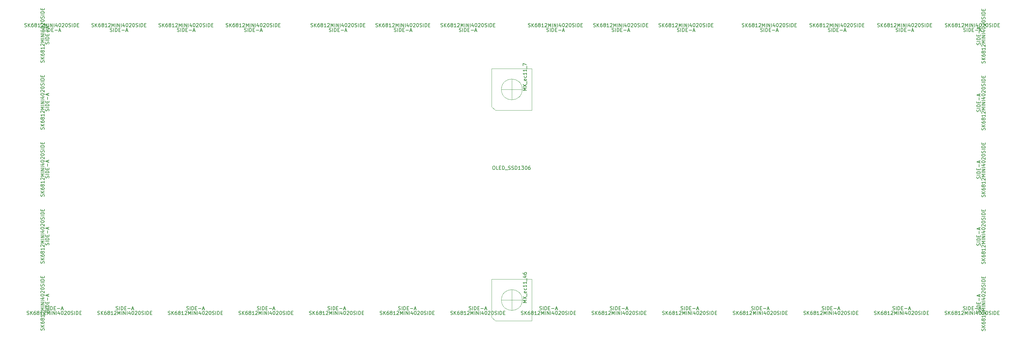
<source format=gbr>
%TF.GenerationSoftware,KiCad,Pcbnew,(5.1.8)-1*%
%TF.CreationDate,2021-02-19T01:39:29-05:00*%
%TF.ProjectId,ergo_60_case,6572676f-5f36-4305-9f63-6173652e6b69,rev?*%
%TF.SameCoordinates,Original*%
%TF.FileFunction,Other,Fab,Top*%
%FSLAX46Y46*%
G04 Gerber Fmt 4.6, Leading zero omitted, Abs format (unit mm)*
G04 Created by KiCad (PCBNEW (5.1.8)-1) date 2021-02-19 01:39:29*
%MOMM*%
%LPD*%
G01*
G04 APERTURE LIST*
%ADD10C,0.120000*%
%ADD11C,0.150000*%
G04 APERTURE END LIST*
D10*
%TO.C,MX_ec11_7*%
X211830000Y-106700000D02*
X201330000Y-106700000D01*
X201330000Y-106700000D02*
X200230000Y-105700000D01*
X200230000Y-94700000D02*
X211830000Y-94700000D01*
X209030000Y-100700000D02*
G75*
G03*
X209030000Y-100700000I-3000000J0D01*
G01*
X200230000Y-105700000D02*
X200230000Y-94700000D01*
X211830000Y-94700000D02*
X211830000Y-106700000D01*
X203030000Y-100700000D02*
X209030000Y-100700000D01*
X206030000Y-103700000D02*
X206030000Y-97700000D01*
%TO.C,MX_ec11_46*%
X211840000Y-167500000D02*
X201340000Y-167500000D01*
X201340000Y-167500000D02*
X200240000Y-166500000D01*
X200240000Y-155500000D02*
X211840000Y-155500000D01*
X209040000Y-161500000D02*
G75*
G03*
X209040000Y-161500000I-3000000J0D01*
G01*
X200240000Y-166500000D02*
X200240000Y-155500000D01*
X211840000Y-155500000D02*
X211840000Y-167500000D01*
X203040000Y-161500000D02*
X209040000Y-161500000D01*
X206040000Y-164500000D02*
X206040000Y-158500000D01*
%TD*%
%TO.C,U2*%
D11*
X200759523Y-122822380D02*
X200950000Y-122822380D01*
X201045238Y-122870000D01*
X201140476Y-122965238D01*
X201188095Y-123155714D01*
X201188095Y-123489047D01*
X201140476Y-123679523D01*
X201045238Y-123774761D01*
X200950000Y-123822380D01*
X200759523Y-123822380D01*
X200664285Y-123774761D01*
X200569047Y-123679523D01*
X200521428Y-123489047D01*
X200521428Y-123155714D01*
X200569047Y-122965238D01*
X200664285Y-122870000D01*
X200759523Y-122822380D01*
X202092857Y-123822380D02*
X201616666Y-123822380D01*
X201616666Y-122822380D01*
X202426190Y-123298571D02*
X202759523Y-123298571D01*
X202902380Y-123822380D02*
X202426190Y-123822380D01*
X202426190Y-122822380D01*
X202902380Y-122822380D01*
X203330952Y-123822380D02*
X203330952Y-122822380D01*
X203569047Y-122822380D01*
X203711904Y-122870000D01*
X203807142Y-122965238D01*
X203854761Y-123060476D01*
X203902380Y-123250952D01*
X203902380Y-123393809D01*
X203854761Y-123584285D01*
X203807142Y-123679523D01*
X203711904Y-123774761D01*
X203569047Y-123822380D01*
X203330952Y-123822380D01*
X204092857Y-123917619D02*
X204854761Y-123917619D01*
X205045238Y-123774761D02*
X205188095Y-123822380D01*
X205426190Y-123822380D01*
X205521428Y-123774761D01*
X205569047Y-123727142D01*
X205616666Y-123631904D01*
X205616666Y-123536666D01*
X205569047Y-123441428D01*
X205521428Y-123393809D01*
X205426190Y-123346190D01*
X205235714Y-123298571D01*
X205140476Y-123250952D01*
X205092857Y-123203333D01*
X205045238Y-123108095D01*
X205045238Y-123012857D01*
X205092857Y-122917619D01*
X205140476Y-122870000D01*
X205235714Y-122822380D01*
X205473809Y-122822380D01*
X205616666Y-122870000D01*
X205997619Y-123774761D02*
X206140476Y-123822380D01*
X206378571Y-123822380D01*
X206473809Y-123774761D01*
X206521428Y-123727142D01*
X206569047Y-123631904D01*
X206569047Y-123536666D01*
X206521428Y-123441428D01*
X206473809Y-123393809D01*
X206378571Y-123346190D01*
X206188095Y-123298571D01*
X206092857Y-123250952D01*
X206045238Y-123203333D01*
X205997619Y-123108095D01*
X205997619Y-123012857D01*
X206045238Y-122917619D01*
X206092857Y-122870000D01*
X206188095Y-122822380D01*
X206426190Y-122822380D01*
X206569047Y-122870000D01*
X206997619Y-123822380D02*
X206997619Y-122822380D01*
X207235714Y-122822380D01*
X207378571Y-122870000D01*
X207473809Y-122965238D01*
X207521428Y-123060476D01*
X207569047Y-123250952D01*
X207569047Y-123393809D01*
X207521428Y-123584285D01*
X207473809Y-123679523D01*
X207378571Y-123774761D01*
X207235714Y-123822380D01*
X206997619Y-123822380D01*
X208521428Y-123822380D02*
X207950000Y-123822380D01*
X208235714Y-123822380D02*
X208235714Y-122822380D01*
X208140476Y-122965238D01*
X208045238Y-123060476D01*
X207950000Y-123108095D01*
X208854761Y-122822380D02*
X209473809Y-122822380D01*
X209140476Y-123203333D01*
X209283333Y-123203333D01*
X209378571Y-123250952D01*
X209426190Y-123298571D01*
X209473809Y-123393809D01*
X209473809Y-123631904D01*
X209426190Y-123727142D01*
X209378571Y-123774761D01*
X209283333Y-123822380D01*
X208997619Y-123822380D01*
X208902380Y-123774761D01*
X208854761Y-123727142D01*
X210092857Y-122822380D02*
X210188095Y-122822380D01*
X210283333Y-122870000D01*
X210330952Y-122917619D01*
X210378571Y-123012857D01*
X210426190Y-123203333D01*
X210426190Y-123441428D01*
X210378571Y-123631904D01*
X210330952Y-123727142D01*
X210283333Y-123774761D01*
X210188095Y-123822380D01*
X210092857Y-123822380D01*
X209997619Y-123774761D01*
X209950000Y-123727142D01*
X209902380Y-123631904D01*
X209854761Y-123441428D01*
X209854761Y-123203333D01*
X209902380Y-123012857D01*
X209950000Y-122917619D01*
X209997619Y-122870000D01*
X210092857Y-122822380D01*
X211283333Y-122822380D02*
X211092857Y-122822380D01*
X210997619Y-122870000D01*
X210950000Y-122917619D01*
X210854761Y-123060476D01*
X210807142Y-123250952D01*
X210807142Y-123631904D01*
X210854761Y-123727142D01*
X210902380Y-123774761D01*
X210997619Y-123822380D01*
X211188095Y-123822380D01*
X211283333Y-123774761D01*
X211330952Y-123727142D01*
X211378571Y-123631904D01*
X211378571Y-123393809D01*
X211330952Y-123298571D01*
X211283333Y-123250952D01*
X211188095Y-123203333D01*
X210997619Y-123203333D01*
X210902380Y-123250952D01*
X210854761Y-123298571D01*
X210807142Y-123393809D01*
%TO.C,MX_ec11_7*%
X210282380Y-100957142D02*
X209282380Y-100957142D01*
X209996666Y-100623809D01*
X209282380Y-100290476D01*
X210282380Y-100290476D01*
X209282380Y-99909523D02*
X210282380Y-99242857D01*
X209282380Y-99242857D02*
X210282380Y-99909523D01*
X210377619Y-99100000D02*
X210377619Y-98338095D01*
X210234761Y-97719047D02*
X210282380Y-97814285D01*
X210282380Y-98004761D01*
X210234761Y-98100000D01*
X210139523Y-98147619D01*
X209758571Y-98147619D01*
X209663333Y-98100000D01*
X209615714Y-98004761D01*
X209615714Y-97814285D01*
X209663333Y-97719047D01*
X209758571Y-97671428D01*
X209853809Y-97671428D01*
X209949047Y-98147619D01*
X210234761Y-96814285D02*
X210282380Y-96909523D01*
X210282380Y-97100000D01*
X210234761Y-97195238D01*
X210187142Y-97242857D01*
X210091904Y-97290476D01*
X209806190Y-97290476D01*
X209710952Y-97242857D01*
X209663333Y-97195238D01*
X209615714Y-97100000D01*
X209615714Y-96909523D01*
X209663333Y-96814285D01*
X210282380Y-95861904D02*
X210282380Y-96433333D01*
X210282380Y-96147619D02*
X209282380Y-96147619D01*
X209425238Y-96242857D01*
X209520476Y-96338095D01*
X209568095Y-96433333D01*
X210282380Y-94909523D02*
X210282380Y-95480952D01*
X210282380Y-95195238D02*
X209282380Y-95195238D01*
X209425238Y-95290476D01*
X209520476Y-95385714D01*
X209568095Y-95480952D01*
X210377619Y-94719047D02*
X210377619Y-93957142D01*
X209282380Y-93814285D02*
X209282380Y-93147619D01*
X210282380Y-93576190D01*
%TO.C,MX_ec11_46*%
X210292380Y-162233333D02*
X209292380Y-162233333D01*
X210006666Y-161900000D01*
X209292380Y-161566666D01*
X210292380Y-161566666D01*
X209292380Y-161185714D02*
X210292380Y-160519047D01*
X209292380Y-160519047D02*
X210292380Y-161185714D01*
X210387619Y-160376190D02*
X210387619Y-159614285D01*
X210244761Y-158995238D02*
X210292380Y-159090476D01*
X210292380Y-159280952D01*
X210244761Y-159376190D01*
X210149523Y-159423809D01*
X209768571Y-159423809D01*
X209673333Y-159376190D01*
X209625714Y-159280952D01*
X209625714Y-159090476D01*
X209673333Y-158995238D01*
X209768571Y-158947619D01*
X209863809Y-158947619D01*
X209959047Y-159423809D01*
X210244761Y-158090476D02*
X210292380Y-158185714D01*
X210292380Y-158376190D01*
X210244761Y-158471428D01*
X210197142Y-158519047D01*
X210101904Y-158566666D01*
X209816190Y-158566666D01*
X209720952Y-158519047D01*
X209673333Y-158471428D01*
X209625714Y-158376190D01*
X209625714Y-158185714D01*
X209673333Y-158090476D01*
X210292380Y-157138095D02*
X210292380Y-157709523D01*
X210292380Y-157423809D02*
X209292380Y-157423809D01*
X209435238Y-157519047D01*
X209530476Y-157614285D01*
X209578095Y-157709523D01*
X210292380Y-156185714D02*
X210292380Y-156757142D01*
X210292380Y-156471428D02*
X209292380Y-156471428D01*
X209435238Y-156566666D01*
X209530476Y-156661904D01*
X209578095Y-156757142D01*
X210387619Y-155995238D02*
X210387619Y-155233333D01*
X209625714Y-154566666D02*
X210292380Y-154566666D01*
X209244761Y-154804761D02*
X209959047Y-155042857D01*
X209959047Y-154423809D01*
X209292380Y-153614285D02*
X209292380Y-153804761D01*
X209340000Y-153900000D01*
X209387619Y-153947619D01*
X209530476Y-154042857D01*
X209720952Y-154090476D01*
X210101904Y-154090476D01*
X210197142Y-154042857D01*
X210244761Y-153995238D01*
X210292380Y-153900000D01*
X210292380Y-153709523D01*
X210244761Y-153614285D01*
X210197142Y-153566666D01*
X210101904Y-153519047D01*
X209863809Y-153519047D01*
X209768571Y-153566666D01*
X209720952Y-153614285D01*
X209673333Y-153709523D01*
X209673333Y-153900000D01*
X209720952Y-153995238D01*
X209768571Y-154042857D01*
X209863809Y-154090476D01*
%TO.C,D66*%
X342524761Y-93103333D02*
X342572380Y-92960476D01*
X342572380Y-92722380D01*
X342524761Y-92627142D01*
X342477142Y-92579523D01*
X342381904Y-92531904D01*
X342286666Y-92531904D01*
X342191428Y-92579523D01*
X342143809Y-92627142D01*
X342096190Y-92722380D01*
X342048571Y-92912857D01*
X342000952Y-93008095D01*
X341953333Y-93055714D01*
X341858095Y-93103333D01*
X341762857Y-93103333D01*
X341667619Y-93055714D01*
X341620000Y-93008095D01*
X341572380Y-92912857D01*
X341572380Y-92674761D01*
X341620000Y-92531904D01*
X342572380Y-92103333D02*
X341572380Y-92103333D01*
X342572380Y-91531904D02*
X342000952Y-91960476D01*
X341572380Y-91531904D02*
X342143809Y-92103333D01*
X341572380Y-90674761D02*
X341572380Y-90865238D01*
X341620000Y-90960476D01*
X341667619Y-91008095D01*
X341810476Y-91103333D01*
X342000952Y-91150952D01*
X342381904Y-91150952D01*
X342477142Y-91103333D01*
X342524761Y-91055714D01*
X342572380Y-90960476D01*
X342572380Y-90770000D01*
X342524761Y-90674761D01*
X342477142Y-90627142D01*
X342381904Y-90579523D01*
X342143809Y-90579523D01*
X342048571Y-90627142D01*
X342000952Y-90674761D01*
X341953333Y-90770000D01*
X341953333Y-90960476D01*
X342000952Y-91055714D01*
X342048571Y-91103333D01*
X342143809Y-91150952D01*
X342000952Y-90008095D02*
X341953333Y-90103333D01*
X341905714Y-90150952D01*
X341810476Y-90198571D01*
X341762857Y-90198571D01*
X341667619Y-90150952D01*
X341620000Y-90103333D01*
X341572380Y-90008095D01*
X341572380Y-89817619D01*
X341620000Y-89722380D01*
X341667619Y-89674761D01*
X341762857Y-89627142D01*
X341810476Y-89627142D01*
X341905714Y-89674761D01*
X341953333Y-89722380D01*
X342000952Y-89817619D01*
X342000952Y-90008095D01*
X342048571Y-90103333D01*
X342096190Y-90150952D01*
X342191428Y-90198571D01*
X342381904Y-90198571D01*
X342477142Y-90150952D01*
X342524761Y-90103333D01*
X342572380Y-90008095D01*
X342572380Y-89817619D01*
X342524761Y-89722380D01*
X342477142Y-89674761D01*
X342381904Y-89627142D01*
X342191428Y-89627142D01*
X342096190Y-89674761D01*
X342048571Y-89722380D01*
X342000952Y-89817619D01*
X342572380Y-88674761D02*
X342572380Y-89246190D01*
X342572380Y-88960476D02*
X341572380Y-88960476D01*
X341715238Y-89055714D01*
X341810476Y-89150952D01*
X341858095Y-89246190D01*
X341667619Y-88293809D02*
X341620000Y-88246190D01*
X341572380Y-88150952D01*
X341572380Y-87912857D01*
X341620000Y-87817619D01*
X341667619Y-87770000D01*
X341762857Y-87722380D01*
X341858095Y-87722380D01*
X342000952Y-87770000D01*
X342572380Y-88341428D01*
X342572380Y-87722380D01*
X342572380Y-87293809D02*
X341572380Y-87293809D01*
X342286666Y-86960476D01*
X341572380Y-86627142D01*
X342572380Y-86627142D01*
X342572380Y-86150952D02*
X341572380Y-86150952D01*
X342572380Y-85674761D02*
X341572380Y-85674761D01*
X342572380Y-85103333D01*
X341572380Y-85103333D01*
X342572380Y-84627142D02*
X341572380Y-84627142D01*
X341905714Y-83722380D02*
X342572380Y-83722380D01*
X341524761Y-83960476D02*
X342239047Y-84198571D01*
X342239047Y-83579523D01*
X341572380Y-83008095D02*
X341572380Y-82912857D01*
X341620000Y-82817619D01*
X341667619Y-82770000D01*
X341762857Y-82722380D01*
X341953333Y-82674761D01*
X342191428Y-82674761D01*
X342381904Y-82722380D01*
X342477142Y-82770000D01*
X342524761Y-82817619D01*
X342572380Y-82912857D01*
X342572380Y-83008095D01*
X342524761Y-83103333D01*
X342477142Y-83150952D01*
X342381904Y-83198571D01*
X342191428Y-83246190D01*
X341953333Y-83246190D01*
X341762857Y-83198571D01*
X341667619Y-83150952D01*
X341620000Y-83103333D01*
X341572380Y-83008095D01*
X341667619Y-82293809D02*
X341620000Y-82246190D01*
X341572380Y-82150952D01*
X341572380Y-81912857D01*
X341620000Y-81817619D01*
X341667619Y-81770000D01*
X341762857Y-81722380D01*
X341858095Y-81722380D01*
X342000952Y-81770000D01*
X342572380Y-82341428D01*
X342572380Y-81722380D01*
X341572380Y-81103333D02*
X341572380Y-81008095D01*
X341620000Y-80912857D01*
X341667619Y-80865238D01*
X341762857Y-80817619D01*
X341953333Y-80770000D01*
X342191428Y-80770000D01*
X342381904Y-80817619D01*
X342477142Y-80865238D01*
X342524761Y-80912857D01*
X342572380Y-81008095D01*
X342572380Y-81103333D01*
X342524761Y-81198571D01*
X342477142Y-81246190D01*
X342381904Y-81293809D01*
X342191428Y-81341428D01*
X341953333Y-81341428D01*
X341762857Y-81293809D01*
X341667619Y-81246190D01*
X341620000Y-81198571D01*
X341572380Y-81103333D01*
X342524761Y-80389047D02*
X342572380Y-80246190D01*
X342572380Y-80008095D01*
X342524761Y-79912857D01*
X342477142Y-79865238D01*
X342381904Y-79817619D01*
X342286666Y-79817619D01*
X342191428Y-79865238D01*
X342143809Y-79912857D01*
X342096190Y-80008095D01*
X342048571Y-80198571D01*
X342000952Y-80293809D01*
X341953333Y-80341428D01*
X341858095Y-80389047D01*
X341762857Y-80389047D01*
X341667619Y-80341428D01*
X341620000Y-80293809D01*
X341572380Y-80198571D01*
X341572380Y-79960476D01*
X341620000Y-79817619D01*
X342572380Y-79389047D02*
X341572380Y-79389047D01*
X342572380Y-78912857D02*
X341572380Y-78912857D01*
X341572380Y-78674761D01*
X341620000Y-78531904D01*
X341715238Y-78436666D01*
X341810476Y-78389047D01*
X342000952Y-78341428D01*
X342143809Y-78341428D01*
X342334285Y-78389047D01*
X342429523Y-78436666D01*
X342524761Y-78531904D01*
X342572380Y-78674761D01*
X342572380Y-78912857D01*
X342048571Y-77912857D02*
X342048571Y-77579523D01*
X342572380Y-77436666D02*
X342572380Y-77912857D01*
X341572380Y-77912857D01*
X341572380Y-77436666D01*
X341144761Y-87793809D02*
X341192380Y-87650952D01*
X341192380Y-87412857D01*
X341144761Y-87317619D01*
X341097142Y-87270000D01*
X341001904Y-87222380D01*
X340906666Y-87222380D01*
X340811428Y-87270000D01*
X340763809Y-87317619D01*
X340716190Y-87412857D01*
X340668571Y-87603333D01*
X340620952Y-87698571D01*
X340573333Y-87746190D01*
X340478095Y-87793809D01*
X340382857Y-87793809D01*
X340287619Y-87746190D01*
X340240000Y-87698571D01*
X340192380Y-87603333D01*
X340192380Y-87365238D01*
X340240000Y-87222380D01*
X341192380Y-86793809D02*
X340192380Y-86793809D01*
X341192380Y-86317619D02*
X340192380Y-86317619D01*
X340192380Y-86079523D01*
X340240000Y-85936666D01*
X340335238Y-85841428D01*
X340430476Y-85793809D01*
X340620952Y-85746190D01*
X340763809Y-85746190D01*
X340954285Y-85793809D01*
X341049523Y-85841428D01*
X341144761Y-85936666D01*
X341192380Y-86079523D01*
X341192380Y-86317619D01*
X340668571Y-85317619D02*
X340668571Y-84984285D01*
X341192380Y-84841428D02*
X341192380Y-85317619D01*
X340192380Y-85317619D01*
X340192380Y-84841428D01*
X340811428Y-84412857D02*
X340811428Y-83650952D01*
X340906666Y-83222380D02*
X340906666Y-82746190D01*
X341192380Y-83317619D02*
X340192380Y-82984285D01*
X341192380Y-82650952D01*
%TO.C,D68*%
X342524761Y-131723333D02*
X342572380Y-131580476D01*
X342572380Y-131342380D01*
X342524761Y-131247142D01*
X342477142Y-131199523D01*
X342381904Y-131151904D01*
X342286666Y-131151904D01*
X342191428Y-131199523D01*
X342143809Y-131247142D01*
X342096190Y-131342380D01*
X342048571Y-131532857D01*
X342000952Y-131628095D01*
X341953333Y-131675714D01*
X341858095Y-131723333D01*
X341762857Y-131723333D01*
X341667619Y-131675714D01*
X341620000Y-131628095D01*
X341572380Y-131532857D01*
X341572380Y-131294761D01*
X341620000Y-131151904D01*
X342572380Y-130723333D02*
X341572380Y-130723333D01*
X342572380Y-130151904D02*
X342000952Y-130580476D01*
X341572380Y-130151904D02*
X342143809Y-130723333D01*
X341572380Y-129294761D02*
X341572380Y-129485238D01*
X341620000Y-129580476D01*
X341667619Y-129628095D01*
X341810476Y-129723333D01*
X342000952Y-129770952D01*
X342381904Y-129770952D01*
X342477142Y-129723333D01*
X342524761Y-129675714D01*
X342572380Y-129580476D01*
X342572380Y-129390000D01*
X342524761Y-129294761D01*
X342477142Y-129247142D01*
X342381904Y-129199523D01*
X342143809Y-129199523D01*
X342048571Y-129247142D01*
X342000952Y-129294761D01*
X341953333Y-129390000D01*
X341953333Y-129580476D01*
X342000952Y-129675714D01*
X342048571Y-129723333D01*
X342143809Y-129770952D01*
X342000952Y-128628095D02*
X341953333Y-128723333D01*
X341905714Y-128770952D01*
X341810476Y-128818571D01*
X341762857Y-128818571D01*
X341667619Y-128770952D01*
X341620000Y-128723333D01*
X341572380Y-128628095D01*
X341572380Y-128437619D01*
X341620000Y-128342380D01*
X341667619Y-128294761D01*
X341762857Y-128247142D01*
X341810476Y-128247142D01*
X341905714Y-128294761D01*
X341953333Y-128342380D01*
X342000952Y-128437619D01*
X342000952Y-128628095D01*
X342048571Y-128723333D01*
X342096190Y-128770952D01*
X342191428Y-128818571D01*
X342381904Y-128818571D01*
X342477142Y-128770952D01*
X342524761Y-128723333D01*
X342572380Y-128628095D01*
X342572380Y-128437619D01*
X342524761Y-128342380D01*
X342477142Y-128294761D01*
X342381904Y-128247142D01*
X342191428Y-128247142D01*
X342096190Y-128294761D01*
X342048571Y-128342380D01*
X342000952Y-128437619D01*
X342572380Y-127294761D02*
X342572380Y-127866190D01*
X342572380Y-127580476D02*
X341572380Y-127580476D01*
X341715238Y-127675714D01*
X341810476Y-127770952D01*
X341858095Y-127866190D01*
X341667619Y-126913809D02*
X341620000Y-126866190D01*
X341572380Y-126770952D01*
X341572380Y-126532857D01*
X341620000Y-126437619D01*
X341667619Y-126390000D01*
X341762857Y-126342380D01*
X341858095Y-126342380D01*
X342000952Y-126390000D01*
X342572380Y-126961428D01*
X342572380Y-126342380D01*
X342572380Y-125913809D02*
X341572380Y-125913809D01*
X342286666Y-125580476D01*
X341572380Y-125247142D01*
X342572380Y-125247142D01*
X342572380Y-124770952D02*
X341572380Y-124770952D01*
X342572380Y-124294761D02*
X341572380Y-124294761D01*
X342572380Y-123723333D01*
X341572380Y-123723333D01*
X342572380Y-123247142D02*
X341572380Y-123247142D01*
X341905714Y-122342380D02*
X342572380Y-122342380D01*
X341524761Y-122580476D02*
X342239047Y-122818571D01*
X342239047Y-122199523D01*
X341572380Y-121628095D02*
X341572380Y-121532857D01*
X341620000Y-121437619D01*
X341667619Y-121390000D01*
X341762857Y-121342380D01*
X341953333Y-121294761D01*
X342191428Y-121294761D01*
X342381904Y-121342380D01*
X342477142Y-121390000D01*
X342524761Y-121437619D01*
X342572380Y-121532857D01*
X342572380Y-121628095D01*
X342524761Y-121723333D01*
X342477142Y-121770952D01*
X342381904Y-121818571D01*
X342191428Y-121866190D01*
X341953333Y-121866190D01*
X341762857Y-121818571D01*
X341667619Y-121770952D01*
X341620000Y-121723333D01*
X341572380Y-121628095D01*
X341667619Y-120913809D02*
X341620000Y-120866190D01*
X341572380Y-120770952D01*
X341572380Y-120532857D01*
X341620000Y-120437619D01*
X341667619Y-120390000D01*
X341762857Y-120342380D01*
X341858095Y-120342380D01*
X342000952Y-120390000D01*
X342572380Y-120961428D01*
X342572380Y-120342380D01*
X341572380Y-119723333D02*
X341572380Y-119628095D01*
X341620000Y-119532857D01*
X341667619Y-119485238D01*
X341762857Y-119437619D01*
X341953333Y-119390000D01*
X342191428Y-119390000D01*
X342381904Y-119437619D01*
X342477142Y-119485238D01*
X342524761Y-119532857D01*
X342572380Y-119628095D01*
X342572380Y-119723333D01*
X342524761Y-119818571D01*
X342477142Y-119866190D01*
X342381904Y-119913809D01*
X342191428Y-119961428D01*
X341953333Y-119961428D01*
X341762857Y-119913809D01*
X341667619Y-119866190D01*
X341620000Y-119818571D01*
X341572380Y-119723333D01*
X342524761Y-119009047D02*
X342572380Y-118866190D01*
X342572380Y-118628095D01*
X342524761Y-118532857D01*
X342477142Y-118485238D01*
X342381904Y-118437619D01*
X342286666Y-118437619D01*
X342191428Y-118485238D01*
X342143809Y-118532857D01*
X342096190Y-118628095D01*
X342048571Y-118818571D01*
X342000952Y-118913809D01*
X341953333Y-118961428D01*
X341858095Y-119009047D01*
X341762857Y-119009047D01*
X341667619Y-118961428D01*
X341620000Y-118913809D01*
X341572380Y-118818571D01*
X341572380Y-118580476D01*
X341620000Y-118437619D01*
X342572380Y-118009047D02*
X341572380Y-118009047D01*
X342572380Y-117532857D02*
X341572380Y-117532857D01*
X341572380Y-117294761D01*
X341620000Y-117151904D01*
X341715238Y-117056666D01*
X341810476Y-117009047D01*
X342000952Y-116961428D01*
X342143809Y-116961428D01*
X342334285Y-117009047D01*
X342429523Y-117056666D01*
X342524761Y-117151904D01*
X342572380Y-117294761D01*
X342572380Y-117532857D01*
X342048571Y-116532857D02*
X342048571Y-116199523D01*
X342572380Y-116056666D02*
X342572380Y-116532857D01*
X341572380Y-116532857D01*
X341572380Y-116056666D01*
X341144761Y-126413809D02*
X341192380Y-126270952D01*
X341192380Y-126032857D01*
X341144761Y-125937619D01*
X341097142Y-125890000D01*
X341001904Y-125842380D01*
X340906666Y-125842380D01*
X340811428Y-125890000D01*
X340763809Y-125937619D01*
X340716190Y-126032857D01*
X340668571Y-126223333D01*
X340620952Y-126318571D01*
X340573333Y-126366190D01*
X340478095Y-126413809D01*
X340382857Y-126413809D01*
X340287619Y-126366190D01*
X340240000Y-126318571D01*
X340192380Y-126223333D01*
X340192380Y-125985238D01*
X340240000Y-125842380D01*
X341192380Y-125413809D02*
X340192380Y-125413809D01*
X341192380Y-124937619D02*
X340192380Y-124937619D01*
X340192380Y-124699523D01*
X340240000Y-124556666D01*
X340335238Y-124461428D01*
X340430476Y-124413809D01*
X340620952Y-124366190D01*
X340763809Y-124366190D01*
X340954285Y-124413809D01*
X341049523Y-124461428D01*
X341144761Y-124556666D01*
X341192380Y-124699523D01*
X341192380Y-124937619D01*
X340668571Y-123937619D02*
X340668571Y-123604285D01*
X341192380Y-123461428D02*
X341192380Y-123937619D01*
X340192380Y-123937619D01*
X340192380Y-123461428D01*
X340811428Y-123032857D02*
X340811428Y-122270952D01*
X340906666Y-121842380D02*
X340906666Y-121366190D01*
X341192380Y-121937619D02*
X340192380Y-121604285D01*
X341192380Y-121270952D01*
%TO.C,D67*%
X342524761Y-112413333D02*
X342572380Y-112270476D01*
X342572380Y-112032380D01*
X342524761Y-111937142D01*
X342477142Y-111889523D01*
X342381904Y-111841904D01*
X342286666Y-111841904D01*
X342191428Y-111889523D01*
X342143809Y-111937142D01*
X342096190Y-112032380D01*
X342048571Y-112222857D01*
X342000952Y-112318095D01*
X341953333Y-112365714D01*
X341858095Y-112413333D01*
X341762857Y-112413333D01*
X341667619Y-112365714D01*
X341620000Y-112318095D01*
X341572380Y-112222857D01*
X341572380Y-111984761D01*
X341620000Y-111841904D01*
X342572380Y-111413333D02*
X341572380Y-111413333D01*
X342572380Y-110841904D02*
X342000952Y-111270476D01*
X341572380Y-110841904D02*
X342143809Y-111413333D01*
X341572380Y-109984761D02*
X341572380Y-110175238D01*
X341620000Y-110270476D01*
X341667619Y-110318095D01*
X341810476Y-110413333D01*
X342000952Y-110460952D01*
X342381904Y-110460952D01*
X342477142Y-110413333D01*
X342524761Y-110365714D01*
X342572380Y-110270476D01*
X342572380Y-110080000D01*
X342524761Y-109984761D01*
X342477142Y-109937142D01*
X342381904Y-109889523D01*
X342143809Y-109889523D01*
X342048571Y-109937142D01*
X342000952Y-109984761D01*
X341953333Y-110080000D01*
X341953333Y-110270476D01*
X342000952Y-110365714D01*
X342048571Y-110413333D01*
X342143809Y-110460952D01*
X342000952Y-109318095D02*
X341953333Y-109413333D01*
X341905714Y-109460952D01*
X341810476Y-109508571D01*
X341762857Y-109508571D01*
X341667619Y-109460952D01*
X341620000Y-109413333D01*
X341572380Y-109318095D01*
X341572380Y-109127619D01*
X341620000Y-109032380D01*
X341667619Y-108984761D01*
X341762857Y-108937142D01*
X341810476Y-108937142D01*
X341905714Y-108984761D01*
X341953333Y-109032380D01*
X342000952Y-109127619D01*
X342000952Y-109318095D01*
X342048571Y-109413333D01*
X342096190Y-109460952D01*
X342191428Y-109508571D01*
X342381904Y-109508571D01*
X342477142Y-109460952D01*
X342524761Y-109413333D01*
X342572380Y-109318095D01*
X342572380Y-109127619D01*
X342524761Y-109032380D01*
X342477142Y-108984761D01*
X342381904Y-108937142D01*
X342191428Y-108937142D01*
X342096190Y-108984761D01*
X342048571Y-109032380D01*
X342000952Y-109127619D01*
X342572380Y-107984761D02*
X342572380Y-108556190D01*
X342572380Y-108270476D02*
X341572380Y-108270476D01*
X341715238Y-108365714D01*
X341810476Y-108460952D01*
X341858095Y-108556190D01*
X341667619Y-107603809D02*
X341620000Y-107556190D01*
X341572380Y-107460952D01*
X341572380Y-107222857D01*
X341620000Y-107127619D01*
X341667619Y-107080000D01*
X341762857Y-107032380D01*
X341858095Y-107032380D01*
X342000952Y-107080000D01*
X342572380Y-107651428D01*
X342572380Y-107032380D01*
X342572380Y-106603809D02*
X341572380Y-106603809D01*
X342286666Y-106270476D01*
X341572380Y-105937142D01*
X342572380Y-105937142D01*
X342572380Y-105460952D02*
X341572380Y-105460952D01*
X342572380Y-104984761D02*
X341572380Y-104984761D01*
X342572380Y-104413333D01*
X341572380Y-104413333D01*
X342572380Y-103937142D02*
X341572380Y-103937142D01*
X341905714Y-103032380D02*
X342572380Y-103032380D01*
X341524761Y-103270476D02*
X342239047Y-103508571D01*
X342239047Y-102889523D01*
X341572380Y-102318095D02*
X341572380Y-102222857D01*
X341620000Y-102127619D01*
X341667619Y-102080000D01*
X341762857Y-102032380D01*
X341953333Y-101984761D01*
X342191428Y-101984761D01*
X342381904Y-102032380D01*
X342477142Y-102080000D01*
X342524761Y-102127619D01*
X342572380Y-102222857D01*
X342572380Y-102318095D01*
X342524761Y-102413333D01*
X342477142Y-102460952D01*
X342381904Y-102508571D01*
X342191428Y-102556190D01*
X341953333Y-102556190D01*
X341762857Y-102508571D01*
X341667619Y-102460952D01*
X341620000Y-102413333D01*
X341572380Y-102318095D01*
X341667619Y-101603809D02*
X341620000Y-101556190D01*
X341572380Y-101460952D01*
X341572380Y-101222857D01*
X341620000Y-101127619D01*
X341667619Y-101080000D01*
X341762857Y-101032380D01*
X341858095Y-101032380D01*
X342000952Y-101080000D01*
X342572380Y-101651428D01*
X342572380Y-101032380D01*
X341572380Y-100413333D02*
X341572380Y-100318095D01*
X341620000Y-100222857D01*
X341667619Y-100175238D01*
X341762857Y-100127619D01*
X341953333Y-100080000D01*
X342191428Y-100080000D01*
X342381904Y-100127619D01*
X342477142Y-100175238D01*
X342524761Y-100222857D01*
X342572380Y-100318095D01*
X342572380Y-100413333D01*
X342524761Y-100508571D01*
X342477142Y-100556190D01*
X342381904Y-100603809D01*
X342191428Y-100651428D01*
X341953333Y-100651428D01*
X341762857Y-100603809D01*
X341667619Y-100556190D01*
X341620000Y-100508571D01*
X341572380Y-100413333D01*
X342524761Y-99699047D02*
X342572380Y-99556190D01*
X342572380Y-99318095D01*
X342524761Y-99222857D01*
X342477142Y-99175238D01*
X342381904Y-99127619D01*
X342286666Y-99127619D01*
X342191428Y-99175238D01*
X342143809Y-99222857D01*
X342096190Y-99318095D01*
X342048571Y-99508571D01*
X342000952Y-99603809D01*
X341953333Y-99651428D01*
X341858095Y-99699047D01*
X341762857Y-99699047D01*
X341667619Y-99651428D01*
X341620000Y-99603809D01*
X341572380Y-99508571D01*
X341572380Y-99270476D01*
X341620000Y-99127619D01*
X342572380Y-98699047D02*
X341572380Y-98699047D01*
X342572380Y-98222857D02*
X341572380Y-98222857D01*
X341572380Y-97984761D01*
X341620000Y-97841904D01*
X341715238Y-97746666D01*
X341810476Y-97699047D01*
X342000952Y-97651428D01*
X342143809Y-97651428D01*
X342334285Y-97699047D01*
X342429523Y-97746666D01*
X342524761Y-97841904D01*
X342572380Y-97984761D01*
X342572380Y-98222857D01*
X342048571Y-97222857D02*
X342048571Y-96889523D01*
X342572380Y-96746666D02*
X342572380Y-97222857D01*
X341572380Y-97222857D01*
X341572380Y-96746666D01*
X341144761Y-107103809D02*
X341192380Y-106960952D01*
X341192380Y-106722857D01*
X341144761Y-106627619D01*
X341097142Y-106580000D01*
X341001904Y-106532380D01*
X340906666Y-106532380D01*
X340811428Y-106580000D01*
X340763809Y-106627619D01*
X340716190Y-106722857D01*
X340668571Y-106913333D01*
X340620952Y-107008571D01*
X340573333Y-107056190D01*
X340478095Y-107103809D01*
X340382857Y-107103809D01*
X340287619Y-107056190D01*
X340240000Y-107008571D01*
X340192380Y-106913333D01*
X340192380Y-106675238D01*
X340240000Y-106532380D01*
X341192380Y-106103809D02*
X340192380Y-106103809D01*
X341192380Y-105627619D02*
X340192380Y-105627619D01*
X340192380Y-105389523D01*
X340240000Y-105246666D01*
X340335238Y-105151428D01*
X340430476Y-105103809D01*
X340620952Y-105056190D01*
X340763809Y-105056190D01*
X340954285Y-105103809D01*
X341049523Y-105151428D01*
X341144761Y-105246666D01*
X341192380Y-105389523D01*
X341192380Y-105627619D01*
X340668571Y-104627619D02*
X340668571Y-104294285D01*
X341192380Y-104151428D02*
X341192380Y-104627619D01*
X340192380Y-104627619D01*
X340192380Y-104151428D01*
X340811428Y-103722857D02*
X340811428Y-102960952D01*
X340906666Y-102532380D02*
X340906666Y-102056190D01*
X341192380Y-102627619D02*
X340192380Y-102294285D01*
X341192380Y-101960952D01*
%TO.C,D90*%
X65496666Y-82584761D02*
X65639523Y-82632380D01*
X65877619Y-82632380D01*
X65972857Y-82584761D01*
X66020476Y-82537142D01*
X66068095Y-82441904D01*
X66068095Y-82346666D01*
X66020476Y-82251428D01*
X65972857Y-82203809D01*
X65877619Y-82156190D01*
X65687142Y-82108571D01*
X65591904Y-82060952D01*
X65544285Y-82013333D01*
X65496666Y-81918095D01*
X65496666Y-81822857D01*
X65544285Y-81727619D01*
X65591904Y-81680000D01*
X65687142Y-81632380D01*
X65925238Y-81632380D01*
X66068095Y-81680000D01*
X66496666Y-82632380D02*
X66496666Y-81632380D01*
X67068095Y-82632380D02*
X66639523Y-82060952D01*
X67068095Y-81632380D02*
X66496666Y-82203809D01*
X67925238Y-81632380D02*
X67734761Y-81632380D01*
X67639523Y-81680000D01*
X67591904Y-81727619D01*
X67496666Y-81870476D01*
X67449047Y-82060952D01*
X67449047Y-82441904D01*
X67496666Y-82537142D01*
X67544285Y-82584761D01*
X67639523Y-82632380D01*
X67830000Y-82632380D01*
X67925238Y-82584761D01*
X67972857Y-82537142D01*
X68020476Y-82441904D01*
X68020476Y-82203809D01*
X67972857Y-82108571D01*
X67925238Y-82060952D01*
X67830000Y-82013333D01*
X67639523Y-82013333D01*
X67544285Y-82060952D01*
X67496666Y-82108571D01*
X67449047Y-82203809D01*
X68591904Y-82060952D02*
X68496666Y-82013333D01*
X68449047Y-81965714D01*
X68401428Y-81870476D01*
X68401428Y-81822857D01*
X68449047Y-81727619D01*
X68496666Y-81680000D01*
X68591904Y-81632380D01*
X68782380Y-81632380D01*
X68877619Y-81680000D01*
X68925238Y-81727619D01*
X68972857Y-81822857D01*
X68972857Y-81870476D01*
X68925238Y-81965714D01*
X68877619Y-82013333D01*
X68782380Y-82060952D01*
X68591904Y-82060952D01*
X68496666Y-82108571D01*
X68449047Y-82156190D01*
X68401428Y-82251428D01*
X68401428Y-82441904D01*
X68449047Y-82537142D01*
X68496666Y-82584761D01*
X68591904Y-82632380D01*
X68782380Y-82632380D01*
X68877619Y-82584761D01*
X68925238Y-82537142D01*
X68972857Y-82441904D01*
X68972857Y-82251428D01*
X68925238Y-82156190D01*
X68877619Y-82108571D01*
X68782380Y-82060952D01*
X69925238Y-82632380D02*
X69353809Y-82632380D01*
X69639523Y-82632380D02*
X69639523Y-81632380D01*
X69544285Y-81775238D01*
X69449047Y-81870476D01*
X69353809Y-81918095D01*
X70306190Y-81727619D02*
X70353809Y-81680000D01*
X70449047Y-81632380D01*
X70687142Y-81632380D01*
X70782380Y-81680000D01*
X70830000Y-81727619D01*
X70877619Y-81822857D01*
X70877619Y-81918095D01*
X70830000Y-82060952D01*
X70258571Y-82632380D01*
X70877619Y-82632380D01*
X71306190Y-82632380D02*
X71306190Y-81632380D01*
X71639523Y-82346666D01*
X71972857Y-81632380D01*
X71972857Y-82632380D01*
X72449047Y-82632380D02*
X72449047Y-81632380D01*
X72925238Y-82632380D02*
X72925238Y-81632380D01*
X73496666Y-82632380D01*
X73496666Y-81632380D01*
X73972857Y-82632380D02*
X73972857Y-81632380D01*
X74877619Y-81965714D02*
X74877619Y-82632380D01*
X74639523Y-81584761D02*
X74401428Y-82299047D01*
X75020476Y-82299047D01*
X75591904Y-81632380D02*
X75687142Y-81632380D01*
X75782380Y-81680000D01*
X75830000Y-81727619D01*
X75877619Y-81822857D01*
X75925238Y-82013333D01*
X75925238Y-82251428D01*
X75877619Y-82441904D01*
X75830000Y-82537142D01*
X75782380Y-82584761D01*
X75687142Y-82632380D01*
X75591904Y-82632380D01*
X75496666Y-82584761D01*
X75449047Y-82537142D01*
X75401428Y-82441904D01*
X75353809Y-82251428D01*
X75353809Y-82013333D01*
X75401428Y-81822857D01*
X75449047Y-81727619D01*
X75496666Y-81680000D01*
X75591904Y-81632380D01*
X76306190Y-81727619D02*
X76353809Y-81680000D01*
X76449047Y-81632380D01*
X76687142Y-81632380D01*
X76782380Y-81680000D01*
X76830000Y-81727619D01*
X76877619Y-81822857D01*
X76877619Y-81918095D01*
X76830000Y-82060952D01*
X76258571Y-82632380D01*
X76877619Y-82632380D01*
X77496666Y-81632380D02*
X77591904Y-81632380D01*
X77687142Y-81680000D01*
X77734761Y-81727619D01*
X77782380Y-81822857D01*
X77830000Y-82013333D01*
X77830000Y-82251428D01*
X77782380Y-82441904D01*
X77734761Y-82537142D01*
X77687142Y-82584761D01*
X77591904Y-82632380D01*
X77496666Y-82632380D01*
X77401428Y-82584761D01*
X77353809Y-82537142D01*
X77306190Y-82441904D01*
X77258571Y-82251428D01*
X77258571Y-82013333D01*
X77306190Y-81822857D01*
X77353809Y-81727619D01*
X77401428Y-81680000D01*
X77496666Y-81632380D01*
X78210952Y-82584761D02*
X78353809Y-82632380D01*
X78591904Y-82632380D01*
X78687142Y-82584761D01*
X78734761Y-82537142D01*
X78782380Y-82441904D01*
X78782380Y-82346666D01*
X78734761Y-82251428D01*
X78687142Y-82203809D01*
X78591904Y-82156190D01*
X78401428Y-82108571D01*
X78306190Y-82060952D01*
X78258571Y-82013333D01*
X78210952Y-81918095D01*
X78210952Y-81822857D01*
X78258571Y-81727619D01*
X78306190Y-81680000D01*
X78401428Y-81632380D01*
X78639523Y-81632380D01*
X78782380Y-81680000D01*
X79210952Y-82632380D02*
X79210952Y-81632380D01*
X79687142Y-82632380D02*
X79687142Y-81632380D01*
X79925238Y-81632380D01*
X80068095Y-81680000D01*
X80163333Y-81775238D01*
X80210952Y-81870476D01*
X80258571Y-82060952D01*
X80258571Y-82203809D01*
X80210952Y-82394285D01*
X80163333Y-82489523D01*
X80068095Y-82584761D01*
X79925238Y-82632380D01*
X79687142Y-82632380D01*
X80687142Y-82108571D02*
X81020476Y-82108571D01*
X81163333Y-82632380D02*
X80687142Y-82632380D01*
X80687142Y-81632380D01*
X81163333Y-81632380D01*
X70806190Y-83964761D02*
X70949047Y-84012380D01*
X71187142Y-84012380D01*
X71282380Y-83964761D01*
X71330000Y-83917142D01*
X71377619Y-83821904D01*
X71377619Y-83726666D01*
X71330000Y-83631428D01*
X71282380Y-83583809D01*
X71187142Y-83536190D01*
X70996666Y-83488571D01*
X70901428Y-83440952D01*
X70853809Y-83393333D01*
X70806190Y-83298095D01*
X70806190Y-83202857D01*
X70853809Y-83107619D01*
X70901428Y-83060000D01*
X70996666Y-83012380D01*
X71234761Y-83012380D01*
X71377619Y-83060000D01*
X71806190Y-84012380D02*
X71806190Y-83012380D01*
X72282380Y-84012380D02*
X72282380Y-83012380D01*
X72520476Y-83012380D01*
X72663333Y-83060000D01*
X72758571Y-83155238D01*
X72806190Y-83250476D01*
X72853809Y-83440952D01*
X72853809Y-83583809D01*
X72806190Y-83774285D01*
X72758571Y-83869523D01*
X72663333Y-83964761D01*
X72520476Y-84012380D01*
X72282380Y-84012380D01*
X73282380Y-83488571D02*
X73615714Y-83488571D01*
X73758571Y-84012380D02*
X73282380Y-84012380D01*
X73282380Y-83012380D01*
X73758571Y-83012380D01*
X74187142Y-83631428D02*
X74949047Y-83631428D01*
X75377619Y-83726666D02*
X75853809Y-83726666D01*
X75282380Y-84012380D02*
X75615714Y-83012380D01*
X75949047Y-84012380D01*
%TO.C,D89*%
X71084761Y-92893333D02*
X71132380Y-92750476D01*
X71132380Y-92512380D01*
X71084761Y-92417142D01*
X71037142Y-92369523D01*
X70941904Y-92321904D01*
X70846666Y-92321904D01*
X70751428Y-92369523D01*
X70703809Y-92417142D01*
X70656190Y-92512380D01*
X70608571Y-92702857D01*
X70560952Y-92798095D01*
X70513333Y-92845714D01*
X70418095Y-92893333D01*
X70322857Y-92893333D01*
X70227619Y-92845714D01*
X70180000Y-92798095D01*
X70132380Y-92702857D01*
X70132380Y-92464761D01*
X70180000Y-92321904D01*
X71132380Y-91893333D02*
X70132380Y-91893333D01*
X71132380Y-91321904D02*
X70560952Y-91750476D01*
X70132380Y-91321904D02*
X70703809Y-91893333D01*
X70132380Y-90464761D02*
X70132380Y-90655238D01*
X70180000Y-90750476D01*
X70227619Y-90798095D01*
X70370476Y-90893333D01*
X70560952Y-90940952D01*
X70941904Y-90940952D01*
X71037142Y-90893333D01*
X71084761Y-90845714D01*
X71132380Y-90750476D01*
X71132380Y-90560000D01*
X71084761Y-90464761D01*
X71037142Y-90417142D01*
X70941904Y-90369523D01*
X70703809Y-90369523D01*
X70608571Y-90417142D01*
X70560952Y-90464761D01*
X70513333Y-90560000D01*
X70513333Y-90750476D01*
X70560952Y-90845714D01*
X70608571Y-90893333D01*
X70703809Y-90940952D01*
X70560952Y-89798095D02*
X70513333Y-89893333D01*
X70465714Y-89940952D01*
X70370476Y-89988571D01*
X70322857Y-89988571D01*
X70227619Y-89940952D01*
X70180000Y-89893333D01*
X70132380Y-89798095D01*
X70132380Y-89607619D01*
X70180000Y-89512380D01*
X70227619Y-89464761D01*
X70322857Y-89417142D01*
X70370476Y-89417142D01*
X70465714Y-89464761D01*
X70513333Y-89512380D01*
X70560952Y-89607619D01*
X70560952Y-89798095D01*
X70608571Y-89893333D01*
X70656190Y-89940952D01*
X70751428Y-89988571D01*
X70941904Y-89988571D01*
X71037142Y-89940952D01*
X71084761Y-89893333D01*
X71132380Y-89798095D01*
X71132380Y-89607619D01*
X71084761Y-89512380D01*
X71037142Y-89464761D01*
X70941904Y-89417142D01*
X70751428Y-89417142D01*
X70656190Y-89464761D01*
X70608571Y-89512380D01*
X70560952Y-89607619D01*
X71132380Y-88464761D02*
X71132380Y-89036190D01*
X71132380Y-88750476D02*
X70132380Y-88750476D01*
X70275238Y-88845714D01*
X70370476Y-88940952D01*
X70418095Y-89036190D01*
X70227619Y-88083809D02*
X70180000Y-88036190D01*
X70132380Y-87940952D01*
X70132380Y-87702857D01*
X70180000Y-87607619D01*
X70227619Y-87560000D01*
X70322857Y-87512380D01*
X70418095Y-87512380D01*
X70560952Y-87560000D01*
X71132380Y-88131428D01*
X71132380Y-87512380D01*
X71132380Y-87083809D02*
X70132380Y-87083809D01*
X70846666Y-86750476D01*
X70132380Y-86417142D01*
X71132380Y-86417142D01*
X71132380Y-85940952D02*
X70132380Y-85940952D01*
X71132380Y-85464761D02*
X70132380Y-85464761D01*
X71132380Y-84893333D01*
X70132380Y-84893333D01*
X71132380Y-84417142D02*
X70132380Y-84417142D01*
X70465714Y-83512380D02*
X71132380Y-83512380D01*
X70084761Y-83750476D02*
X70799047Y-83988571D01*
X70799047Y-83369523D01*
X70132380Y-82798095D02*
X70132380Y-82702857D01*
X70180000Y-82607619D01*
X70227619Y-82560000D01*
X70322857Y-82512380D01*
X70513333Y-82464761D01*
X70751428Y-82464761D01*
X70941904Y-82512380D01*
X71037142Y-82560000D01*
X71084761Y-82607619D01*
X71132380Y-82702857D01*
X71132380Y-82798095D01*
X71084761Y-82893333D01*
X71037142Y-82940952D01*
X70941904Y-82988571D01*
X70751428Y-83036190D01*
X70513333Y-83036190D01*
X70322857Y-82988571D01*
X70227619Y-82940952D01*
X70180000Y-82893333D01*
X70132380Y-82798095D01*
X70227619Y-82083809D02*
X70180000Y-82036190D01*
X70132380Y-81940952D01*
X70132380Y-81702857D01*
X70180000Y-81607619D01*
X70227619Y-81560000D01*
X70322857Y-81512380D01*
X70418095Y-81512380D01*
X70560952Y-81560000D01*
X71132380Y-82131428D01*
X71132380Y-81512380D01*
X70132380Y-80893333D02*
X70132380Y-80798095D01*
X70180000Y-80702857D01*
X70227619Y-80655238D01*
X70322857Y-80607619D01*
X70513333Y-80560000D01*
X70751428Y-80560000D01*
X70941904Y-80607619D01*
X71037142Y-80655238D01*
X71084761Y-80702857D01*
X71132380Y-80798095D01*
X71132380Y-80893333D01*
X71084761Y-80988571D01*
X71037142Y-81036190D01*
X70941904Y-81083809D01*
X70751428Y-81131428D01*
X70513333Y-81131428D01*
X70322857Y-81083809D01*
X70227619Y-81036190D01*
X70180000Y-80988571D01*
X70132380Y-80893333D01*
X71084761Y-80179047D02*
X71132380Y-80036190D01*
X71132380Y-79798095D01*
X71084761Y-79702857D01*
X71037142Y-79655238D01*
X70941904Y-79607619D01*
X70846666Y-79607619D01*
X70751428Y-79655238D01*
X70703809Y-79702857D01*
X70656190Y-79798095D01*
X70608571Y-79988571D01*
X70560952Y-80083809D01*
X70513333Y-80131428D01*
X70418095Y-80179047D01*
X70322857Y-80179047D01*
X70227619Y-80131428D01*
X70180000Y-80083809D01*
X70132380Y-79988571D01*
X70132380Y-79750476D01*
X70180000Y-79607619D01*
X71132380Y-79179047D02*
X70132380Y-79179047D01*
X71132380Y-78702857D02*
X70132380Y-78702857D01*
X70132380Y-78464761D01*
X70180000Y-78321904D01*
X70275238Y-78226666D01*
X70370476Y-78179047D01*
X70560952Y-78131428D01*
X70703809Y-78131428D01*
X70894285Y-78179047D01*
X70989523Y-78226666D01*
X71084761Y-78321904D01*
X71132380Y-78464761D01*
X71132380Y-78702857D01*
X70608571Y-77702857D02*
X70608571Y-77369523D01*
X71132380Y-77226666D02*
X71132380Y-77702857D01*
X70132380Y-77702857D01*
X70132380Y-77226666D01*
X72464761Y-87583809D02*
X72512380Y-87440952D01*
X72512380Y-87202857D01*
X72464761Y-87107619D01*
X72417142Y-87060000D01*
X72321904Y-87012380D01*
X72226666Y-87012380D01*
X72131428Y-87060000D01*
X72083809Y-87107619D01*
X72036190Y-87202857D01*
X71988571Y-87393333D01*
X71940952Y-87488571D01*
X71893333Y-87536190D01*
X71798095Y-87583809D01*
X71702857Y-87583809D01*
X71607619Y-87536190D01*
X71560000Y-87488571D01*
X71512380Y-87393333D01*
X71512380Y-87155238D01*
X71560000Y-87012380D01*
X72512380Y-86583809D02*
X71512380Y-86583809D01*
X72512380Y-86107619D02*
X71512380Y-86107619D01*
X71512380Y-85869523D01*
X71560000Y-85726666D01*
X71655238Y-85631428D01*
X71750476Y-85583809D01*
X71940952Y-85536190D01*
X72083809Y-85536190D01*
X72274285Y-85583809D01*
X72369523Y-85631428D01*
X72464761Y-85726666D01*
X72512380Y-85869523D01*
X72512380Y-86107619D01*
X71988571Y-85107619D02*
X71988571Y-84774285D01*
X72512380Y-84631428D02*
X72512380Y-85107619D01*
X71512380Y-85107619D01*
X71512380Y-84631428D01*
X72131428Y-84202857D02*
X72131428Y-83440952D01*
X72226666Y-83012380D02*
X72226666Y-82536190D01*
X72512380Y-83107619D02*
X71512380Y-82774285D01*
X72512380Y-82440952D01*
%TO.C,D88*%
X71084761Y-112230833D02*
X71132380Y-112087976D01*
X71132380Y-111849880D01*
X71084761Y-111754642D01*
X71037142Y-111707023D01*
X70941904Y-111659404D01*
X70846666Y-111659404D01*
X70751428Y-111707023D01*
X70703809Y-111754642D01*
X70656190Y-111849880D01*
X70608571Y-112040357D01*
X70560952Y-112135595D01*
X70513333Y-112183214D01*
X70418095Y-112230833D01*
X70322857Y-112230833D01*
X70227619Y-112183214D01*
X70180000Y-112135595D01*
X70132380Y-112040357D01*
X70132380Y-111802261D01*
X70180000Y-111659404D01*
X71132380Y-111230833D02*
X70132380Y-111230833D01*
X71132380Y-110659404D02*
X70560952Y-111087976D01*
X70132380Y-110659404D02*
X70703809Y-111230833D01*
X70132380Y-109802261D02*
X70132380Y-109992738D01*
X70180000Y-110087976D01*
X70227619Y-110135595D01*
X70370476Y-110230833D01*
X70560952Y-110278452D01*
X70941904Y-110278452D01*
X71037142Y-110230833D01*
X71084761Y-110183214D01*
X71132380Y-110087976D01*
X71132380Y-109897500D01*
X71084761Y-109802261D01*
X71037142Y-109754642D01*
X70941904Y-109707023D01*
X70703809Y-109707023D01*
X70608571Y-109754642D01*
X70560952Y-109802261D01*
X70513333Y-109897500D01*
X70513333Y-110087976D01*
X70560952Y-110183214D01*
X70608571Y-110230833D01*
X70703809Y-110278452D01*
X70560952Y-109135595D02*
X70513333Y-109230833D01*
X70465714Y-109278452D01*
X70370476Y-109326071D01*
X70322857Y-109326071D01*
X70227619Y-109278452D01*
X70180000Y-109230833D01*
X70132380Y-109135595D01*
X70132380Y-108945119D01*
X70180000Y-108849880D01*
X70227619Y-108802261D01*
X70322857Y-108754642D01*
X70370476Y-108754642D01*
X70465714Y-108802261D01*
X70513333Y-108849880D01*
X70560952Y-108945119D01*
X70560952Y-109135595D01*
X70608571Y-109230833D01*
X70656190Y-109278452D01*
X70751428Y-109326071D01*
X70941904Y-109326071D01*
X71037142Y-109278452D01*
X71084761Y-109230833D01*
X71132380Y-109135595D01*
X71132380Y-108945119D01*
X71084761Y-108849880D01*
X71037142Y-108802261D01*
X70941904Y-108754642D01*
X70751428Y-108754642D01*
X70656190Y-108802261D01*
X70608571Y-108849880D01*
X70560952Y-108945119D01*
X71132380Y-107802261D02*
X71132380Y-108373690D01*
X71132380Y-108087976D02*
X70132380Y-108087976D01*
X70275238Y-108183214D01*
X70370476Y-108278452D01*
X70418095Y-108373690D01*
X70227619Y-107421309D02*
X70180000Y-107373690D01*
X70132380Y-107278452D01*
X70132380Y-107040357D01*
X70180000Y-106945119D01*
X70227619Y-106897500D01*
X70322857Y-106849880D01*
X70418095Y-106849880D01*
X70560952Y-106897500D01*
X71132380Y-107468928D01*
X71132380Y-106849880D01*
X71132380Y-106421309D02*
X70132380Y-106421309D01*
X70846666Y-106087976D01*
X70132380Y-105754642D01*
X71132380Y-105754642D01*
X71132380Y-105278452D02*
X70132380Y-105278452D01*
X71132380Y-104802261D02*
X70132380Y-104802261D01*
X71132380Y-104230833D01*
X70132380Y-104230833D01*
X71132380Y-103754642D02*
X70132380Y-103754642D01*
X70465714Y-102849880D02*
X71132380Y-102849880D01*
X70084761Y-103087976D02*
X70799047Y-103326071D01*
X70799047Y-102707023D01*
X70132380Y-102135595D02*
X70132380Y-102040357D01*
X70180000Y-101945119D01*
X70227619Y-101897500D01*
X70322857Y-101849880D01*
X70513333Y-101802261D01*
X70751428Y-101802261D01*
X70941904Y-101849880D01*
X71037142Y-101897500D01*
X71084761Y-101945119D01*
X71132380Y-102040357D01*
X71132380Y-102135595D01*
X71084761Y-102230833D01*
X71037142Y-102278452D01*
X70941904Y-102326071D01*
X70751428Y-102373690D01*
X70513333Y-102373690D01*
X70322857Y-102326071D01*
X70227619Y-102278452D01*
X70180000Y-102230833D01*
X70132380Y-102135595D01*
X70227619Y-101421309D02*
X70180000Y-101373690D01*
X70132380Y-101278452D01*
X70132380Y-101040357D01*
X70180000Y-100945119D01*
X70227619Y-100897500D01*
X70322857Y-100849880D01*
X70418095Y-100849880D01*
X70560952Y-100897500D01*
X71132380Y-101468928D01*
X71132380Y-100849880D01*
X70132380Y-100230833D02*
X70132380Y-100135595D01*
X70180000Y-100040357D01*
X70227619Y-99992738D01*
X70322857Y-99945119D01*
X70513333Y-99897500D01*
X70751428Y-99897500D01*
X70941904Y-99945119D01*
X71037142Y-99992738D01*
X71084761Y-100040357D01*
X71132380Y-100135595D01*
X71132380Y-100230833D01*
X71084761Y-100326071D01*
X71037142Y-100373690D01*
X70941904Y-100421309D01*
X70751428Y-100468928D01*
X70513333Y-100468928D01*
X70322857Y-100421309D01*
X70227619Y-100373690D01*
X70180000Y-100326071D01*
X70132380Y-100230833D01*
X71084761Y-99516547D02*
X71132380Y-99373690D01*
X71132380Y-99135595D01*
X71084761Y-99040357D01*
X71037142Y-98992738D01*
X70941904Y-98945119D01*
X70846666Y-98945119D01*
X70751428Y-98992738D01*
X70703809Y-99040357D01*
X70656190Y-99135595D01*
X70608571Y-99326071D01*
X70560952Y-99421309D01*
X70513333Y-99468928D01*
X70418095Y-99516547D01*
X70322857Y-99516547D01*
X70227619Y-99468928D01*
X70180000Y-99421309D01*
X70132380Y-99326071D01*
X70132380Y-99087976D01*
X70180000Y-98945119D01*
X71132380Y-98516547D02*
X70132380Y-98516547D01*
X71132380Y-98040357D02*
X70132380Y-98040357D01*
X70132380Y-97802261D01*
X70180000Y-97659404D01*
X70275238Y-97564166D01*
X70370476Y-97516547D01*
X70560952Y-97468928D01*
X70703809Y-97468928D01*
X70894285Y-97516547D01*
X70989523Y-97564166D01*
X71084761Y-97659404D01*
X71132380Y-97802261D01*
X71132380Y-98040357D01*
X70608571Y-97040357D02*
X70608571Y-96707023D01*
X71132380Y-96564166D02*
X71132380Y-97040357D01*
X70132380Y-97040357D01*
X70132380Y-96564166D01*
X72464761Y-106921309D02*
X72512380Y-106778452D01*
X72512380Y-106540357D01*
X72464761Y-106445119D01*
X72417142Y-106397500D01*
X72321904Y-106349880D01*
X72226666Y-106349880D01*
X72131428Y-106397500D01*
X72083809Y-106445119D01*
X72036190Y-106540357D01*
X71988571Y-106730833D01*
X71940952Y-106826071D01*
X71893333Y-106873690D01*
X71798095Y-106921309D01*
X71702857Y-106921309D01*
X71607619Y-106873690D01*
X71560000Y-106826071D01*
X71512380Y-106730833D01*
X71512380Y-106492738D01*
X71560000Y-106349880D01*
X72512380Y-105921309D02*
X71512380Y-105921309D01*
X72512380Y-105445119D02*
X71512380Y-105445119D01*
X71512380Y-105207023D01*
X71560000Y-105064166D01*
X71655238Y-104968928D01*
X71750476Y-104921309D01*
X71940952Y-104873690D01*
X72083809Y-104873690D01*
X72274285Y-104921309D01*
X72369523Y-104968928D01*
X72464761Y-105064166D01*
X72512380Y-105207023D01*
X72512380Y-105445119D01*
X71988571Y-104445119D02*
X71988571Y-104111785D01*
X72512380Y-103968928D02*
X72512380Y-104445119D01*
X71512380Y-104445119D01*
X71512380Y-103968928D01*
X72131428Y-103540357D02*
X72131428Y-102778452D01*
X72226666Y-102349880D02*
X72226666Y-101873690D01*
X72512380Y-102445119D02*
X71512380Y-102111785D01*
X72512380Y-101778452D01*
%TO.C,D87*%
X71084761Y-131568333D02*
X71132380Y-131425476D01*
X71132380Y-131187380D01*
X71084761Y-131092142D01*
X71037142Y-131044523D01*
X70941904Y-130996904D01*
X70846666Y-130996904D01*
X70751428Y-131044523D01*
X70703809Y-131092142D01*
X70656190Y-131187380D01*
X70608571Y-131377857D01*
X70560952Y-131473095D01*
X70513333Y-131520714D01*
X70418095Y-131568333D01*
X70322857Y-131568333D01*
X70227619Y-131520714D01*
X70180000Y-131473095D01*
X70132380Y-131377857D01*
X70132380Y-131139761D01*
X70180000Y-130996904D01*
X71132380Y-130568333D02*
X70132380Y-130568333D01*
X71132380Y-129996904D02*
X70560952Y-130425476D01*
X70132380Y-129996904D02*
X70703809Y-130568333D01*
X70132380Y-129139761D02*
X70132380Y-129330238D01*
X70180000Y-129425476D01*
X70227619Y-129473095D01*
X70370476Y-129568333D01*
X70560952Y-129615952D01*
X70941904Y-129615952D01*
X71037142Y-129568333D01*
X71084761Y-129520714D01*
X71132380Y-129425476D01*
X71132380Y-129235000D01*
X71084761Y-129139761D01*
X71037142Y-129092142D01*
X70941904Y-129044523D01*
X70703809Y-129044523D01*
X70608571Y-129092142D01*
X70560952Y-129139761D01*
X70513333Y-129235000D01*
X70513333Y-129425476D01*
X70560952Y-129520714D01*
X70608571Y-129568333D01*
X70703809Y-129615952D01*
X70560952Y-128473095D02*
X70513333Y-128568333D01*
X70465714Y-128615952D01*
X70370476Y-128663571D01*
X70322857Y-128663571D01*
X70227619Y-128615952D01*
X70180000Y-128568333D01*
X70132380Y-128473095D01*
X70132380Y-128282619D01*
X70180000Y-128187380D01*
X70227619Y-128139761D01*
X70322857Y-128092142D01*
X70370476Y-128092142D01*
X70465714Y-128139761D01*
X70513333Y-128187380D01*
X70560952Y-128282619D01*
X70560952Y-128473095D01*
X70608571Y-128568333D01*
X70656190Y-128615952D01*
X70751428Y-128663571D01*
X70941904Y-128663571D01*
X71037142Y-128615952D01*
X71084761Y-128568333D01*
X71132380Y-128473095D01*
X71132380Y-128282619D01*
X71084761Y-128187380D01*
X71037142Y-128139761D01*
X70941904Y-128092142D01*
X70751428Y-128092142D01*
X70656190Y-128139761D01*
X70608571Y-128187380D01*
X70560952Y-128282619D01*
X71132380Y-127139761D02*
X71132380Y-127711190D01*
X71132380Y-127425476D02*
X70132380Y-127425476D01*
X70275238Y-127520714D01*
X70370476Y-127615952D01*
X70418095Y-127711190D01*
X70227619Y-126758809D02*
X70180000Y-126711190D01*
X70132380Y-126615952D01*
X70132380Y-126377857D01*
X70180000Y-126282619D01*
X70227619Y-126235000D01*
X70322857Y-126187380D01*
X70418095Y-126187380D01*
X70560952Y-126235000D01*
X71132380Y-126806428D01*
X71132380Y-126187380D01*
X71132380Y-125758809D02*
X70132380Y-125758809D01*
X70846666Y-125425476D01*
X70132380Y-125092142D01*
X71132380Y-125092142D01*
X71132380Y-124615952D02*
X70132380Y-124615952D01*
X71132380Y-124139761D02*
X70132380Y-124139761D01*
X71132380Y-123568333D01*
X70132380Y-123568333D01*
X71132380Y-123092142D02*
X70132380Y-123092142D01*
X70465714Y-122187380D02*
X71132380Y-122187380D01*
X70084761Y-122425476D02*
X70799047Y-122663571D01*
X70799047Y-122044523D01*
X70132380Y-121473095D02*
X70132380Y-121377857D01*
X70180000Y-121282619D01*
X70227619Y-121235000D01*
X70322857Y-121187380D01*
X70513333Y-121139761D01*
X70751428Y-121139761D01*
X70941904Y-121187380D01*
X71037142Y-121235000D01*
X71084761Y-121282619D01*
X71132380Y-121377857D01*
X71132380Y-121473095D01*
X71084761Y-121568333D01*
X71037142Y-121615952D01*
X70941904Y-121663571D01*
X70751428Y-121711190D01*
X70513333Y-121711190D01*
X70322857Y-121663571D01*
X70227619Y-121615952D01*
X70180000Y-121568333D01*
X70132380Y-121473095D01*
X70227619Y-120758809D02*
X70180000Y-120711190D01*
X70132380Y-120615952D01*
X70132380Y-120377857D01*
X70180000Y-120282619D01*
X70227619Y-120235000D01*
X70322857Y-120187380D01*
X70418095Y-120187380D01*
X70560952Y-120235000D01*
X71132380Y-120806428D01*
X71132380Y-120187380D01*
X70132380Y-119568333D02*
X70132380Y-119473095D01*
X70180000Y-119377857D01*
X70227619Y-119330238D01*
X70322857Y-119282619D01*
X70513333Y-119235000D01*
X70751428Y-119235000D01*
X70941904Y-119282619D01*
X71037142Y-119330238D01*
X71084761Y-119377857D01*
X71132380Y-119473095D01*
X71132380Y-119568333D01*
X71084761Y-119663571D01*
X71037142Y-119711190D01*
X70941904Y-119758809D01*
X70751428Y-119806428D01*
X70513333Y-119806428D01*
X70322857Y-119758809D01*
X70227619Y-119711190D01*
X70180000Y-119663571D01*
X70132380Y-119568333D01*
X71084761Y-118854047D02*
X71132380Y-118711190D01*
X71132380Y-118473095D01*
X71084761Y-118377857D01*
X71037142Y-118330238D01*
X70941904Y-118282619D01*
X70846666Y-118282619D01*
X70751428Y-118330238D01*
X70703809Y-118377857D01*
X70656190Y-118473095D01*
X70608571Y-118663571D01*
X70560952Y-118758809D01*
X70513333Y-118806428D01*
X70418095Y-118854047D01*
X70322857Y-118854047D01*
X70227619Y-118806428D01*
X70180000Y-118758809D01*
X70132380Y-118663571D01*
X70132380Y-118425476D01*
X70180000Y-118282619D01*
X71132380Y-117854047D02*
X70132380Y-117854047D01*
X71132380Y-117377857D02*
X70132380Y-117377857D01*
X70132380Y-117139761D01*
X70180000Y-116996904D01*
X70275238Y-116901666D01*
X70370476Y-116854047D01*
X70560952Y-116806428D01*
X70703809Y-116806428D01*
X70894285Y-116854047D01*
X70989523Y-116901666D01*
X71084761Y-116996904D01*
X71132380Y-117139761D01*
X71132380Y-117377857D01*
X70608571Y-116377857D02*
X70608571Y-116044523D01*
X71132380Y-115901666D02*
X71132380Y-116377857D01*
X70132380Y-116377857D01*
X70132380Y-115901666D01*
X72464761Y-126258809D02*
X72512380Y-126115952D01*
X72512380Y-125877857D01*
X72464761Y-125782619D01*
X72417142Y-125735000D01*
X72321904Y-125687380D01*
X72226666Y-125687380D01*
X72131428Y-125735000D01*
X72083809Y-125782619D01*
X72036190Y-125877857D01*
X71988571Y-126068333D01*
X71940952Y-126163571D01*
X71893333Y-126211190D01*
X71798095Y-126258809D01*
X71702857Y-126258809D01*
X71607619Y-126211190D01*
X71560000Y-126163571D01*
X71512380Y-126068333D01*
X71512380Y-125830238D01*
X71560000Y-125687380D01*
X72512380Y-125258809D02*
X71512380Y-125258809D01*
X72512380Y-124782619D02*
X71512380Y-124782619D01*
X71512380Y-124544523D01*
X71560000Y-124401666D01*
X71655238Y-124306428D01*
X71750476Y-124258809D01*
X71940952Y-124211190D01*
X72083809Y-124211190D01*
X72274285Y-124258809D01*
X72369523Y-124306428D01*
X72464761Y-124401666D01*
X72512380Y-124544523D01*
X72512380Y-124782619D01*
X71988571Y-123782619D02*
X71988571Y-123449285D01*
X72512380Y-123306428D02*
X72512380Y-123782619D01*
X71512380Y-123782619D01*
X71512380Y-123306428D01*
X72131428Y-122877857D02*
X72131428Y-122115952D01*
X72226666Y-121687380D02*
X72226666Y-121211190D01*
X72512380Y-121782619D02*
X71512380Y-121449285D01*
X72512380Y-121115952D01*
%TO.C,D86*%
X71084761Y-150905833D02*
X71132380Y-150762976D01*
X71132380Y-150524880D01*
X71084761Y-150429642D01*
X71037142Y-150382023D01*
X70941904Y-150334404D01*
X70846666Y-150334404D01*
X70751428Y-150382023D01*
X70703809Y-150429642D01*
X70656190Y-150524880D01*
X70608571Y-150715357D01*
X70560952Y-150810595D01*
X70513333Y-150858214D01*
X70418095Y-150905833D01*
X70322857Y-150905833D01*
X70227619Y-150858214D01*
X70180000Y-150810595D01*
X70132380Y-150715357D01*
X70132380Y-150477261D01*
X70180000Y-150334404D01*
X71132380Y-149905833D02*
X70132380Y-149905833D01*
X71132380Y-149334404D02*
X70560952Y-149762976D01*
X70132380Y-149334404D02*
X70703809Y-149905833D01*
X70132380Y-148477261D02*
X70132380Y-148667738D01*
X70180000Y-148762976D01*
X70227619Y-148810595D01*
X70370476Y-148905833D01*
X70560952Y-148953452D01*
X70941904Y-148953452D01*
X71037142Y-148905833D01*
X71084761Y-148858214D01*
X71132380Y-148762976D01*
X71132380Y-148572500D01*
X71084761Y-148477261D01*
X71037142Y-148429642D01*
X70941904Y-148382023D01*
X70703809Y-148382023D01*
X70608571Y-148429642D01*
X70560952Y-148477261D01*
X70513333Y-148572500D01*
X70513333Y-148762976D01*
X70560952Y-148858214D01*
X70608571Y-148905833D01*
X70703809Y-148953452D01*
X70560952Y-147810595D02*
X70513333Y-147905833D01*
X70465714Y-147953452D01*
X70370476Y-148001071D01*
X70322857Y-148001071D01*
X70227619Y-147953452D01*
X70180000Y-147905833D01*
X70132380Y-147810595D01*
X70132380Y-147620119D01*
X70180000Y-147524880D01*
X70227619Y-147477261D01*
X70322857Y-147429642D01*
X70370476Y-147429642D01*
X70465714Y-147477261D01*
X70513333Y-147524880D01*
X70560952Y-147620119D01*
X70560952Y-147810595D01*
X70608571Y-147905833D01*
X70656190Y-147953452D01*
X70751428Y-148001071D01*
X70941904Y-148001071D01*
X71037142Y-147953452D01*
X71084761Y-147905833D01*
X71132380Y-147810595D01*
X71132380Y-147620119D01*
X71084761Y-147524880D01*
X71037142Y-147477261D01*
X70941904Y-147429642D01*
X70751428Y-147429642D01*
X70656190Y-147477261D01*
X70608571Y-147524880D01*
X70560952Y-147620119D01*
X71132380Y-146477261D02*
X71132380Y-147048690D01*
X71132380Y-146762976D02*
X70132380Y-146762976D01*
X70275238Y-146858214D01*
X70370476Y-146953452D01*
X70418095Y-147048690D01*
X70227619Y-146096309D02*
X70180000Y-146048690D01*
X70132380Y-145953452D01*
X70132380Y-145715357D01*
X70180000Y-145620119D01*
X70227619Y-145572500D01*
X70322857Y-145524880D01*
X70418095Y-145524880D01*
X70560952Y-145572500D01*
X71132380Y-146143928D01*
X71132380Y-145524880D01*
X71132380Y-145096309D02*
X70132380Y-145096309D01*
X70846666Y-144762976D01*
X70132380Y-144429642D01*
X71132380Y-144429642D01*
X71132380Y-143953452D02*
X70132380Y-143953452D01*
X71132380Y-143477261D02*
X70132380Y-143477261D01*
X71132380Y-142905833D01*
X70132380Y-142905833D01*
X71132380Y-142429642D02*
X70132380Y-142429642D01*
X70465714Y-141524880D02*
X71132380Y-141524880D01*
X70084761Y-141762976D02*
X70799047Y-142001071D01*
X70799047Y-141382023D01*
X70132380Y-140810595D02*
X70132380Y-140715357D01*
X70180000Y-140620119D01*
X70227619Y-140572500D01*
X70322857Y-140524880D01*
X70513333Y-140477261D01*
X70751428Y-140477261D01*
X70941904Y-140524880D01*
X71037142Y-140572500D01*
X71084761Y-140620119D01*
X71132380Y-140715357D01*
X71132380Y-140810595D01*
X71084761Y-140905833D01*
X71037142Y-140953452D01*
X70941904Y-141001071D01*
X70751428Y-141048690D01*
X70513333Y-141048690D01*
X70322857Y-141001071D01*
X70227619Y-140953452D01*
X70180000Y-140905833D01*
X70132380Y-140810595D01*
X70227619Y-140096309D02*
X70180000Y-140048690D01*
X70132380Y-139953452D01*
X70132380Y-139715357D01*
X70180000Y-139620119D01*
X70227619Y-139572500D01*
X70322857Y-139524880D01*
X70418095Y-139524880D01*
X70560952Y-139572500D01*
X71132380Y-140143928D01*
X71132380Y-139524880D01*
X70132380Y-138905833D02*
X70132380Y-138810595D01*
X70180000Y-138715357D01*
X70227619Y-138667738D01*
X70322857Y-138620119D01*
X70513333Y-138572500D01*
X70751428Y-138572500D01*
X70941904Y-138620119D01*
X71037142Y-138667738D01*
X71084761Y-138715357D01*
X71132380Y-138810595D01*
X71132380Y-138905833D01*
X71084761Y-139001071D01*
X71037142Y-139048690D01*
X70941904Y-139096309D01*
X70751428Y-139143928D01*
X70513333Y-139143928D01*
X70322857Y-139096309D01*
X70227619Y-139048690D01*
X70180000Y-139001071D01*
X70132380Y-138905833D01*
X71084761Y-138191547D02*
X71132380Y-138048690D01*
X71132380Y-137810595D01*
X71084761Y-137715357D01*
X71037142Y-137667738D01*
X70941904Y-137620119D01*
X70846666Y-137620119D01*
X70751428Y-137667738D01*
X70703809Y-137715357D01*
X70656190Y-137810595D01*
X70608571Y-138001071D01*
X70560952Y-138096309D01*
X70513333Y-138143928D01*
X70418095Y-138191547D01*
X70322857Y-138191547D01*
X70227619Y-138143928D01*
X70180000Y-138096309D01*
X70132380Y-138001071D01*
X70132380Y-137762976D01*
X70180000Y-137620119D01*
X71132380Y-137191547D02*
X70132380Y-137191547D01*
X71132380Y-136715357D02*
X70132380Y-136715357D01*
X70132380Y-136477261D01*
X70180000Y-136334404D01*
X70275238Y-136239166D01*
X70370476Y-136191547D01*
X70560952Y-136143928D01*
X70703809Y-136143928D01*
X70894285Y-136191547D01*
X70989523Y-136239166D01*
X71084761Y-136334404D01*
X71132380Y-136477261D01*
X71132380Y-136715357D01*
X70608571Y-135715357D02*
X70608571Y-135382023D01*
X71132380Y-135239166D02*
X71132380Y-135715357D01*
X70132380Y-135715357D01*
X70132380Y-135239166D01*
X72464761Y-145596309D02*
X72512380Y-145453452D01*
X72512380Y-145215357D01*
X72464761Y-145120119D01*
X72417142Y-145072500D01*
X72321904Y-145024880D01*
X72226666Y-145024880D01*
X72131428Y-145072500D01*
X72083809Y-145120119D01*
X72036190Y-145215357D01*
X71988571Y-145405833D01*
X71940952Y-145501071D01*
X71893333Y-145548690D01*
X71798095Y-145596309D01*
X71702857Y-145596309D01*
X71607619Y-145548690D01*
X71560000Y-145501071D01*
X71512380Y-145405833D01*
X71512380Y-145167738D01*
X71560000Y-145024880D01*
X72512380Y-144596309D02*
X71512380Y-144596309D01*
X72512380Y-144120119D02*
X71512380Y-144120119D01*
X71512380Y-143882023D01*
X71560000Y-143739166D01*
X71655238Y-143643928D01*
X71750476Y-143596309D01*
X71940952Y-143548690D01*
X72083809Y-143548690D01*
X72274285Y-143596309D01*
X72369523Y-143643928D01*
X72464761Y-143739166D01*
X72512380Y-143882023D01*
X72512380Y-144120119D01*
X71988571Y-143120119D02*
X71988571Y-142786785D01*
X72512380Y-142643928D02*
X72512380Y-143120119D01*
X71512380Y-143120119D01*
X71512380Y-142643928D01*
X72131428Y-142215357D02*
X72131428Y-141453452D01*
X72226666Y-141024880D02*
X72226666Y-140548690D01*
X72512380Y-141120119D02*
X71512380Y-140786785D01*
X72512380Y-140453452D01*
%TO.C,D85*%
X71084761Y-170243333D02*
X71132380Y-170100476D01*
X71132380Y-169862380D01*
X71084761Y-169767142D01*
X71037142Y-169719523D01*
X70941904Y-169671904D01*
X70846666Y-169671904D01*
X70751428Y-169719523D01*
X70703809Y-169767142D01*
X70656190Y-169862380D01*
X70608571Y-170052857D01*
X70560952Y-170148095D01*
X70513333Y-170195714D01*
X70418095Y-170243333D01*
X70322857Y-170243333D01*
X70227619Y-170195714D01*
X70180000Y-170148095D01*
X70132380Y-170052857D01*
X70132380Y-169814761D01*
X70180000Y-169671904D01*
X71132380Y-169243333D02*
X70132380Y-169243333D01*
X71132380Y-168671904D02*
X70560952Y-169100476D01*
X70132380Y-168671904D02*
X70703809Y-169243333D01*
X70132380Y-167814761D02*
X70132380Y-168005238D01*
X70180000Y-168100476D01*
X70227619Y-168148095D01*
X70370476Y-168243333D01*
X70560952Y-168290952D01*
X70941904Y-168290952D01*
X71037142Y-168243333D01*
X71084761Y-168195714D01*
X71132380Y-168100476D01*
X71132380Y-167910000D01*
X71084761Y-167814761D01*
X71037142Y-167767142D01*
X70941904Y-167719523D01*
X70703809Y-167719523D01*
X70608571Y-167767142D01*
X70560952Y-167814761D01*
X70513333Y-167910000D01*
X70513333Y-168100476D01*
X70560952Y-168195714D01*
X70608571Y-168243333D01*
X70703809Y-168290952D01*
X70560952Y-167148095D02*
X70513333Y-167243333D01*
X70465714Y-167290952D01*
X70370476Y-167338571D01*
X70322857Y-167338571D01*
X70227619Y-167290952D01*
X70180000Y-167243333D01*
X70132380Y-167148095D01*
X70132380Y-166957619D01*
X70180000Y-166862380D01*
X70227619Y-166814761D01*
X70322857Y-166767142D01*
X70370476Y-166767142D01*
X70465714Y-166814761D01*
X70513333Y-166862380D01*
X70560952Y-166957619D01*
X70560952Y-167148095D01*
X70608571Y-167243333D01*
X70656190Y-167290952D01*
X70751428Y-167338571D01*
X70941904Y-167338571D01*
X71037142Y-167290952D01*
X71084761Y-167243333D01*
X71132380Y-167148095D01*
X71132380Y-166957619D01*
X71084761Y-166862380D01*
X71037142Y-166814761D01*
X70941904Y-166767142D01*
X70751428Y-166767142D01*
X70656190Y-166814761D01*
X70608571Y-166862380D01*
X70560952Y-166957619D01*
X71132380Y-165814761D02*
X71132380Y-166386190D01*
X71132380Y-166100476D02*
X70132380Y-166100476D01*
X70275238Y-166195714D01*
X70370476Y-166290952D01*
X70418095Y-166386190D01*
X70227619Y-165433809D02*
X70180000Y-165386190D01*
X70132380Y-165290952D01*
X70132380Y-165052857D01*
X70180000Y-164957619D01*
X70227619Y-164910000D01*
X70322857Y-164862380D01*
X70418095Y-164862380D01*
X70560952Y-164910000D01*
X71132380Y-165481428D01*
X71132380Y-164862380D01*
X71132380Y-164433809D02*
X70132380Y-164433809D01*
X70846666Y-164100476D01*
X70132380Y-163767142D01*
X71132380Y-163767142D01*
X71132380Y-163290952D02*
X70132380Y-163290952D01*
X71132380Y-162814761D02*
X70132380Y-162814761D01*
X71132380Y-162243333D01*
X70132380Y-162243333D01*
X71132380Y-161767142D02*
X70132380Y-161767142D01*
X70465714Y-160862380D02*
X71132380Y-160862380D01*
X70084761Y-161100476D02*
X70799047Y-161338571D01*
X70799047Y-160719523D01*
X70132380Y-160148095D02*
X70132380Y-160052857D01*
X70180000Y-159957619D01*
X70227619Y-159910000D01*
X70322857Y-159862380D01*
X70513333Y-159814761D01*
X70751428Y-159814761D01*
X70941904Y-159862380D01*
X71037142Y-159910000D01*
X71084761Y-159957619D01*
X71132380Y-160052857D01*
X71132380Y-160148095D01*
X71084761Y-160243333D01*
X71037142Y-160290952D01*
X70941904Y-160338571D01*
X70751428Y-160386190D01*
X70513333Y-160386190D01*
X70322857Y-160338571D01*
X70227619Y-160290952D01*
X70180000Y-160243333D01*
X70132380Y-160148095D01*
X70227619Y-159433809D02*
X70180000Y-159386190D01*
X70132380Y-159290952D01*
X70132380Y-159052857D01*
X70180000Y-158957619D01*
X70227619Y-158910000D01*
X70322857Y-158862380D01*
X70418095Y-158862380D01*
X70560952Y-158910000D01*
X71132380Y-159481428D01*
X71132380Y-158862380D01*
X70132380Y-158243333D02*
X70132380Y-158148095D01*
X70180000Y-158052857D01*
X70227619Y-158005238D01*
X70322857Y-157957619D01*
X70513333Y-157910000D01*
X70751428Y-157910000D01*
X70941904Y-157957619D01*
X71037142Y-158005238D01*
X71084761Y-158052857D01*
X71132380Y-158148095D01*
X71132380Y-158243333D01*
X71084761Y-158338571D01*
X71037142Y-158386190D01*
X70941904Y-158433809D01*
X70751428Y-158481428D01*
X70513333Y-158481428D01*
X70322857Y-158433809D01*
X70227619Y-158386190D01*
X70180000Y-158338571D01*
X70132380Y-158243333D01*
X71084761Y-157529047D02*
X71132380Y-157386190D01*
X71132380Y-157148095D01*
X71084761Y-157052857D01*
X71037142Y-157005238D01*
X70941904Y-156957619D01*
X70846666Y-156957619D01*
X70751428Y-157005238D01*
X70703809Y-157052857D01*
X70656190Y-157148095D01*
X70608571Y-157338571D01*
X70560952Y-157433809D01*
X70513333Y-157481428D01*
X70418095Y-157529047D01*
X70322857Y-157529047D01*
X70227619Y-157481428D01*
X70180000Y-157433809D01*
X70132380Y-157338571D01*
X70132380Y-157100476D01*
X70180000Y-156957619D01*
X71132380Y-156529047D02*
X70132380Y-156529047D01*
X71132380Y-156052857D02*
X70132380Y-156052857D01*
X70132380Y-155814761D01*
X70180000Y-155671904D01*
X70275238Y-155576666D01*
X70370476Y-155529047D01*
X70560952Y-155481428D01*
X70703809Y-155481428D01*
X70894285Y-155529047D01*
X70989523Y-155576666D01*
X71084761Y-155671904D01*
X71132380Y-155814761D01*
X71132380Y-156052857D01*
X70608571Y-155052857D02*
X70608571Y-154719523D01*
X71132380Y-154576666D02*
X71132380Y-155052857D01*
X70132380Y-155052857D01*
X70132380Y-154576666D01*
X72464761Y-164933809D02*
X72512380Y-164790952D01*
X72512380Y-164552857D01*
X72464761Y-164457619D01*
X72417142Y-164410000D01*
X72321904Y-164362380D01*
X72226666Y-164362380D01*
X72131428Y-164410000D01*
X72083809Y-164457619D01*
X72036190Y-164552857D01*
X71988571Y-164743333D01*
X71940952Y-164838571D01*
X71893333Y-164886190D01*
X71798095Y-164933809D01*
X71702857Y-164933809D01*
X71607619Y-164886190D01*
X71560000Y-164838571D01*
X71512380Y-164743333D01*
X71512380Y-164505238D01*
X71560000Y-164362380D01*
X72512380Y-163933809D02*
X71512380Y-163933809D01*
X72512380Y-163457619D02*
X71512380Y-163457619D01*
X71512380Y-163219523D01*
X71560000Y-163076666D01*
X71655238Y-162981428D01*
X71750476Y-162933809D01*
X71940952Y-162886190D01*
X72083809Y-162886190D01*
X72274285Y-162933809D01*
X72369523Y-162981428D01*
X72464761Y-163076666D01*
X72512380Y-163219523D01*
X72512380Y-163457619D01*
X71988571Y-162457619D02*
X71988571Y-162124285D01*
X72512380Y-161981428D02*
X72512380Y-162457619D01*
X71512380Y-162457619D01*
X71512380Y-161981428D01*
X72131428Y-161552857D02*
X72131428Y-160790952D01*
X72226666Y-160362380D02*
X72226666Y-159886190D01*
X72512380Y-160457619D02*
X71512380Y-160124285D01*
X72512380Y-159790952D01*
%TO.C,D84*%
X66186666Y-165674761D02*
X66329523Y-165722380D01*
X66567619Y-165722380D01*
X66662857Y-165674761D01*
X66710476Y-165627142D01*
X66758095Y-165531904D01*
X66758095Y-165436666D01*
X66710476Y-165341428D01*
X66662857Y-165293809D01*
X66567619Y-165246190D01*
X66377142Y-165198571D01*
X66281904Y-165150952D01*
X66234285Y-165103333D01*
X66186666Y-165008095D01*
X66186666Y-164912857D01*
X66234285Y-164817619D01*
X66281904Y-164770000D01*
X66377142Y-164722380D01*
X66615238Y-164722380D01*
X66758095Y-164770000D01*
X67186666Y-165722380D02*
X67186666Y-164722380D01*
X67758095Y-165722380D02*
X67329523Y-165150952D01*
X67758095Y-164722380D02*
X67186666Y-165293809D01*
X68615238Y-164722380D02*
X68424761Y-164722380D01*
X68329523Y-164770000D01*
X68281904Y-164817619D01*
X68186666Y-164960476D01*
X68139047Y-165150952D01*
X68139047Y-165531904D01*
X68186666Y-165627142D01*
X68234285Y-165674761D01*
X68329523Y-165722380D01*
X68520000Y-165722380D01*
X68615238Y-165674761D01*
X68662857Y-165627142D01*
X68710476Y-165531904D01*
X68710476Y-165293809D01*
X68662857Y-165198571D01*
X68615238Y-165150952D01*
X68520000Y-165103333D01*
X68329523Y-165103333D01*
X68234285Y-165150952D01*
X68186666Y-165198571D01*
X68139047Y-165293809D01*
X69281904Y-165150952D02*
X69186666Y-165103333D01*
X69139047Y-165055714D01*
X69091428Y-164960476D01*
X69091428Y-164912857D01*
X69139047Y-164817619D01*
X69186666Y-164770000D01*
X69281904Y-164722380D01*
X69472380Y-164722380D01*
X69567619Y-164770000D01*
X69615238Y-164817619D01*
X69662857Y-164912857D01*
X69662857Y-164960476D01*
X69615238Y-165055714D01*
X69567619Y-165103333D01*
X69472380Y-165150952D01*
X69281904Y-165150952D01*
X69186666Y-165198571D01*
X69139047Y-165246190D01*
X69091428Y-165341428D01*
X69091428Y-165531904D01*
X69139047Y-165627142D01*
X69186666Y-165674761D01*
X69281904Y-165722380D01*
X69472380Y-165722380D01*
X69567619Y-165674761D01*
X69615238Y-165627142D01*
X69662857Y-165531904D01*
X69662857Y-165341428D01*
X69615238Y-165246190D01*
X69567619Y-165198571D01*
X69472380Y-165150952D01*
X70615238Y-165722380D02*
X70043809Y-165722380D01*
X70329523Y-165722380D02*
X70329523Y-164722380D01*
X70234285Y-164865238D01*
X70139047Y-164960476D01*
X70043809Y-165008095D01*
X70996190Y-164817619D02*
X71043809Y-164770000D01*
X71139047Y-164722380D01*
X71377142Y-164722380D01*
X71472380Y-164770000D01*
X71520000Y-164817619D01*
X71567619Y-164912857D01*
X71567619Y-165008095D01*
X71520000Y-165150952D01*
X70948571Y-165722380D01*
X71567619Y-165722380D01*
X71996190Y-165722380D02*
X71996190Y-164722380D01*
X72329523Y-165436666D01*
X72662857Y-164722380D01*
X72662857Y-165722380D01*
X73139047Y-165722380D02*
X73139047Y-164722380D01*
X73615238Y-165722380D02*
X73615238Y-164722380D01*
X74186666Y-165722380D01*
X74186666Y-164722380D01*
X74662857Y-165722380D02*
X74662857Y-164722380D01*
X75567619Y-165055714D02*
X75567619Y-165722380D01*
X75329523Y-164674761D02*
X75091428Y-165389047D01*
X75710476Y-165389047D01*
X76281904Y-164722380D02*
X76377142Y-164722380D01*
X76472380Y-164770000D01*
X76520000Y-164817619D01*
X76567619Y-164912857D01*
X76615238Y-165103333D01*
X76615238Y-165341428D01*
X76567619Y-165531904D01*
X76520000Y-165627142D01*
X76472380Y-165674761D01*
X76377142Y-165722380D01*
X76281904Y-165722380D01*
X76186666Y-165674761D01*
X76139047Y-165627142D01*
X76091428Y-165531904D01*
X76043809Y-165341428D01*
X76043809Y-165103333D01*
X76091428Y-164912857D01*
X76139047Y-164817619D01*
X76186666Y-164770000D01*
X76281904Y-164722380D01*
X76996190Y-164817619D02*
X77043809Y-164770000D01*
X77139047Y-164722380D01*
X77377142Y-164722380D01*
X77472380Y-164770000D01*
X77520000Y-164817619D01*
X77567619Y-164912857D01*
X77567619Y-165008095D01*
X77520000Y-165150952D01*
X76948571Y-165722380D01*
X77567619Y-165722380D01*
X78186666Y-164722380D02*
X78281904Y-164722380D01*
X78377142Y-164770000D01*
X78424761Y-164817619D01*
X78472380Y-164912857D01*
X78520000Y-165103333D01*
X78520000Y-165341428D01*
X78472380Y-165531904D01*
X78424761Y-165627142D01*
X78377142Y-165674761D01*
X78281904Y-165722380D01*
X78186666Y-165722380D01*
X78091428Y-165674761D01*
X78043809Y-165627142D01*
X77996190Y-165531904D01*
X77948571Y-165341428D01*
X77948571Y-165103333D01*
X77996190Y-164912857D01*
X78043809Y-164817619D01*
X78091428Y-164770000D01*
X78186666Y-164722380D01*
X78900952Y-165674761D02*
X79043809Y-165722380D01*
X79281904Y-165722380D01*
X79377142Y-165674761D01*
X79424761Y-165627142D01*
X79472380Y-165531904D01*
X79472380Y-165436666D01*
X79424761Y-165341428D01*
X79377142Y-165293809D01*
X79281904Y-165246190D01*
X79091428Y-165198571D01*
X78996190Y-165150952D01*
X78948571Y-165103333D01*
X78900952Y-165008095D01*
X78900952Y-164912857D01*
X78948571Y-164817619D01*
X78996190Y-164770000D01*
X79091428Y-164722380D01*
X79329523Y-164722380D01*
X79472380Y-164770000D01*
X79900952Y-165722380D02*
X79900952Y-164722380D01*
X80377142Y-165722380D02*
X80377142Y-164722380D01*
X80615238Y-164722380D01*
X80758095Y-164770000D01*
X80853333Y-164865238D01*
X80900952Y-164960476D01*
X80948571Y-165150952D01*
X80948571Y-165293809D01*
X80900952Y-165484285D01*
X80853333Y-165579523D01*
X80758095Y-165674761D01*
X80615238Y-165722380D01*
X80377142Y-165722380D01*
X81377142Y-165198571D02*
X81710476Y-165198571D01*
X81853333Y-165722380D02*
X81377142Y-165722380D01*
X81377142Y-164722380D01*
X81853333Y-164722380D01*
X71496190Y-164294761D02*
X71639047Y-164342380D01*
X71877142Y-164342380D01*
X71972380Y-164294761D01*
X72020000Y-164247142D01*
X72067619Y-164151904D01*
X72067619Y-164056666D01*
X72020000Y-163961428D01*
X71972380Y-163913809D01*
X71877142Y-163866190D01*
X71686666Y-163818571D01*
X71591428Y-163770952D01*
X71543809Y-163723333D01*
X71496190Y-163628095D01*
X71496190Y-163532857D01*
X71543809Y-163437619D01*
X71591428Y-163390000D01*
X71686666Y-163342380D01*
X71924761Y-163342380D01*
X72067619Y-163390000D01*
X72496190Y-164342380D02*
X72496190Y-163342380D01*
X72972380Y-164342380D02*
X72972380Y-163342380D01*
X73210476Y-163342380D01*
X73353333Y-163390000D01*
X73448571Y-163485238D01*
X73496190Y-163580476D01*
X73543809Y-163770952D01*
X73543809Y-163913809D01*
X73496190Y-164104285D01*
X73448571Y-164199523D01*
X73353333Y-164294761D01*
X73210476Y-164342380D01*
X72972380Y-164342380D01*
X73972380Y-163818571D02*
X74305714Y-163818571D01*
X74448571Y-164342380D02*
X73972380Y-164342380D01*
X73972380Y-163342380D01*
X74448571Y-163342380D01*
X74877142Y-163961428D02*
X75639047Y-163961428D01*
X76067619Y-164056666D02*
X76543809Y-164056666D01*
X75972380Y-164342380D02*
X76305714Y-163342380D01*
X76639047Y-164342380D01*
%TO.C,D83*%
X86555896Y-165674761D02*
X86698753Y-165722380D01*
X86936849Y-165722380D01*
X87032087Y-165674761D01*
X87079706Y-165627142D01*
X87127325Y-165531904D01*
X87127325Y-165436666D01*
X87079706Y-165341428D01*
X87032087Y-165293809D01*
X86936849Y-165246190D01*
X86746372Y-165198571D01*
X86651134Y-165150952D01*
X86603515Y-165103333D01*
X86555896Y-165008095D01*
X86555896Y-164912857D01*
X86603515Y-164817619D01*
X86651134Y-164770000D01*
X86746372Y-164722380D01*
X86984468Y-164722380D01*
X87127325Y-164770000D01*
X87555896Y-165722380D02*
X87555896Y-164722380D01*
X88127325Y-165722380D02*
X87698753Y-165150952D01*
X88127325Y-164722380D02*
X87555896Y-165293809D01*
X88984468Y-164722380D02*
X88793991Y-164722380D01*
X88698753Y-164770000D01*
X88651134Y-164817619D01*
X88555896Y-164960476D01*
X88508277Y-165150952D01*
X88508277Y-165531904D01*
X88555896Y-165627142D01*
X88603515Y-165674761D01*
X88698753Y-165722380D01*
X88889230Y-165722380D01*
X88984468Y-165674761D01*
X89032087Y-165627142D01*
X89079706Y-165531904D01*
X89079706Y-165293809D01*
X89032087Y-165198571D01*
X88984468Y-165150952D01*
X88889230Y-165103333D01*
X88698753Y-165103333D01*
X88603515Y-165150952D01*
X88555896Y-165198571D01*
X88508277Y-165293809D01*
X89651134Y-165150952D02*
X89555896Y-165103333D01*
X89508277Y-165055714D01*
X89460658Y-164960476D01*
X89460658Y-164912857D01*
X89508277Y-164817619D01*
X89555896Y-164770000D01*
X89651134Y-164722380D01*
X89841610Y-164722380D01*
X89936849Y-164770000D01*
X89984468Y-164817619D01*
X90032087Y-164912857D01*
X90032087Y-164960476D01*
X89984468Y-165055714D01*
X89936849Y-165103333D01*
X89841610Y-165150952D01*
X89651134Y-165150952D01*
X89555896Y-165198571D01*
X89508277Y-165246190D01*
X89460658Y-165341428D01*
X89460658Y-165531904D01*
X89508277Y-165627142D01*
X89555896Y-165674761D01*
X89651134Y-165722380D01*
X89841610Y-165722380D01*
X89936849Y-165674761D01*
X89984468Y-165627142D01*
X90032087Y-165531904D01*
X90032087Y-165341428D01*
X89984468Y-165246190D01*
X89936849Y-165198571D01*
X89841610Y-165150952D01*
X90984468Y-165722380D02*
X90413039Y-165722380D01*
X90698753Y-165722380D02*
X90698753Y-164722380D01*
X90603515Y-164865238D01*
X90508277Y-164960476D01*
X90413039Y-165008095D01*
X91365420Y-164817619D02*
X91413039Y-164770000D01*
X91508277Y-164722380D01*
X91746372Y-164722380D01*
X91841610Y-164770000D01*
X91889230Y-164817619D01*
X91936849Y-164912857D01*
X91936849Y-165008095D01*
X91889230Y-165150952D01*
X91317801Y-165722380D01*
X91936849Y-165722380D01*
X92365420Y-165722380D02*
X92365420Y-164722380D01*
X92698753Y-165436666D01*
X93032087Y-164722380D01*
X93032087Y-165722380D01*
X93508277Y-165722380D02*
X93508277Y-164722380D01*
X93984468Y-165722380D02*
X93984468Y-164722380D01*
X94555896Y-165722380D01*
X94555896Y-164722380D01*
X95032087Y-165722380D02*
X95032087Y-164722380D01*
X95936849Y-165055714D02*
X95936849Y-165722380D01*
X95698753Y-164674761D02*
X95460658Y-165389047D01*
X96079706Y-165389047D01*
X96651134Y-164722380D02*
X96746372Y-164722380D01*
X96841610Y-164770000D01*
X96889230Y-164817619D01*
X96936849Y-164912857D01*
X96984468Y-165103333D01*
X96984468Y-165341428D01*
X96936849Y-165531904D01*
X96889230Y-165627142D01*
X96841610Y-165674761D01*
X96746372Y-165722380D01*
X96651134Y-165722380D01*
X96555896Y-165674761D01*
X96508277Y-165627142D01*
X96460658Y-165531904D01*
X96413039Y-165341428D01*
X96413039Y-165103333D01*
X96460658Y-164912857D01*
X96508277Y-164817619D01*
X96555896Y-164770000D01*
X96651134Y-164722380D01*
X97365420Y-164817619D02*
X97413039Y-164770000D01*
X97508277Y-164722380D01*
X97746372Y-164722380D01*
X97841610Y-164770000D01*
X97889230Y-164817619D01*
X97936849Y-164912857D01*
X97936849Y-165008095D01*
X97889230Y-165150952D01*
X97317801Y-165722380D01*
X97936849Y-165722380D01*
X98555896Y-164722380D02*
X98651134Y-164722380D01*
X98746372Y-164770000D01*
X98793991Y-164817619D01*
X98841610Y-164912857D01*
X98889230Y-165103333D01*
X98889230Y-165341428D01*
X98841610Y-165531904D01*
X98793991Y-165627142D01*
X98746372Y-165674761D01*
X98651134Y-165722380D01*
X98555896Y-165722380D01*
X98460658Y-165674761D01*
X98413039Y-165627142D01*
X98365420Y-165531904D01*
X98317801Y-165341428D01*
X98317801Y-165103333D01*
X98365420Y-164912857D01*
X98413039Y-164817619D01*
X98460658Y-164770000D01*
X98555896Y-164722380D01*
X99270182Y-165674761D02*
X99413039Y-165722380D01*
X99651134Y-165722380D01*
X99746372Y-165674761D01*
X99793991Y-165627142D01*
X99841610Y-165531904D01*
X99841610Y-165436666D01*
X99793991Y-165341428D01*
X99746372Y-165293809D01*
X99651134Y-165246190D01*
X99460658Y-165198571D01*
X99365420Y-165150952D01*
X99317801Y-165103333D01*
X99270182Y-165008095D01*
X99270182Y-164912857D01*
X99317801Y-164817619D01*
X99365420Y-164770000D01*
X99460658Y-164722380D01*
X99698753Y-164722380D01*
X99841610Y-164770000D01*
X100270182Y-165722380D02*
X100270182Y-164722380D01*
X100746372Y-165722380D02*
X100746372Y-164722380D01*
X100984468Y-164722380D01*
X101127325Y-164770000D01*
X101222563Y-164865238D01*
X101270182Y-164960476D01*
X101317801Y-165150952D01*
X101317801Y-165293809D01*
X101270182Y-165484285D01*
X101222563Y-165579523D01*
X101127325Y-165674761D01*
X100984468Y-165722380D01*
X100746372Y-165722380D01*
X101746372Y-165198571D02*
X102079706Y-165198571D01*
X102222563Y-165722380D02*
X101746372Y-165722380D01*
X101746372Y-164722380D01*
X102222563Y-164722380D01*
X91865420Y-164294761D02*
X92008277Y-164342380D01*
X92246372Y-164342380D01*
X92341610Y-164294761D01*
X92389230Y-164247142D01*
X92436849Y-164151904D01*
X92436849Y-164056666D01*
X92389230Y-163961428D01*
X92341610Y-163913809D01*
X92246372Y-163866190D01*
X92055896Y-163818571D01*
X91960658Y-163770952D01*
X91913039Y-163723333D01*
X91865420Y-163628095D01*
X91865420Y-163532857D01*
X91913039Y-163437619D01*
X91960658Y-163390000D01*
X92055896Y-163342380D01*
X92293991Y-163342380D01*
X92436849Y-163390000D01*
X92865420Y-164342380D02*
X92865420Y-163342380D01*
X93341610Y-164342380D02*
X93341610Y-163342380D01*
X93579706Y-163342380D01*
X93722563Y-163390000D01*
X93817801Y-163485238D01*
X93865420Y-163580476D01*
X93913039Y-163770952D01*
X93913039Y-163913809D01*
X93865420Y-164104285D01*
X93817801Y-164199523D01*
X93722563Y-164294761D01*
X93579706Y-164342380D01*
X93341610Y-164342380D01*
X94341610Y-163818571D02*
X94674944Y-163818571D01*
X94817801Y-164342380D02*
X94341610Y-164342380D01*
X94341610Y-163342380D01*
X94817801Y-163342380D01*
X95246372Y-163961428D02*
X96008277Y-163961428D01*
X96436849Y-164056666D02*
X96913039Y-164056666D01*
X96341610Y-164342380D02*
X96674944Y-163342380D01*
X97008277Y-164342380D01*
%TO.C,D82*%
X106925126Y-165674761D02*
X107067983Y-165722380D01*
X107306079Y-165722380D01*
X107401317Y-165674761D01*
X107448936Y-165627142D01*
X107496555Y-165531904D01*
X107496555Y-165436666D01*
X107448936Y-165341428D01*
X107401317Y-165293809D01*
X107306079Y-165246190D01*
X107115602Y-165198571D01*
X107020364Y-165150952D01*
X106972745Y-165103333D01*
X106925126Y-165008095D01*
X106925126Y-164912857D01*
X106972745Y-164817619D01*
X107020364Y-164770000D01*
X107115602Y-164722380D01*
X107353698Y-164722380D01*
X107496555Y-164770000D01*
X107925126Y-165722380D02*
X107925126Y-164722380D01*
X108496555Y-165722380D02*
X108067983Y-165150952D01*
X108496555Y-164722380D02*
X107925126Y-165293809D01*
X109353698Y-164722380D02*
X109163221Y-164722380D01*
X109067983Y-164770000D01*
X109020364Y-164817619D01*
X108925126Y-164960476D01*
X108877507Y-165150952D01*
X108877507Y-165531904D01*
X108925126Y-165627142D01*
X108972745Y-165674761D01*
X109067983Y-165722380D01*
X109258460Y-165722380D01*
X109353698Y-165674761D01*
X109401317Y-165627142D01*
X109448936Y-165531904D01*
X109448936Y-165293809D01*
X109401317Y-165198571D01*
X109353698Y-165150952D01*
X109258460Y-165103333D01*
X109067983Y-165103333D01*
X108972745Y-165150952D01*
X108925126Y-165198571D01*
X108877507Y-165293809D01*
X110020364Y-165150952D02*
X109925126Y-165103333D01*
X109877507Y-165055714D01*
X109829888Y-164960476D01*
X109829888Y-164912857D01*
X109877507Y-164817619D01*
X109925126Y-164770000D01*
X110020364Y-164722380D01*
X110210840Y-164722380D01*
X110306079Y-164770000D01*
X110353698Y-164817619D01*
X110401317Y-164912857D01*
X110401317Y-164960476D01*
X110353698Y-165055714D01*
X110306079Y-165103333D01*
X110210840Y-165150952D01*
X110020364Y-165150952D01*
X109925126Y-165198571D01*
X109877507Y-165246190D01*
X109829888Y-165341428D01*
X109829888Y-165531904D01*
X109877507Y-165627142D01*
X109925126Y-165674761D01*
X110020364Y-165722380D01*
X110210840Y-165722380D01*
X110306079Y-165674761D01*
X110353698Y-165627142D01*
X110401317Y-165531904D01*
X110401317Y-165341428D01*
X110353698Y-165246190D01*
X110306079Y-165198571D01*
X110210840Y-165150952D01*
X111353698Y-165722380D02*
X110782269Y-165722380D01*
X111067983Y-165722380D02*
X111067983Y-164722380D01*
X110972745Y-164865238D01*
X110877507Y-164960476D01*
X110782269Y-165008095D01*
X111734650Y-164817619D02*
X111782269Y-164770000D01*
X111877507Y-164722380D01*
X112115602Y-164722380D01*
X112210840Y-164770000D01*
X112258460Y-164817619D01*
X112306079Y-164912857D01*
X112306079Y-165008095D01*
X112258460Y-165150952D01*
X111687031Y-165722380D01*
X112306079Y-165722380D01*
X112734650Y-165722380D02*
X112734650Y-164722380D01*
X113067983Y-165436666D01*
X113401317Y-164722380D01*
X113401317Y-165722380D01*
X113877507Y-165722380D02*
X113877507Y-164722380D01*
X114353698Y-165722380D02*
X114353698Y-164722380D01*
X114925126Y-165722380D01*
X114925126Y-164722380D01*
X115401317Y-165722380D02*
X115401317Y-164722380D01*
X116306079Y-165055714D02*
X116306079Y-165722380D01*
X116067983Y-164674761D02*
X115829888Y-165389047D01*
X116448936Y-165389047D01*
X117020364Y-164722380D02*
X117115602Y-164722380D01*
X117210840Y-164770000D01*
X117258460Y-164817619D01*
X117306079Y-164912857D01*
X117353698Y-165103333D01*
X117353698Y-165341428D01*
X117306079Y-165531904D01*
X117258460Y-165627142D01*
X117210840Y-165674761D01*
X117115602Y-165722380D01*
X117020364Y-165722380D01*
X116925126Y-165674761D01*
X116877507Y-165627142D01*
X116829888Y-165531904D01*
X116782269Y-165341428D01*
X116782269Y-165103333D01*
X116829888Y-164912857D01*
X116877507Y-164817619D01*
X116925126Y-164770000D01*
X117020364Y-164722380D01*
X117734650Y-164817619D02*
X117782269Y-164770000D01*
X117877507Y-164722380D01*
X118115602Y-164722380D01*
X118210840Y-164770000D01*
X118258460Y-164817619D01*
X118306079Y-164912857D01*
X118306079Y-165008095D01*
X118258460Y-165150952D01*
X117687031Y-165722380D01*
X118306079Y-165722380D01*
X118925126Y-164722380D02*
X119020364Y-164722380D01*
X119115602Y-164770000D01*
X119163221Y-164817619D01*
X119210840Y-164912857D01*
X119258460Y-165103333D01*
X119258460Y-165341428D01*
X119210840Y-165531904D01*
X119163221Y-165627142D01*
X119115602Y-165674761D01*
X119020364Y-165722380D01*
X118925126Y-165722380D01*
X118829888Y-165674761D01*
X118782269Y-165627142D01*
X118734650Y-165531904D01*
X118687031Y-165341428D01*
X118687031Y-165103333D01*
X118734650Y-164912857D01*
X118782269Y-164817619D01*
X118829888Y-164770000D01*
X118925126Y-164722380D01*
X119639412Y-165674761D02*
X119782269Y-165722380D01*
X120020364Y-165722380D01*
X120115602Y-165674761D01*
X120163221Y-165627142D01*
X120210840Y-165531904D01*
X120210840Y-165436666D01*
X120163221Y-165341428D01*
X120115602Y-165293809D01*
X120020364Y-165246190D01*
X119829888Y-165198571D01*
X119734650Y-165150952D01*
X119687031Y-165103333D01*
X119639412Y-165008095D01*
X119639412Y-164912857D01*
X119687031Y-164817619D01*
X119734650Y-164770000D01*
X119829888Y-164722380D01*
X120067983Y-164722380D01*
X120210840Y-164770000D01*
X120639412Y-165722380D02*
X120639412Y-164722380D01*
X121115602Y-165722380D02*
X121115602Y-164722380D01*
X121353698Y-164722380D01*
X121496555Y-164770000D01*
X121591793Y-164865238D01*
X121639412Y-164960476D01*
X121687031Y-165150952D01*
X121687031Y-165293809D01*
X121639412Y-165484285D01*
X121591793Y-165579523D01*
X121496555Y-165674761D01*
X121353698Y-165722380D01*
X121115602Y-165722380D01*
X122115602Y-165198571D02*
X122448936Y-165198571D01*
X122591793Y-165722380D02*
X122115602Y-165722380D01*
X122115602Y-164722380D01*
X122591793Y-164722380D01*
X112234650Y-164294761D02*
X112377507Y-164342380D01*
X112615602Y-164342380D01*
X112710840Y-164294761D01*
X112758460Y-164247142D01*
X112806079Y-164151904D01*
X112806079Y-164056666D01*
X112758460Y-163961428D01*
X112710840Y-163913809D01*
X112615602Y-163866190D01*
X112425126Y-163818571D01*
X112329888Y-163770952D01*
X112282269Y-163723333D01*
X112234650Y-163628095D01*
X112234650Y-163532857D01*
X112282269Y-163437619D01*
X112329888Y-163390000D01*
X112425126Y-163342380D01*
X112663221Y-163342380D01*
X112806079Y-163390000D01*
X113234650Y-164342380D02*
X113234650Y-163342380D01*
X113710840Y-164342380D02*
X113710840Y-163342380D01*
X113948936Y-163342380D01*
X114091793Y-163390000D01*
X114187031Y-163485238D01*
X114234650Y-163580476D01*
X114282269Y-163770952D01*
X114282269Y-163913809D01*
X114234650Y-164104285D01*
X114187031Y-164199523D01*
X114091793Y-164294761D01*
X113948936Y-164342380D01*
X113710840Y-164342380D01*
X114710840Y-163818571D02*
X115044174Y-163818571D01*
X115187031Y-164342380D02*
X114710840Y-164342380D01*
X114710840Y-163342380D01*
X115187031Y-163342380D01*
X115615602Y-163961428D02*
X116377507Y-163961428D01*
X116806079Y-164056666D02*
X117282269Y-164056666D01*
X116710840Y-164342380D02*
X117044174Y-163342380D01*
X117377507Y-164342380D01*
%TO.C,D81*%
X127294356Y-165674761D02*
X127437213Y-165722380D01*
X127675309Y-165722380D01*
X127770547Y-165674761D01*
X127818166Y-165627142D01*
X127865785Y-165531904D01*
X127865785Y-165436666D01*
X127818166Y-165341428D01*
X127770547Y-165293809D01*
X127675309Y-165246190D01*
X127484832Y-165198571D01*
X127389594Y-165150952D01*
X127341975Y-165103333D01*
X127294356Y-165008095D01*
X127294356Y-164912857D01*
X127341975Y-164817619D01*
X127389594Y-164770000D01*
X127484832Y-164722380D01*
X127722928Y-164722380D01*
X127865785Y-164770000D01*
X128294356Y-165722380D02*
X128294356Y-164722380D01*
X128865785Y-165722380D02*
X128437213Y-165150952D01*
X128865785Y-164722380D02*
X128294356Y-165293809D01*
X129722928Y-164722380D02*
X129532451Y-164722380D01*
X129437213Y-164770000D01*
X129389594Y-164817619D01*
X129294356Y-164960476D01*
X129246737Y-165150952D01*
X129246737Y-165531904D01*
X129294356Y-165627142D01*
X129341975Y-165674761D01*
X129437213Y-165722380D01*
X129627690Y-165722380D01*
X129722928Y-165674761D01*
X129770547Y-165627142D01*
X129818166Y-165531904D01*
X129818166Y-165293809D01*
X129770547Y-165198571D01*
X129722928Y-165150952D01*
X129627690Y-165103333D01*
X129437213Y-165103333D01*
X129341975Y-165150952D01*
X129294356Y-165198571D01*
X129246737Y-165293809D01*
X130389594Y-165150952D02*
X130294356Y-165103333D01*
X130246737Y-165055714D01*
X130199118Y-164960476D01*
X130199118Y-164912857D01*
X130246737Y-164817619D01*
X130294356Y-164770000D01*
X130389594Y-164722380D01*
X130580070Y-164722380D01*
X130675309Y-164770000D01*
X130722928Y-164817619D01*
X130770547Y-164912857D01*
X130770547Y-164960476D01*
X130722928Y-165055714D01*
X130675309Y-165103333D01*
X130580070Y-165150952D01*
X130389594Y-165150952D01*
X130294356Y-165198571D01*
X130246737Y-165246190D01*
X130199118Y-165341428D01*
X130199118Y-165531904D01*
X130246737Y-165627142D01*
X130294356Y-165674761D01*
X130389594Y-165722380D01*
X130580070Y-165722380D01*
X130675309Y-165674761D01*
X130722928Y-165627142D01*
X130770547Y-165531904D01*
X130770547Y-165341428D01*
X130722928Y-165246190D01*
X130675309Y-165198571D01*
X130580070Y-165150952D01*
X131722928Y-165722380D02*
X131151499Y-165722380D01*
X131437213Y-165722380D02*
X131437213Y-164722380D01*
X131341975Y-164865238D01*
X131246737Y-164960476D01*
X131151499Y-165008095D01*
X132103880Y-164817619D02*
X132151499Y-164770000D01*
X132246737Y-164722380D01*
X132484832Y-164722380D01*
X132580070Y-164770000D01*
X132627690Y-164817619D01*
X132675309Y-164912857D01*
X132675309Y-165008095D01*
X132627690Y-165150952D01*
X132056261Y-165722380D01*
X132675309Y-165722380D01*
X133103880Y-165722380D02*
X133103880Y-164722380D01*
X133437213Y-165436666D01*
X133770547Y-164722380D01*
X133770547Y-165722380D01*
X134246737Y-165722380D02*
X134246737Y-164722380D01*
X134722928Y-165722380D02*
X134722928Y-164722380D01*
X135294356Y-165722380D01*
X135294356Y-164722380D01*
X135770547Y-165722380D02*
X135770547Y-164722380D01*
X136675309Y-165055714D02*
X136675309Y-165722380D01*
X136437213Y-164674761D02*
X136199118Y-165389047D01*
X136818166Y-165389047D01*
X137389594Y-164722380D02*
X137484832Y-164722380D01*
X137580070Y-164770000D01*
X137627690Y-164817619D01*
X137675309Y-164912857D01*
X137722928Y-165103333D01*
X137722928Y-165341428D01*
X137675309Y-165531904D01*
X137627690Y-165627142D01*
X137580070Y-165674761D01*
X137484832Y-165722380D01*
X137389594Y-165722380D01*
X137294356Y-165674761D01*
X137246737Y-165627142D01*
X137199118Y-165531904D01*
X137151499Y-165341428D01*
X137151499Y-165103333D01*
X137199118Y-164912857D01*
X137246737Y-164817619D01*
X137294356Y-164770000D01*
X137389594Y-164722380D01*
X138103880Y-164817619D02*
X138151499Y-164770000D01*
X138246737Y-164722380D01*
X138484832Y-164722380D01*
X138580070Y-164770000D01*
X138627690Y-164817619D01*
X138675309Y-164912857D01*
X138675309Y-165008095D01*
X138627690Y-165150952D01*
X138056261Y-165722380D01*
X138675309Y-165722380D01*
X139294356Y-164722380D02*
X139389594Y-164722380D01*
X139484832Y-164770000D01*
X139532451Y-164817619D01*
X139580070Y-164912857D01*
X139627690Y-165103333D01*
X139627690Y-165341428D01*
X139580070Y-165531904D01*
X139532451Y-165627142D01*
X139484832Y-165674761D01*
X139389594Y-165722380D01*
X139294356Y-165722380D01*
X139199118Y-165674761D01*
X139151499Y-165627142D01*
X139103880Y-165531904D01*
X139056261Y-165341428D01*
X139056261Y-165103333D01*
X139103880Y-164912857D01*
X139151499Y-164817619D01*
X139199118Y-164770000D01*
X139294356Y-164722380D01*
X140008642Y-165674761D02*
X140151499Y-165722380D01*
X140389594Y-165722380D01*
X140484832Y-165674761D01*
X140532451Y-165627142D01*
X140580070Y-165531904D01*
X140580070Y-165436666D01*
X140532451Y-165341428D01*
X140484832Y-165293809D01*
X140389594Y-165246190D01*
X140199118Y-165198571D01*
X140103880Y-165150952D01*
X140056261Y-165103333D01*
X140008642Y-165008095D01*
X140008642Y-164912857D01*
X140056261Y-164817619D01*
X140103880Y-164770000D01*
X140199118Y-164722380D01*
X140437213Y-164722380D01*
X140580070Y-164770000D01*
X141008642Y-165722380D02*
X141008642Y-164722380D01*
X141484832Y-165722380D02*
X141484832Y-164722380D01*
X141722928Y-164722380D01*
X141865785Y-164770000D01*
X141961023Y-164865238D01*
X142008642Y-164960476D01*
X142056261Y-165150952D01*
X142056261Y-165293809D01*
X142008642Y-165484285D01*
X141961023Y-165579523D01*
X141865785Y-165674761D01*
X141722928Y-165722380D01*
X141484832Y-165722380D01*
X142484832Y-165198571D02*
X142818166Y-165198571D01*
X142961023Y-165722380D02*
X142484832Y-165722380D01*
X142484832Y-164722380D01*
X142961023Y-164722380D01*
X132603880Y-164294761D02*
X132746737Y-164342380D01*
X132984832Y-164342380D01*
X133080070Y-164294761D01*
X133127690Y-164247142D01*
X133175309Y-164151904D01*
X133175309Y-164056666D01*
X133127690Y-163961428D01*
X133080070Y-163913809D01*
X132984832Y-163866190D01*
X132794356Y-163818571D01*
X132699118Y-163770952D01*
X132651499Y-163723333D01*
X132603880Y-163628095D01*
X132603880Y-163532857D01*
X132651499Y-163437619D01*
X132699118Y-163390000D01*
X132794356Y-163342380D01*
X133032451Y-163342380D01*
X133175309Y-163390000D01*
X133603880Y-164342380D02*
X133603880Y-163342380D01*
X134080070Y-164342380D02*
X134080070Y-163342380D01*
X134318166Y-163342380D01*
X134461023Y-163390000D01*
X134556261Y-163485238D01*
X134603880Y-163580476D01*
X134651499Y-163770952D01*
X134651499Y-163913809D01*
X134603880Y-164104285D01*
X134556261Y-164199523D01*
X134461023Y-164294761D01*
X134318166Y-164342380D01*
X134080070Y-164342380D01*
X135080070Y-163818571D02*
X135413404Y-163818571D01*
X135556261Y-164342380D02*
X135080070Y-164342380D01*
X135080070Y-163342380D01*
X135556261Y-163342380D01*
X135984832Y-163961428D02*
X136746737Y-163961428D01*
X137175309Y-164056666D02*
X137651499Y-164056666D01*
X137080070Y-164342380D02*
X137413404Y-163342380D01*
X137746737Y-164342380D01*
%TO.C,D80*%
X147663586Y-165674761D02*
X147806443Y-165722380D01*
X148044539Y-165722380D01*
X148139777Y-165674761D01*
X148187396Y-165627142D01*
X148235015Y-165531904D01*
X148235015Y-165436666D01*
X148187396Y-165341428D01*
X148139777Y-165293809D01*
X148044539Y-165246190D01*
X147854062Y-165198571D01*
X147758824Y-165150952D01*
X147711205Y-165103333D01*
X147663586Y-165008095D01*
X147663586Y-164912857D01*
X147711205Y-164817619D01*
X147758824Y-164770000D01*
X147854062Y-164722380D01*
X148092158Y-164722380D01*
X148235015Y-164770000D01*
X148663586Y-165722380D02*
X148663586Y-164722380D01*
X149235015Y-165722380D02*
X148806443Y-165150952D01*
X149235015Y-164722380D02*
X148663586Y-165293809D01*
X150092158Y-164722380D02*
X149901681Y-164722380D01*
X149806443Y-164770000D01*
X149758824Y-164817619D01*
X149663586Y-164960476D01*
X149615967Y-165150952D01*
X149615967Y-165531904D01*
X149663586Y-165627142D01*
X149711205Y-165674761D01*
X149806443Y-165722380D01*
X149996920Y-165722380D01*
X150092158Y-165674761D01*
X150139777Y-165627142D01*
X150187396Y-165531904D01*
X150187396Y-165293809D01*
X150139777Y-165198571D01*
X150092158Y-165150952D01*
X149996920Y-165103333D01*
X149806443Y-165103333D01*
X149711205Y-165150952D01*
X149663586Y-165198571D01*
X149615967Y-165293809D01*
X150758824Y-165150952D02*
X150663586Y-165103333D01*
X150615967Y-165055714D01*
X150568348Y-164960476D01*
X150568348Y-164912857D01*
X150615967Y-164817619D01*
X150663586Y-164770000D01*
X150758824Y-164722380D01*
X150949300Y-164722380D01*
X151044539Y-164770000D01*
X151092158Y-164817619D01*
X151139777Y-164912857D01*
X151139777Y-164960476D01*
X151092158Y-165055714D01*
X151044539Y-165103333D01*
X150949300Y-165150952D01*
X150758824Y-165150952D01*
X150663586Y-165198571D01*
X150615967Y-165246190D01*
X150568348Y-165341428D01*
X150568348Y-165531904D01*
X150615967Y-165627142D01*
X150663586Y-165674761D01*
X150758824Y-165722380D01*
X150949300Y-165722380D01*
X151044539Y-165674761D01*
X151092158Y-165627142D01*
X151139777Y-165531904D01*
X151139777Y-165341428D01*
X151092158Y-165246190D01*
X151044539Y-165198571D01*
X150949300Y-165150952D01*
X152092158Y-165722380D02*
X151520729Y-165722380D01*
X151806443Y-165722380D02*
X151806443Y-164722380D01*
X151711205Y-164865238D01*
X151615967Y-164960476D01*
X151520729Y-165008095D01*
X152473110Y-164817619D02*
X152520729Y-164770000D01*
X152615967Y-164722380D01*
X152854062Y-164722380D01*
X152949300Y-164770000D01*
X152996920Y-164817619D01*
X153044539Y-164912857D01*
X153044539Y-165008095D01*
X152996920Y-165150952D01*
X152425491Y-165722380D01*
X153044539Y-165722380D01*
X153473110Y-165722380D02*
X153473110Y-164722380D01*
X153806443Y-165436666D01*
X154139777Y-164722380D01*
X154139777Y-165722380D01*
X154615967Y-165722380D02*
X154615967Y-164722380D01*
X155092158Y-165722380D02*
X155092158Y-164722380D01*
X155663586Y-165722380D01*
X155663586Y-164722380D01*
X156139777Y-165722380D02*
X156139777Y-164722380D01*
X157044539Y-165055714D02*
X157044539Y-165722380D01*
X156806443Y-164674761D02*
X156568348Y-165389047D01*
X157187396Y-165389047D01*
X157758824Y-164722380D02*
X157854062Y-164722380D01*
X157949300Y-164770000D01*
X157996920Y-164817619D01*
X158044539Y-164912857D01*
X158092158Y-165103333D01*
X158092158Y-165341428D01*
X158044539Y-165531904D01*
X157996920Y-165627142D01*
X157949300Y-165674761D01*
X157854062Y-165722380D01*
X157758824Y-165722380D01*
X157663586Y-165674761D01*
X157615967Y-165627142D01*
X157568348Y-165531904D01*
X157520729Y-165341428D01*
X157520729Y-165103333D01*
X157568348Y-164912857D01*
X157615967Y-164817619D01*
X157663586Y-164770000D01*
X157758824Y-164722380D01*
X158473110Y-164817619D02*
X158520729Y-164770000D01*
X158615967Y-164722380D01*
X158854062Y-164722380D01*
X158949300Y-164770000D01*
X158996920Y-164817619D01*
X159044539Y-164912857D01*
X159044539Y-165008095D01*
X158996920Y-165150952D01*
X158425491Y-165722380D01*
X159044539Y-165722380D01*
X159663586Y-164722380D02*
X159758824Y-164722380D01*
X159854062Y-164770000D01*
X159901681Y-164817619D01*
X159949300Y-164912857D01*
X159996920Y-165103333D01*
X159996920Y-165341428D01*
X159949300Y-165531904D01*
X159901681Y-165627142D01*
X159854062Y-165674761D01*
X159758824Y-165722380D01*
X159663586Y-165722380D01*
X159568348Y-165674761D01*
X159520729Y-165627142D01*
X159473110Y-165531904D01*
X159425491Y-165341428D01*
X159425491Y-165103333D01*
X159473110Y-164912857D01*
X159520729Y-164817619D01*
X159568348Y-164770000D01*
X159663586Y-164722380D01*
X160377872Y-165674761D02*
X160520729Y-165722380D01*
X160758824Y-165722380D01*
X160854062Y-165674761D01*
X160901681Y-165627142D01*
X160949300Y-165531904D01*
X160949300Y-165436666D01*
X160901681Y-165341428D01*
X160854062Y-165293809D01*
X160758824Y-165246190D01*
X160568348Y-165198571D01*
X160473110Y-165150952D01*
X160425491Y-165103333D01*
X160377872Y-165008095D01*
X160377872Y-164912857D01*
X160425491Y-164817619D01*
X160473110Y-164770000D01*
X160568348Y-164722380D01*
X160806443Y-164722380D01*
X160949300Y-164770000D01*
X161377872Y-165722380D02*
X161377872Y-164722380D01*
X161854062Y-165722380D02*
X161854062Y-164722380D01*
X162092158Y-164722380D01*
X162235015Y-164770000D01*
X162330253Y-164865238D01*
X162377872Y-164960476D01*
X162425491Y-165150952D01*
X162425491Y-165293809D01*
X162377872Y-165484285D01*
X162330253Y-165579523D01*
X162235015Y-165674761D01*
X162092158Y-165722380D01*
X161854062Y-165722380D01*
X162854062Y-165198571D02*
X163187396Y-165198571D01*
X163330253Y-165722380D02*
X162854062Y-165722380D01*
X162854062Y-164722380D01*
X163330253Y-164722380D01*
X152973110Y-164294761D02*
X153115967Y-164342380D01*
X153354062Y-164342380D01*
X153449300Y-164294761D01*
X153496920Y-164247142D01*
X153544539Y-164151904D01*
X153544539Y-164056666D01*
X153496920Y-163961428D01*
X153449300Y-163913809D01*
X153354062Y-163866190D01*
X153163586Y-163818571D01*
X153068348Y-163770952D01*
X153020729Y-163723333D01*
X152973110Y-163628095D01*
X152973110Y-163532857D01*
X153020729Y-163437619D01*
X153068348Y-163390000D01*
X153163586Y-163342380D01*
X153401681Y-163342380D01*
X153544539Y-163390000D01*
X153973110Y-164342380D02*
X153973110Y-163342380D01*
X154449300Y-164342380D02*
X154449300Y-163342380D01*
X154687396Y-163342380D01*
X154830253Y-163390000D01*
X154925491Y-163485238D01*
X154973110Y-163580476D01*
X155020729Y-163770952D01*
X155020729Y-163913809D01*
X154973110Y-164104285D01*
X154925491Y-164199523D01*
X154830253Y-164294761D01*
X154687396Y-164342380D01*
X154449300Y-164342380D01*
X155449300Y-163818571D02*
X155782634Y-163818571D01*
X155925491Y-164342380D02*
X155449300Y-164342380D01*
X155449300Y-163342380D01*
X155925491Y-163342380D01*
X156354062Y-163961428D02*
X157115967Y-163961428D01*
X157544539Y-164056666D02*
X158020729Y-164056666D01*
X157449300Y-164342380D02*
X157782634Y-163342380D01*
X158115967Y-164342380D01*
%TO.C,D79*%
X168032816Y-165674761D02*
X168175673Y-165722380D01*
X168413769Y-165722380D01*
X168509007Y-165674761D01*
X168556626Y-165627142D01*
X168604245Y-165531904D01*
X168604245Y-165436666D01*
X168556626Y-165341428D01*
X168509007Y-165293809D01*
X168413769Y-165246190D01*
X168223292Y-165198571D01*
X168128054Y-165150952D01*
X168080435Y-165103333D01*
X168032816Y-165008095D01*
X168032816Y-164912857D01*
X168080435Y-164817619D01*
X168128054Y-164770000D01*
X168223292Y-164722380D01*
X168461388Y-164722380D01*
X168604245Y-164770000D01*
X169032816Y-165722380D02*
X169032816Y-164722380D01*
X169604245Y-165722380D02*
X169175673Y-165150952D01*
X169604245Y-164722380D02*
X169032816Y-165293809D01*
X170461388Y-164722380D02*
X170270911Y-164722380D01*
X170175673Y-164770000D01*
X170128054Y-164817619D01*
X170032816Y-164960476D01*
X169985197Y-165150952D01*
X169985197Y-165531904D01*
X170032816Y-165627142D01*
X170080435Y-165674761D01*
X170175673Y-165722380D01*
X170366150Y-165722380D01*
X170461388Y-165674761D01*
X170509007Y-165627142D01*
X170556626Y-165531904D01*
X170556626Y-165293809D01*
X170509007Y-165198571D01*
X170461388Y-165150952D01*
X170366150Y-165103333D01*
X170175673Y-165103333D01*
X170080435Y-165150952D01*
X170032816Y-165198571D01*
X169985197Y-165293809D01*
X171128054Y-165150952D02*
X171032816Y-165103333D01*
X170985197Y-165055714D01*
X170937578Y-164960476D01*
X170937578Y-164912857D01*
X170985197Y-164817619D01*
X171032816Y-164770000D01*
X171128054Y-164722380D01*
X171318530Y-164722380D01*
X171413769Y-164770000D01*
X171461388Y-164817619D01*
X171509007Y-164912857D01*
X171509007Y-164960476D01*
X171461388Y-165055714D01*
X171413769Y-165103333D01*
X171318530Y-165150952D01*
X171128054Y-165150952D01*
X171032816Y-165198571D01*
X170985197Y-165246190D01*
X170937578Y-165341428D01*
X170937578Y-165531904D01*
X170985197Y-165627142D01*
X171032816Y-165674761D01*
X171128054Y-165722380D01*
X171318530Y-165722380D01*
X171413769Y-165674761D01*
X171461388Y-165627142D01*
X171509007Y-165531904D01*
X171509007Y-165341428D01*
X171461388Y-165246190D01*
X171413769Y-165198571D01*
X171318530Y-165150952D01*
X172461388Y-165722380D02*
X171889959Y-165722380D01*
X172175673Y-165722380D02*
X172175673Y-164722380D01*
X172080435Y-164865238D01*
X171985197Y-164960476D01*
X171889959Y-165008095D01*
X172842340Y-164817619D02*
X172889959Y-164770000D01*
X172985197Y-164722380D01*
X173223292Y-164722380D01*
X173318530Y-164770000D01*
X173366150Y-164817619D01*
X173413769Y-164912857D01*
X173413769Y-165008095D01*
X173366150Y-165150952D01*
X172794721Y-165722380D01*
X173413769Y-165722380D01*
X173842340Y-165722380D02*
X173842340Y-164722380D01*
X174175673Y-165436666D01*
X174509007Y-164722380D01*
X174509007Y-165722380D01*
X174985197Y-165722380D02*
X174985197Y-164722380D01*
X175461388Y-165722380D02*
X175461388Y-164722380D01*
X176032816Y-165722380D01*
X176032816Y-164722380D01*
X176509007Y-165722380D02*
X176509007Y-164722380D01*
X177413769Y-165055714D02*
X177413769Y-165722380D01*
X177175673Y-164674761D02*
X176937578Y-165389047D01*
X177556626Y-165389047D01*
X178128054Y-164722380D02*
X178223292Y-164722380D01*
X178318530Y-164770000D01*
X178366150Y-164817619D01*
X178413769Y-164912857D01*
X178461388Y-165103333D01*
X178461388Y-165341428D01*
X178413769Y-165531904D01*
X178366150Y-165627142D01*
X178318530Y-165674761D01*
X178223292Y-165722380D01*
X178128054Y-165722380D01*
X178032816Y-165674761D01*
X177985197Y-165627142D01*
X177937578Y-165531904D01*
X177889959Y-165341428D01*
X177889959Y-165103333D01*
X177937578Y-164912857D01*
X177985197Y-164817619D01*
X178032816Y-164770000D01*
X178128054Y-164722380D01*
X178842340Y-164817619D02*
X178889959Y-164770000D01*
X178985197Y-164722380D01*
X179223292Y-164722380D01*
X179318530Y-164770000D01*
X179366150Y-164817619D01*
X179413769Y-164912857D01*
X179413769Y-165008095D01*
X179366150Y-165150952D01*
X178794721Y-165722380D01*
X179413769Y-165722380D01*
X180032816Y-164722380D02*
X180128054Y-164722380D01*
X180223292Y-164770000D01*
X180270911Y-164817619D01*
X180318530Y-164912857D01*
X180366150Y-165103333D01*
X180366150Y-165341428D01*
X180318530Y-165531904D01*
X180270911Y-165627142D01*
X180223292Y-165674761D01*
X180128054Y-165722380D01*
X180032816Y-165722380D01*
X179937578Y-165674761D01*
X179889959Y-165627142D01*
X179842340Y-165531904D01*
X179794721Y-165341428D01*
X179794721Y-165103333D01*
X179842340Y-164912857D01*
X179889959Y-164817619D01*
X179937578Y-164770000D01*
X180032816Y-164722380D01*
X180747102Y-165674761D02*
X180889959Y-165722380D01*
X181128054Y-165722380D01*
X181223292Y-165674761D01*
X181270911Y-165627142D01*
X181318530Y-165531904D01*
X181318530Y-165436666D01*
X181270911Y-165341428D01*
X181223292Y-165293809D01*
X181128054Y-165246190D01*
X180937578Y-165198571D01*
X180842340Y-165150952D01*
X180794721Y-165103333D01*
X180747102Y-165008095D01*
X180747102Y-164912857D01*
X180794721Y-164817619D01*
X180842340Y-164770000D01*
X180937578Y-164722380D01*
X181175673Y-164722380D01*
X181318530Y-164770000D01*
X181747102Y-165722380D02*
X181747102Y-164722380D01*
X182223292Y-165722380D02*
X182223292Y-164722380D01*
X182461388Y-164722380D01*
X182604245Y-164770000D01*
X182699483Y-164865238D01*
X182747102Y-164960476D01*
X182794721Y-165150952D01*
X182794721Y-165293809D01*
X182747102Y-165484285D01*
X182699483Y-165579523D01*
X182604245Y-165674761D01*
X182461388Y-165722380D01*
X182223292Y-165722380D01*
X183223292Y-165198571D02*
X183556626Y-165198571D01*
X183699483Y-165722380D02*
X183223292Y-165722380D01*
X183223292Y-164722380D01*
X183699483Y-164722380D01*
X173342340Y-164294761D02*
X173485197Y-164342380D01*
X173723292Y-164342380D01*
X173818530Y-164294761D01*
X173866150Y-164247142D01*
X173913769Y-164151904D01*
X173913769Y-164056666D01*
X173866150Y-163961428D01*
X173818530Y-163913809D01*
X173723292Y-163866190D01*
X173532816Y-163818571D01*
X173437578Y-163770952D01*
X173389959Y-163723333D01*
X173342340Y-163628095D01*
X173342340Y-163532857D01*
X173389959Y-163437619D01*
X173437578Y-163390000D01*
X173532816Y-163342380D01*
X173770911Y-163342380D01*
X173913769Y-163390000D01*
X174342340Y-164342380D02*
X174342340Y-163342380D01*
X174818530Y-164342380D02*
X174818530Y-163342380D01*
X175056626Y-163342380D01*
X175199483Y-163390000D01*
X175294721Y-163485238D01*
X175342340Y-163580476D01*
X175389959Y-163770952D01*
X175389959Y-163913809D01*
X175342340Y-164104285D01*
X175294721Y-164199523D01*
X175199483Y-164294761D01*
X175056626Y-164342380D01*
X174818530Y-164342380D01*
X175818530Y-163818571D02*
X176151864Y-163818571D01*
X176294721Y-164342380D02*
X175818530Y-164342380D01*
X175818530Y-163342380D01*
X176294721Y-163342380D01*
X176723292Y-163961428D02*
X177485197Y-163961428D01*
X177913769Y-164056666D02*
X178389959Y-164056666D01*
X177818530Y-164342380D02*
X178151864Y-163342380D01*
X178485197Y-164342380D01*
%TO.C,D78*%
X188402046Y-165674761D02*
X188544903Y-165722380D01*
X188782999Y-165722380D01*
X188878237Y-165674761D01*
X188925856Y-165627142D01*
X188973475Y-165531904D01*
X188973475Y-165436666D01*
X188925856Y-165341428D01*
X188878237Y-165293809D01*
X188782999Y-165246190D01*
X188592522Y-165198571D01*
X188497284Y-165150952D01*
X188449665Y-165103333D01*
X188402046Y-165008095D01*
X188402046Y-164912857D01*
X188449665Y-164817619D01*
X188497284Y-164770000D01*
X188592522Y-164722380D01*
X188830618Y-164722380D01*
X188973475Y-164770000D01*
X189402046Y-165722380D02*
X189402046Y-164722380D01*
X189973475Y-165722380D02*
X189544903Y-165150952D01*
X189973475Y-164722380D02*
X189402046Y-165293809D01*
X190830618Y-164722380D02*
X190640141Y-164722380D01*
X190544903Y-164770000D01*
X190497284Y-164817619D01*
X190402046Y-164960476D01*
X190354427Y-165150952D01*
X190354427Y-165531904D01*
X190402046Y-165627142D01*
X190449665Y-165674761D01*
X190544903Y-165722380D01*
X190735380Y-165722380D01*
X190830618Y-165674761D01*
X190878237Y-165627142D01*
X190925856Y-165531904D01*
X190925856Y-165293809D01*
X190878237Y-165198571D01*
X190830618Y-165150952D01*
X190735380Y-165103333D01*
X190544903Y-165103333D01*
X190449665Y-165150952D01*
X190402046Y-165198571D01*
X190354427Y-165293809D01*
X191497284Y-165150952D02*
X191402046Y-165103333D01*
X191354427Y-165055714D01*
X191306808Y-164960476D01*
X191306808Y-164912857D01*
X191354427Y-164817619D01*
X191402046Y-164770000D01*
X191497284Y-164722380D01*
X191687760Y-164722380D01*
X191782999Y-164770000D01*
X191830618Y-164817619D01*
X191878237Y-164912857D01*
X191878237Y-164960476D01*
X191830618Y-165055714D01*
X191782999Y-165103333D01*
X191687760Y-165150952D01*
X191497284Y-165150952D01*
X191402046Y-165198571D01*
X191354427Y-165246190D01*
X191306808Y-165341428D01*
X191306808Y-165531904D01*
X191354427Y-165627142D01*
X191402046Y-165674761D01*
X191497284Y-165722380D01*
X191687760Y-165722380D01*
X191782999Y-165674761D01*
X191830618Y-165627142D01*
X191878237Y-165531904D01*
X191878237Y-165341428D01*
X191830618Y-165246190D01*
X191782999Y-165198571D01*
X191687760Y-165150952D01*
X192830618Y-165722380D02*
X192259189Y-165722380D01*
X192544903Y-165722380D02*
X192544903Y-164722380D01*
X192449665Y-164865238D01*
X192354427Y-164960476D01*
X192259189Y-165008095D01*
X193211570Y-164817619D02*
X193259189Y-164770000D01*
X193354427Y-164722380D01*
X193592522Y-164722380D01*
X193687760Y-164770000D01*
X193735380Y-164817619D01*
X193782999Y-164912857D01*
X193782999Y-165008095D01*
X193735380Y-165150952D01*
X193163951Y-165722380D01*
X193782999Y-165722380D01*
X194211570Y-165722380D02*
X194211570Y-164722380D01*
X194544903Y-165436666D01*
X194878237Y-164722380D01*
X194878237Y-165722380D01*
X195354427Y-165722380D02*
X195354427Y-164722380D01*
X195830618Y-165722380D02*
X195830618Y-164722380D01*
X196402046Y-165722380D01*
X196402046Y-164722380D01*
X196878237Y-165722380D02*
X196878237Y-164722380D01*
X197782999Y-165055714D02*
X197782999Y-165722380D01*
X197544903Y-164674761D02*
X197306808Y-165389047D01*
X197925856Y-165389047D01*
X198497284Y-164722380D02*
X198592522Y-164722380D01*
X198687760Y-164770000D01*
X198735380Y-164817619D01*
X198782999Y-164912857D01*
X198830618Y-165103333D01*
X198830618Y-165341428D01*
X198782999Y-165531904D01*
X198735380Y-165627142D01*
X198687760Y-165674761D01*
X198592522Y-165722380D01*
X198497284Y-165722380D01*
X198402046Y-165674761D01*
X198354427Y-165627142D01*
X198306808Y-165531904D01*
X198259189Y-165341428D01*
X198259189Y-165103333D01*
X198306808Y-164912857D01*
X198354427Y-164817619D01*
X198402046Y-164770000D01*
X198497284Y-164722380D01*
X199211570Y-164817619D02*
X199259189Y-164770000D01*
X199354427Y-164722380D01*
X199592522Y-164722380D01*
X199687760Y-164770000D01*
X199735380Y-164817619D01*
X199782999Y-164912857D01*
X199782999Y-165008095D01*
X199735380Y-165150952D01*
X199163951Y-165722380D01*
X199782999Y-165722380D01*
X200402046Y-164722380D02*
X200497284Y-164722380D01*
X200592522Y-164770000D01*
X200640141Y-164817619D01*
X200687760Y-164912857D01*
X200735380Y-165103333D01*
X200735380Y-165341428D01*
X200687760Y-165531904D01*
X200640141Y-165627142D01*
X200592522Y-165674761D01*
X200497284Y-165722380D01*
X200402046Y-165722380D01*
X200306808Y-165674761D01*
X200259189Y-165627142D01*
X200211570Y-165531904D01*
X200163951Y-165341428D01*
X200163951Y-165103333D01*
X200211570Y-164912857D01*
X200259189Y-164817619D01*
X200306808Y-164770000D01*
X200402046Y-164722380D01*
X201116332Y-165674761D02*
X201259189Y-165722380D01*
X201497284Y-165722380D01*
X201592522Y-165674761D01*
X201640141Y-165627142D01*
X201687760Y-165531904D01*
X201687760Y-165436666D01*
X201640141Y-165341428D01*
X201592522Y-165293809D01*
X201497284Y-165246190D01*
X201306808Y-165198571D01*
X201211570Y-165150952D01*
X201163951Y-165103333D01*
X201116332Y-165008095D01*
X201116332Y-164912857D01*
X201163951Y-164817619D01*
X201211570Y-164770000D01*
X201306808Y-164722380D01*
X201544903Y-164722380D01*
X201687760Y-164770000D01*
X202116332Y-165722380D02*
X202116332Y-164722380D01*
X202592522Y-165722380D02*
X202592522Y-164722380D01*
X202830618Y-164722380D01*
X202973475Y-164770000D01*
X203068713Y-164865238D01*
X203116332Y-164960476D01*
X203163951Y-165150952D01*
X203163951Y-165293809D01*
X203116332Y-165484285D01*
X203068713Y-165579523D01*
X202973475Y-165674761D01*
X202830618Y-165722380D01*
X202592522Y-165722380D01*
X203592522Y-165198571D02*
X203925856Y-165198571D01*
X204068713Y-165722380D02*
X203592522Y-165722380D01*
X203592522Y-164722380D01*
X204068713Y-164722380D01*
X193711570Y-164294761D02*
X193854427Y-164342380D01*
X194092522Y-164342380D01*
X194187760Y-164294761D01*
X194235380Y-164247142D01*
X194282999Y-164151904D01*
X194282999Y-164056666D01*
X194235380Y-163961428D01*
X194187760Y-163913809D01*
X194092522Y-163866190D01*
X193902046Y-163818571D01*
X193806808Y-163770952D01*
X193759189Y-163723333D01*
X193711570Y-163628095D01*
X193711570Y-163532857D01*
X193759189Y-163437619D01*
X193806808Y-163390000D01*
X193902046Y-163342380D01*
X194140141Y-163342380D01*
X194282999Y-163390000D01*
X194711570Y-164342380D02*
X194711570Y-163342380D01*
X195187760Y-164342380D02*
X195187760Y-163342380D01*
X195425856Y-163342380D01*
X195568713Y-163390000D01*
X195663951Y-163485238D01*
X195711570Y-163580476D01*
X195759189Y-163770952D01*
X195759189Y-163913809D01*
X195711570Y-164104285D01*
X195663951Y-164199523D01*
X195568713Y-164294761D01*
X195425856Y-164342380D01*
X195187760Y-164342380D01*
X196187760Y-163818571D02*
X196521094Y-163818571D01*
X196663951Y-164342380D02*
X196187760Y-164342380D01*
X196187760Y-163342380D01*
X196663951Y-163342380D01*
X197092522Y-163961428D02*
X197854427Y-163961428D01*
X198282999Y-164056666D02*
X198759189Y-164056666D01*
X198187760Y-164342380D02*
X198521094Y-163342380D01*
X198854427Y-164342380D01*
%TO.C,D77*%
X208771276Y-165674761D02*
X208914133Y-165722380D01*
X209152229Y-165722380D01*
X209247467Y-165674761D01*
X209295086Y-165627142D01*
X209342705Y-165531904D01*
X209342705Y-165436666D01*
X209295086Y-165341428D01*
X209247467Y-165293809D01*
X209152229Y-165246190D01*
X208961752Y-165198571D01*
X208866514Y-165150952D01*
X208818895Y-165103333D01*
X208771276Y-165008095D01*
X208771276Y-164912857D01*
X208818895Y-164817619D01*
X208866514Y-164770000D01*
X208961752Y-164722380D01*
X209199848Y-164722380D01*
X209342705Y-164770000D01*
X209771276Y-165722380D02*
X209771276Y-164722380D01*
X210342705Y-165722380D02*
X209914133Y-165150952D01*
X210342705Y-164722380D02*
X209771276Y-165293809D01*
X211199848Y-164722380D02*
X211009371Y-164722380D01*
X210914133Y-164770000D01*
X210866514Y-164817619D01*
X210771276Y-164960476D01*
X210723657Y-165150952D01*
X210723657Y-165531904D01*
X210771276Y-165627142D01*
X210818895Y-165674761D01*
X210914133Y-165722380D01*
X211104610Y-165722380D01*
X211199848Y-165674761D01*
X211247467Y-165627142D01*
X211295086Y-165531904D01*
X211295086Y-165293809D01*
X211247467Y-165198571D01*
X211199848Y-165150952D01*
X211104610Y-165103333D01*
X210914133Y-165103333D01*
X210818895Y-165150952D01*
X210771276Y-165198571D01*
X210723657Y-165293809D01*
X211866514Y-165150952D02*
X211771276Y-165103333D01*
X211723657Y-165055714D01*
X211676038Y-164960476D01*
X211676038Y-164912857D01*
X211723657Y-164817619D01*
X211771276Y-164770000D01*
X211866514Y-164722380D01*
X212056990Y-164722380D01*
X212152229Y-164770000D01*
X212199848Y-164817619D01*
X212247467Y-164912857D01*
X212247467Y-164960476D01*
X212199848Y-165055714D01*
X212152229Y-165103333D01*
X212056990Y-165150952D01*
X211866514Y-165150952D01*
X211771276Y-165198571D01*
X211723657Y-165246190D01*
X211676038Y-165341428D01*
X211676038Y-165531904D01*
X211723657Y-165627142D01*
X211771276Y-165674761D01*
X211866514Y-165722380D01*
X212056990Y-165722380D01*
X212152229Y-165674761D01*
X212199848Y-165627142D01*
X212247467Y-165531904D01*
X212247467Y-165341428D01*
X212199848Y-165246190D01*
X212152229Y-165198571D01*
X212056990Y-165150952D01*
X213199848Y-165722380D02*
X212628419Y-165722380D01*
X212914133Y-165722380D02*
X212914133Y-164722380D01*
X212818895Y-164865238D01*
X212723657Y-164960476D01*
X212628419Y-165008095D01*
X213580800Y-164817619D02*
X213628419Y-164770000D01*
X213723657Y-164722380D01*
X213961752Y-164722380D01*
X214056990Y-164770000D01*
X214104610Y-164817619D01*
X214152229Y-164912857D01*
X214152229Y-165008095D01*
X214104610Y-165150952D01*
X213533181Y-165722380D01*
X214152229Y-165722380D01*
X214580800Y-165722380D02*
X214580800Y-164722380D01*
X214914133Y-165436666D01*
X215247467Y-164722380D01*
X215247467Y-165722380D01*
X215723657Y-165722380D02*
X215723657Y-164722380D01*
X216199848Y-165722380D02*
X216199848Y-164722380D01*
X216771276Y-165722380D01*
X216771276Y-164722380D01*
X217247467Y-165722380D02*
X217247467Y-164722380D01*
X218152229Y-165055714D02*
X218152229Y-165722380D01*
X217914133Y-164674761D02*
X217676038Y-165389047D01*
X218295086Y-165389047D01*
X218866514Y-164722380D02*
X218961752Y-164722380D01*
X219056990Y-164770000D01*
X219104610Y-164817619D01*
X219152229Y-164912857D01*
X219199848Y-165103333D01*
X219199848Y-165341428D01*
X219152229Y-165531904D01*
X219104610Y-165627142D01*
X219056990Y-165674761D01*
X218961752Y-165722380D01*
X218866514Y-165722380D01*
X218771276Y-165674761D01*
X218723657Y-165627142D01*
X218676038Y-165531904D01*
X218628419Y-165341428D01*
X218628419Y-165103333D01*
X218676038Y-164912857D01*
X218723657Y-164817619D01*
X218771276Y-164770000D01*
X218866514Y-164722380D01*
X219580800Y-164817619D02*
X219628419Y-164770000D01*
X219723657Y-164722380D01*
X219961752Y-164722380D01*
X220056990Y-164770000D01*
X220104610Y-164817619D01*
X220152229Y-164912857D01*
X220152229Y-165008095D01*
X220104610Y-165150952D01*
X219533181Y-165722380D01*
X220152229Y-165722380D01*
X220771276Y-164722380D02*
X220866514Y-164722380D01*
X220961752Y-164770000D01*
X221009371Y-164817619D01*
X221056990Y-164912857D01*
X221104610Y-165103333D01*
X221104610Y-165341428D01*
X221056990Y-165531904D01*
X221009371Y-165627142D01*
X220961752Y-165674761D01*
X220866514Y-165722380D01*
X220771276Y-165722380D01*
X220676038Y-165674761D01*
X220628419Y-165627142D01*
X220580800Y-165531904D01*
X220533181Y-165341428D01*
X220533181Y-165103333D01*
X220580800Y-164912857D01*
X220628419Y-164817619D01*
X220676038Y-164770000D01*
X220771276Y-164722380D01*
X221485562Y-165674761D02*
X221628419Y-165722380D01*
X221866514Y-165722380D01*
X221961752Y-165674761D01*
X222009371Y-165627142D01*
X222056990Y-165531904D01*
X222056990Y-165436666D01*
X222009371Y-165341428D01*
X221961752Y-165293809D01*
X221866514Y-165246190D01*
X221676038Y-165198571D01*
X221580800Y-165150952D01*
X221533181Y-165103333D01*
X221485562Y-165008095D01*
X221485562Y-164912857D01*
X221533181Y-164817619D01*
X221580800Y-164770000D01*
X221676038Y-164722380D01*
X221914133Y-164722380D01*
X222056990Y-164770000D01*
X222485562Y-165722380D02*
X222485562Y-164722380D01*
X222961752Y-165722380D02*
X222961752Y-164722380D01*
X223199848Y-164722380D01*
X223342705Y-164770000D01*
X223437943Y-164865238D01*
X223485562Y-164960476D01*
X223533181Y-165150952D01*
X223533181Y-165293809D01*
X223485562Y-165484285D01*
X223437943Y-165579523D01*
X223342705Y-165674761D01*
X223199848Y-165722380D01*
X222961752Y-165722380D01*
X223961752Y-165198571D02*
X224295086Y-165198571D01*
X224437943Y-165722380D02*
X223961752Y-165722380D01*
X223961752Y-164722380D01*
X224437943Y-164722380D01*
X214080800Y-164294761D02*
X214223657Y-164342380D01*
X214461752Y-164342380D01*
X214556990Y-164294761D01*
X214604610Y-164247142D01*
X214652229Y-164151904D01*
X214652229Y-164056666D01*
X214604610Y-163961428D01*
X214556990Y-163913809D01*
X214461752Y-163866190D01*
X214271276Y-163818571D01*
X214176038Y-163770952D01*
X214128419Y-163723333D01*
X214080800Y-163628095D01*
X214080800Y-163532857D01*
X214128419Y-163437619D01*
X214176038Y-163390000D01*
X214271276Y-163342380D01*
X214509371Y-163342380D01*
X214652229Y-163390000D01*
X215080800Y-164342380D02*
X215080800Y-163342380D01*
X215556990Y-164342380D02*
X215556990Y-163342380D01*
X215795086Y-163342380D01*
X215937943Y-163390000D01*
X216033181Y-163485238D01*
X216080800Y-163580476D01*
X216128419Y-163770952D01*
X216128419Y-163913809D01*
X216080800Y-164104285D01*
X216033181Y-164199523D01*
X215937943Y-164294761D01*
X215795086Y-164342380D01*
X215556990Y-164342380D01*
X216556990Y-163818571D02*
X216890324Y-163818571D01*
X217033181Y-164342380D02*
X216556990Y-164342380D01*
X216556990Y-163342380D01*
X217033181Y-163342380D01*
X217461752Y-163961428D02*
X218223657Y-163961428D01*
X218652229Y-164056666D02*
X219128419Y-164056666D01*
X218556990Y-164342380D02*
X218890324Y-163342380D01*
X219223657Y-164342380D01*
%TO.C,D76*%
X229140506Y-165674761D02*
X229283363Y-165722380D01*
X229521459Y-165722380D01*
X229616697Y-165674761D01*
X229664316Y-165627142D01*
X229711935Y-165531904D01*
X229711935Y-165436666D01*
X229664316Y-165341428D01*
X229616697Y-165293809D01*
X229521459Y-165246190D01*
X229330982Y-165198571D01*
X229235744Y-165150952D01*
X229188125Y-165103333D01*
X229140506Y-165008095D01*
X229140506Y-164912857D01*
X229188125Y-164817619D01*
X229235744Y-164770000D01*
X229330982Y-164722380D01*
X229569078Y-164722380D01*
X229711935Y-164770000D01*
X230140506Y-165722380D02*
X230140506Y-164722380D01*
X230711935Y-165722380D02*
X230283363Y-165150952D01*
X230711935Y-164722380D02*
X230140506Y-165293809D01*
X231569078Y-164722380D02*
X231378601Y-164722380D01*
X231283363Y-164770000D01*
X231235744Y-164817619D01*
X231140506Y-164960476D01*
X231092887Y-165150952D01*
X231092887Y-165531904D01*
X231140506Y-165627142D01*
X231188125Y-165674761D01*
X231283363Y-165722380D01*
X231473840Y-165722380D01*
X231569078Y-165674761D01*
X231616697Y-165627142D01*
X231664316Y-165531904D01*
X231664316Y-165293809D01*
X231616697Y-165198571D01*
X231569078Y-165150952D01*
X231473840Y-165103333D01*
X231283363Y-165103333D01*
X231188125Y-165150952D01*
X231140506Y-165198571D01*
X231092887Y-165293809D01*
X232235744Y-165150952D02*
X232140506Y-165103333D01*
X232092887Y-165055714D01*
X232045268Y-164960476D01*
X232045268Y-164912857D01*
X232092887Y-164817619D01*
X232140506Y-164770000D01*
X232235744Y-164722380D01*
X232426220Y-164722380D01*
X232521459Y-164770000D01*
X232569078Y-164817619D01*
X232616697Y-164912857D01*
X232616697Y-164960476D01*
X232569078Y-165055714D01*
X232521459Y-165103333D01*
X232426220Y-165150952D01*
X232235744Y-165150952D01*
X232140506Y-165198571D01*
X232092887Y-165246190D01*
X232045268Y-165341428D01*
X232045268Y-165531904D01*
X232092887Y-165627142D01*
X232140506Y-165674761D01*
X232235744Y-165722380D01*
X232426220Y-165722380D01*
X232521459Y-165674761D01*
X232569078Y-165627142D01*
X232616697Y-165531904D01*
X232616697Y-165341428D01*
X232569078Y-165246190D01*
X232521459Y-165198571D01*
X232426220Y-165150952D01*
X233569078Y-165722380D02*
X232997649Y-165722380D01*
X233283363Y-165722380D02*
X233283363Y-164722380D01*
X233188125Y-164865238D01*
X233092887Y-164960476D01*
X232997649Y-165008095D01*
X233950030Y-164817619D02*
X233997649Y-164770000D01*
X234092887Y-164722380D01*
X234330982Y-164722380D01*
X234426220Y-164770000D01*
X234473840Y-164817619D01*
X234521459Y-164912857D01*
X234521459Y-165008095D01*
X234473840Y-165150952D01*
X233902411Y-165722380D01*
X234521459Y-165722380D01*
X234950030Y-165722380D02*
X234950030Y-164722380D01*
X235283363Y-165436666D01*
X235616697Y-164722380D01*
X235616697Y-165722380D01*
X236092887Y-165722380D02*
X236092887Y-164722380D01*
X236569078Y-165722380D02*
X236569078Y-164722380D01*
X237140506Y-165722380D01*
X237140506Y-164722380D01*
X237616697Y-165722380D02*
X237616697Y-164722380D01*
X238521459Y-165055714D02*
X238521459Y-165722380D01*
X238283363Y-164674761D02*
X238045268Y-165389047D01*
X238664316Y-165389047D01*
X239235744Y-164722380D02*
X239330982Y-164722380D01*
X239426220Y-164770000D01*
X239473840Y-164817619D01*
X239521459Y-164912857D01*
X239569078Y-165103333D01*
X239569078Y-165341428D01*
X239521459Y-165531904D01*
X239473840Y-165627142D01*
X239426220Y-165674761D01*
X239330982Y-165722380D01*
X239235744Y-165722380D01*
X239140506Y-165674761D01*
X239092887Y-165627142D01*
X239045268Y-165531904D01*
X238997649Y-165341428D01*
X238997649Y-165103333D01*
X239045268Y-164912857D01*
X239092887Y-164817619D01*
X239140506Y-164770000D01*
X239235744Y-164722380D01*
X239950030Y-164817619D02*
X239997649Y-164770000D01*
X240092887Y-164722380D01*
X240330982Y-164722380D01*
X240426220Y-164770000D01*
X240473840Y-164817619D01*
X240521459Y-164912857D01*
X240521459Y-165008095D01*
X240473840Y-165150952D01*
X239902411Y-165722380D01*
X240521459Y-165722380D01*
X241140506Y-164722380D02*
X241235744Y-164722380D01*
X241330982Y-164770000D01*
X241378601Y-164817619D01*
X241426220Y-164912857D01*
X241473840Y-165103333D01*
X241473840Y-165341428D01*
X241426220Y-165531904D01*
X241378601Y-165627142D01*
X241330982Y-165674761D01*
X241235744Y-165722380D01*
X241140506Y-165722380D01*
X241045268Y-165674761D01*
X240997649Y-165627142D01*
X240950030Y-165531904D01*
X240902411Y-165341428D01*
X240902411Y-165103333D01*
X240950030Y-164912857D01*
X240997649Y-164817619D01*
X241045268Y-164770000D01*
X241140506Y-164722380D01*
X241854792Y-165674761D02*
X241997649Y-165722380D01*
X242235744Y-165722380D01*
X242330982Y-165674761D01*
X242378601Y-165627142D01*
X242426220Y-165531904D01*
X242426220Y-165436666D01*
X242378601Y-165341428D01*
X242330982Y-165293809D01*
X242235744Y-165246190D01*
X242045268Y-165198571D01*
X241950030Y-165150952D01*
X241902411Y-165103333D01*
X241854792Y-165008095D01*
X241854792Y-164912857D01*
X241902411Y-164817619D01*
X241950030Y-164770000D01*
X242045268Y-164722380D01*
X242283363Y-164722380D01*
X242426220Y-164770000D01*
X242854792Y-165722380D02*
X242854792Y-164722380D01*
X243330982Y-165722380D02*
X243330982Y-164722380D01*
X243569078Y-164722380D01*
X243711935Y-164770000D01*
X243807173Y-164865238D01*
X243854792Y-164960476D01*
X243902411Y-165150952D01*
X243902411Y-165293809D01*
X243854792Y-165484285D01*
X243807173Y-165579523D01*
X243711935Y-165674761D01*
X243569078Y-165722380D01*
X243330982Y-165722380D01*
X244330982Y-165198571D02*
X244664316Y-165198571D01*
X244807173Y-165722380D02*
X244330982Y-165722380D01*
X244330982Y-164722380D01*
X244807173Y-164722380D01*
X234450030Y-164294761D02*
X234592887Y-164342380D01*
X234830982Y-164342380D01*
X234926220Y-164294761D01*
X234973840Y-164247142D01*
X235021459Y-164151904D01*
X235021459Y-164056666D01*
X234973840Y-163961428D01*
X234926220Y-163913809D01*
X234830982Y-163866190D01*
X234640506Y-163818571D01*
X234545268Y-163770952D01*
X234497649Y-163723333D01*
X234450030Y-163628095D01*
X234450030Y-163532857D01*
X234497649Y-163437619D01*
X234545268Y-163390000D01*
X234640506Y-163342380D01*
X234878601Y-163342380D01*
X235021459Y-163390000D01*
X235450030Y-164342380D02*
X235450030Y-163342380D01*
X235926220Y-164342380D02*
X235926220Y-163342380D01*
X236164316Y-163342380D01*
X236307173Y-163390000D01*
X236402411Y-163485238D01*
X236450030Y-163580476D01*
X236497649Y-163770952D01*
X236497649Y-163913809D01*
X236450030Y-164104285D01*
X236402411Y-164199523D01*
X236307173Y-164294761D01*
X236164316Y-164342380D01*
X235926220Y-164342380D01*
X236926220Y-163818571D02*
X237259554Y-163818571D01*
X237402411Y-164342380D02*
X236926220Y-164342380D01*
X236926220Y-163342380D01*
X237402411Y-163342380D01*
X237830982Y-163961428D02*
X238592887Y-163961428D01*
X239021459Y-164056666D02*
X239497649Y-164056666D01*
X238926220Y-164342380D02*
X239259554Y-163342380D01*
X239592887Y-164342380D01*
%TO.C,D75*%
X249509736Y-165674761D02*
X249652593Y-165722380D01*
X249890689Y-165722380D01*
X249985927Y-165674761D01*
X250033546Y-165627142D01*
X250081165Y-165531904D01*
X250081165Y-165436666D01*
X250033546Y-165341428D01*
X249985927Y-165293809D01*
X249890689Y-165246190D01*
X249700212Y-165198571D01*
X249604974Y-165150952D01*
X249557355Y-165103333D01*
X249509736Y-165008095D01*
X249509736Y-164912857D01*
X249557355Y-164817619D01*
X249604974Y-164770000D01*
X249700212Y-164722380D01*
X249938308Y-164722380D01*
X250081165Y-164770000D01*
X250509736Y-165722380D02*
X250509736Y-164722380D01*
X251081165Y-165722380D02*
X250652593Y-165150952D01*
X251081165Y-164722380D02*
X250509736Y-165293809D01*
X251938308Y-164722380D02*
X251747831Y-164722380D01*
X251652593Y-164770000D01*
X251604974Y-164817619D01*
X251509736Y-164960476D01*
X251462117Y-165150952D01*
X251462117Y-165531904D01*
X251509736Y-165627142D01*
X251557355Y-165674761D01*
X251652593Y-165722380D01*
X251843070Y-165722380D01*
X251938308Y-165674761D01*
X251985927Y-165627142D01*
X252033546Y-165531904D01*
X252033546Y-165293809D01*
X251985927Y-165198571D01*
X251938308Y-165150952D01*
X251843070Y-165103333D01*
X251652593Y-165103333D01*
X251557355Y-165150952D01*
X251509736Y-165198571D01*
X251462117Y-165293809D01*
X252604974Y-165150952D02*
X252509736Y-165103333D01*
X252462117Y-165055714D01*
X252414498Y-164960476D01*
X252414498Y-164912857D01*
X252462117Y-164817619D01*
X252509736Y-164770000D01*
X252604974Y-164722380D01*
X252795450Y-164722380D01*
X252890689Y-164770000D01*
X252938308Y-164817619D01*
X252985927Y-164912857D01*
X252985927Y-164960476D01*
X252938308Y-165055714D01*
X252890689Y-165103333D01*
X252795450Y-165150952D01*
X252604974Y-165150952D01*
X252509736Y-165198571D01*
X252462117Y-165246190D01*
X252414498Y-165341428D01*
X252414498Y-165531904D01*
X252462117Y-165627142D01*
X252509736Y-165674761D01*
X252604974Y-165722380D01*
X252795450Y-165722380D01*
X252890689Y-165674761D01*
X252938308Y-165627142D01*
X252985927Y-165531904D01*
X252985927Y-165341428D01*
X252938308Y-165246190D01*
X252890689Y-165198571D01*
X252795450Y-165150952D01*
X253938308Y-165722380D02*
X253366879Y-165722380D01*
X253652593Y-165722380D02*
X253652593Y-164722380D01*
X253557355Y-164865238D01*
X253462117Y-164960476D01*
X253366879Y-165008095D01*
X254319260Y-164817619D02*
X254366879Y-164770000D01*
X254462117Y-164722380D01*
X254700212Y-164722380D01*
X254795450Y-164770000D01*
X254843070Y-164817619D01*
X254890689Y-164912857D01*
X254890689Y-165008095D01*
X254843070Y-165150952D01*
X254271641Y-165722380D01*
X254890689Y-165722380D01*
X255319260Y-165722380D02*
X255319260Y-164722380D01*
X255652593Y-165436666D01*
X255985927Y-164722380D01*
X255985927Y-165722380D01*
X256462117Y-165722380D02*
X256462117Y-164722380D01*
X256938308Y-165722380D02*
X256938308Y-164722380D01*
X257509736Y-165722380D01*
X257509736Y-164722380D01*
X257985927Y-165722380D02*
X257985927Y-164722380D01*
X258890689Y-165055714D02*
X258890689Y-165722380D01*
X258652593Y-164674761D02*
X258414498Y-165389047D01*
X259033546Y-165389047D01*
X259604974Y-164722380D02*
X259700212Y-164722380D01*
X259795450Y-164770000D01*
X259843070Y-164817619D01*
X259890689Y-164912857D01*
X259938308Y-165103333D01*
X259938308Y-165341428D01*
X259890689Y-165531904D01*
X259843070Y-165627142D01*
X259795450Y-165674761D01*
X259700212Y-165722380D01*
X259604974Y-165722380D01*
X259509736Y-165674761D01*
X259462117Y-165627142D01*
X259414498Y-165531904D01*
X259366879Y-165341428D01*
X259366879Y-165103333D01*
X259414498Y-164912857D01*
X259462117Y-164817619D01*
X259509736Y-164770000D01*
X259604974Y-164722380D01*
X260319260Y-164817619D02*
X260366879Y-164770000D01*
X260462117Y-164722380D01*
X260700212Y-164722380D01*
X260795450Y-164770000D01*
X260843070Y-164817619D01*
X260890689Y-164912857D01*
X260890689Y-165008095D01*
X260843070Y-165150952D01*
X260271641Y-165722380D01*
X260890689Y-165722380D01*
X261509736Y-164722380D02*
X261604974Y-164722380D01*
X261700212Y-164770000D01*
X261747831Y-164817619D01*
X261795450Y-164912857D01*
X261843070Y-165103333D01*
X261843070Y-165341428D01*
X261795450Y-165531904D01*
X261747831Y-165627142D01*
X261700212Y-165674761D01*
X261604974Y-165722380D01*
X261509736Y-165722380D01*
X261414498Y-165674761D01*
X261366879Y-165627142D01*
X261319260Y-165531904D01*
X261271641Y-165341428D01*
X261271641Y-165103333D01*
X261319260Y-164912857D01*
X261366879Y-164817619D01*
X261414498Y-164770000D01*
X261509736Y-164722380D01*
X262224022Y-165674761D02*
X262366879Y-165722380D01*
X262604974Y-165722380D01*
X262700212Y-165674761D01*
X262747831Y-165627142D01*
X262795450Y-165531904D01*
X262795450Y-165436666D01*
X262747831Y-165341428D01*
X262700212Y-165293809D01*
X262604974Y-165246190D01*
X262414498Y-165198571D01*
X262319260Y-165150952D01*
X262271641Y-165103333D01*
X262224022Y-165008095D01*
X262224022Y-164912857D01*
X262271641Y-164817619D01*
X262319260Y-164770000D01*
X262414498Y-164722380D01*
X262652593Y-164722380D01*
X262795450Y-164770000D01*
X263224022Y-165722380D02*
X263224022Y-164722380D01*
X263700212Y-165722380D02*
X263700212Y-164722380D01*
X263938308Y-164722380D01*
X264081165Y-164770000D01*
X264176403Y-164865238D01*
X264224022Y-164960476D01*
X264271641Y-165150952D01*
X264271641Y-165293809D01*
X264224022Y-165484285D01*
X264176403Y-165579523D01*
X264081165Y-165674761D01*
X263938308Y-165722380D01*
X263700212Y-165722380D01*
X264700212Y-165198571D02*
X265033546Y-165198571D01*
X265176403Y-165722380D02*
X264700212Y-165722380D01*
X264700212Y-164722380D01*
X265176403Y-164722380D01*
X254819260Y-164294761D02*
X254962117Y-164342380D01*
X255200212Y-164342380D01*
X255295450Y-164294761D01*
X255343070Y-164247142D01*
X255390689Y-164151904D01*
X255390689Y-164056666D01*
X255343070Y-163961428D01*
X255295450Y-163913809D01*
X255200212Y-163866190D01*
X255009736Y-163818571D01*
X254914498Y-163770952D01*
X254866879Y-163723333D01*
X254819260Y-163628095D01*
X254819260Y-163532857D01*
X254866879Y-163437619D01*
X254914498Y-163390000D01*
X255009736Y-163342380D01*
X255247831Y-163342380D01*
X255390689Y-163390000D01*
X255819260Y-164342380D02*
X255819260Y-163342380D01*
X256295450Y-164342380D02*
X256295450Y-163342380D01*
X256533546Y-163342380D01*
X256676403Y-163390000D01*
X256771641Y-163485238D01*
X256819260Y-163580476D01*
X256866879Y-163770952D01*
X256866879Y-163913809D01*
X256819260Y-164104285D01*
X256771641Y-164199523D01*
X256676403Y-164294761D01*
X256533546Y-164342380D01*
X256295450Y-164342380D01*
X257295450Y-163818571D02*
X257628784Y-163818571D01*
X257771641Y-164342380D02*
X257295450Y-164342380D01*
X257295450Y-163342380D01*
X257771641Y-163342380D01*
X258200212Y-163961428D02*
X258962117Y-163961428D01*
X259390689Y-164056666D02*
X259866879Y-164056666D01*
X259295450Y-164342380D02*
X259628784Y-163342380D01*
X259962117Y-164342380D01*
%TO.C,D74*%
X269878966Y-165674761D02*
X270021823Y-165722380D01*
X270259919Y-165722380D01*
X270355157Y-165674761D01*
X270402776Y-165627142D01*
X270450395Y-165531904D01*
X270450395Y-165436666D01*
X270402776Y-165341428D01*
X270355157Y-165293809D01*
X270259919Y-165246190D01*
X270069442Y-165198571D01*
X269974204Y-165150952D01*
X269926585Y-165103333D01*
X269878966Y-165008095D01*
X269878966Y-164912857D01*
X269926585Y-164817619D01*
X269974204Y-164770000D01*
X270069442Y-164722380D01*
X270307538Y-164722380D01*
X270450395Y-164770000D01*
X270878966Y-165722380D02*
X270878966Y-164722380D01*
X271450395Y-165722380D02*
X271021823Y-165150952D01*
X271450395Y-164722380D02*
X270878966Y-165293809D01*
X272307538Y-164722380D02*
X272117061Y-164722380D01*
X272021823Y-164770000D01*
X271974204Y-164817619D01*
X271878966Y-164960476D01*
X271831347Y-165150952D01*
X271831347Y-165531904D01*
X271878966Y-165627142D01*
X271926585Y-165674761D01*
X272021823Y-165722380D01*
X272212300Y-165722380D01*
X272307538Y-165674761D01*
X272355157Y-165627142D01*
X272402776Y-165531904D01*
X272402776Y-165293809D01*
X272355157Y-165198571D01*
X272307538Y-165150952D01*
X272212300Y-165103333D01*
X272021823Y-165103333D01*
X271926585Y-165150952D01*
X271878966Y-165198571D01*
X271831347Y-165293809D01*
X272974204Y-165150952D02*
X272878966Y-165103333D01*
X272831347Y-165055714D01*
X272783728Y-164960476D01*
X272783728Y-164912857D01*
X272831347Y-164817619D01*
X272878966Y-164770000D01*
X272974204Y-164722380D01*
X273164680Y-164722380D01*
X273259919Y-164770000D01*
X273307538Y-164817619D01*
X273355157Y-164912857D01*
X273355157Y-164960476D01*
X273307538Y-165055714D01*
X273259919Y-165103333D01*
X273164680Y-165150952D01*
X272974204Y-165150952D01*
X272878966Y-165198571D01*
X272831347Y-165246190D01*
X272783728Y-165341428D01*
X272783728Y-165531904D01*
X272831347Y-165627142D01*
X272878966Y-165674761D01*
X272974204Y-165722380D01*
X273164680Y-165722380D01*
X273259919Y-165674761D01*
X273307538Y-165627142D01*
X273355157Y-165531904D01*
X273355157Y-165341428D01*
X273307538Y-165246190D01*
X273259919Y-165198571D01*
X273164680Y-165150952D01*
X274307538Y-165722380D02*
X273736109Y-165722380D01*
X274021823Y-165722380D02*
X274021823Y-164722380D01*
X273926585Y-164865238D01*
X273831347Y-164960476D01*
X273736109Y-165008095D01*
X274688490Y-164817619D02*
X274736109Y-164770000D01*
X274831347Y-164722380D01*
X275069442Y-164722380D01*
X275164680Y-164770000D01*
X275212300Y-164817619D01*
X275259919Y-164912857D01*
X275259919Y-165008095D01*
X275212300Y-165150952D01*
X274640871Y-165722380D01*
X275259919Y-165722380D01*
X275688490Y-165722380D02*
X275688490Y-164722380D01*
X276021823Y-165436666D01*
X276355157Y-164722380D01*
X276355157Y-165722380D01*
X276831347Y-165722380D02*
X276831347Y-164722380D01*
X277307538Y-165722380D02*
X277307538Y-164722380D01*
X277878966Y-165722380D01*
X277878966Y-164722380D01*
X278355157Y-165722380D02*
X278355157Y-164722380D01*
X279259919Y-165055714D02*
X279259919Y-165722380D01*
X279021823Y-164674761D02*
X278783728Y-165389047D01*
X279402776Y-165389047D01*
X279974204Y-164722380D02*
X280069442Y-164722380D01*
X280164680Y-164770000D01*
X280212299Y-164817619D01*
X280259919Y-164912857D01*
X280307538Y-165103333D01*
X280307538Y-165341428D01*
X280259919Y-165531904D01*
X280212299Y-165627142D01*
X280164680Y-165674761D01*
X280069442Y-165722380D01*
X279974204Y-165722380D01*
X279878966Y-165674761D01*
X279831347Y-165627142D01*
X279783728Y-165531904D01*
X279736109Y-165341428D01*
X279736109Y-165103333D01*
X279783728Y-164912857D01*
X279831347Y-164817619D01*
X279878966Y-164770000D01*
X279974204Y-164722380D01*
X280688490Y-164817619D02*
X280736109Y-164770000D01*
X280831347Y-164722380D01*
X281069442Y-164722380D01*
X281164680Y-164770000D01*
X281212299Y-164817619D01*
X281259919Y-164912857D01*
X281259919Y-165008095D01*
X281212299Y-165150952D01*
X280640871Y-165722380D01*
X281259919Y-165722380D01*
X281878966Y-164722380D02*
X281974204Y-164722380D01*
X282069442Y-164770000D01*
X282117061Y-164817619D01*
X282164680Y-164912857D01*
X282212299Y-165103333D01*
X282212299Y-165341428D01*
X282164680Y-165531904D01*
X282117061Y-165627142D01*
X282069442Y-165674761D01*
X281974204Y-165722380D01*
X281878966Y-165722380D01*
X281783728Y-165674761D01*
X281736109Y-165627142D01*
X281688490Y-165531904D01*
X281640871Y-165341428D01*
X281640871Y-165103333D01*
X281688490Y-164912857D01*
X281736109Y-164817619D01*
X281783728Y-164770000D01*
X281878966Y-164722380D01*
X282593252Y-165674761D02*
X282736109Y-165722380D01*
X282974204Y-165722380D01*
X283069442Y-165674761D01*
X283117061Y-165627142D01*
X283164680Y-165531904D01*
X283164680Y-165436666D01*
X283117061Y-165341428D01*
X283069442Y-165293809D01*
X282974204Y-165246190D01*
X282783728Y-165198571D01*
X282688490Y-165150952D01*
X282640871Y-165103333D01*
X282593252Y-165008095D01*
X282593252Y-164912857D01*
X282640871Y-164817619D01*
X282688490Y-164770000D01*
X282783728Y-164722380D01*
X283021823Y-164722380D01*
X283164680Y-164770000D01*
X283593252Y-165722380D02*
X283593252Y-164722380D01*
X284069442Y-165722380D02*
X284069442Y-164722380D01*
X284307538Y-164722380D01*
X284450395Y-164770000D01*
X284545633Y-164865238D01*
X284593252Y-164960476D01*
X284640871Y-165150952D01*
X284640871Y-165293809D01*
X284593252Y-165484285D01*
X284545633Y-165579523D01*
X284450395Y-165674761D01*
X284307538Y-165722380D01*
X284069442Y-165722380D01*
X285069442Y-165198571D02*
X285402776Y-165198571D01*
X285545633Y-165722380D02*
X285069442Y-165722380D01*
X285069442Y-164722380D01*
X285545633Y-164722380D01*
X275188490Y-164294761D02*
X275331347Y-164342380D01*
X275569442Y-164342380D01*
X275664680Y-164294761D01*
X275712300Y-164247142D01*
X275759919Y-164151904D01*
X275759919Y-164056666D01*
X275712300Y-163961428D01*
X275664680Y-163913809D01*
X275569442Y-163866190D01*
X275378966Y-163818571D01*
X275283728Y-163770952D01*
X275236109Y-163723333D01*
X275188490Y-163628095D01*
X275188490Y-163532857D01*
X275236109Y-163437619D01*
X275283728Y-163390000D01*
X275378966Y-163342380D01*
X275617061Y-163342380D01*
X275759919Y-163390000D01*
X276188490Y-164342380D02*
X276188490Y-163342380D01*
X276664680Y-164342380D02*
X276664680Y-163342380D01*
X276902776Y-163342380D01*
X277045633Y-163390000D01*
X277140871Y-163485238D01*
X277188490Y-163580476D01*
X277236109Y-163770952D01*
X277236109Y-163913809D01*
X277188490Y-164104285D01*
X277140871Y-164199523D01*
X277045633Y-164294761D01*
X276902776Y-164342380D01*
X276664680Y-164342380D01*
X277664680Y-163818571D02*
X277998014Y-163818571D01*
X278140871Y-164342380D02*
X277664680Y-164342380D01*
X277664680Y-163342380D01*
X278140871Y-163342380D01*
X278569442Y-163961428D02*
X279331347Y-163961428D01*
X279759919Y-164056666D02*
X280236109Y-164056666D01*
X279664680Y-164342380D02*
X279998014Y-163342380D01*
X280331347Y-164342380D01*
%TO.C,D73*%
X290248196Y-165674761D02*
X290391053Y-165722380D01*
X290629149Y-165722380D01*
X290724387Y-165674761D01*
X290772006Y-165627142D01*
X290819625Y-165531904D01*
X290819625Y-165436666D01*
X290772006Y-165341428D01*
X290724387Y-165293809D01*
X290629149Y-165246190D01*
X290438672Y-165198571D01*
X290343434Y-165150952D01*
X290295815Y-165103333D01*
X290248196Y-165008095D01*
X290248196Y-164912857D01*
X290295815Y-164817619D01*
X290343434Y-164770000D01*
X290438672Y-164722380D01*
X290676768Y-164722380D01*
X290819625Y-164770000D01*
X291248196Y-165722380D02*
X291248196Y-164722380D01*
X291819625Y-165722380D02*
X291391053Y-165150952D01*
X291819625Y-164722380D02*
X291248196Y-165293809D01*
X292676768Y-164722380D02*
X292486291Y-164722380D01*
X292391053Y-164770000D01*
X292343434Y-164817619D01*
X292248196Y-164960476D01*
X292200577Y-165150952D01*
X292200577Y-165531904D01*
X292248196Y-165627142D01*
X292295815Y-165674761D01*
X292391053Y-165722380D01*
X292581530Y-165722380D01*
X292676768Y-165674761D01*
X292724387Y-165627142D01*
X292772006Y-165531904D01*
X292772006Y-165293809D01*
X292724387Y-165198571D01*
X292676768Y-165150952D01*
X292581530Y-165103333D01*
X292391053Y-165103333D01*
X292295815Y-165150952D01*
X292248196Y-165198571D01*
X292200577Y-165293809D01*
X293343434Y-165150952D02*
X293248196Y-165103333D01*
X293200577Y-165055714D01*
X293152958Y-164960476D01*
X293152958Y-164912857D01*
X293200577Y-164817619D01*
X293248196Y-164770000D01*
X293343434Y-164722380D01*
X293533910Y-164722380D01*
X293629149Y-164770000D01*
X293676768Y-164817619D01*
X293724387Y-164912857D01*
X293724387Y-164960476D01*
X293676768Y-165055714D01*
X293629149Y-165103333D01*
X293533910Y-165150952D01*
X293343434Y-165150952D01*
X293248196Y-165198571D01*
X293200577Y-165246190D01*
X293152958Y-165341428D01*
X293152958Y-165531904D01*
X293200577Y-165627142D01*
X293248196Y-165674761D01*
X293343434Y-165722380D01*
X293533910Y-165722380D01*
X293629149Y-165674761D01*
X293676768Y-165627142D01*
X293724387Y-165531904D01*
X293724387Y-165341428D01*
X293676768Y-165246190D01*
X293629149Y-165198571D01*
X293533910Y-165150952D01*
X294676768Y-165722380D02*
X294105339Y-165722380D01*
X294391053Y-165722380D02*
X294391053Y-164722380D01*
X294295815Y-164865238D01*
X294200577Y-164960476D01*
X294105339Y-165008095D01*
X295057720Y-164817619D02*
X295105339Y-164770000D01*
X295200577Y-164722380D01*
X295438672Y-164722380D01*
X295533910Y-164770000D01*
X295581530Y-164817619D01*
X295629149Y-164912857D01*
X295629149Y-165008095D01*
X295581530Y-165150952D01*
X295010101Y-165722380D01*
X295629149Y-165722380D01*
X296057720Y-165722380D02*
X296057720Y-164722380D01*
X296391053Y-165436666D01*
X296724387Y-164722380D01*
X296724387Y-165722380D01*
X297200577Y-165722380D02*
X297200577Y-164722380D01*
X297676768Y-165722380D02*
X297676768Y-164722380D01*
X298248196Y-165722380D01*
X298248196Y-164722380D01*
X298724387Y-165722380D02*
X298724387Y-164722380D01*
X299629149Y-165055714D02*
X299629149Y-165722380D01*
X299391053Y-164674761D02*
X299152958Y-165389047D01*
X299772006Y-165389047D01*
X300343434Y-164722380D02*
X300438672Y-164722380D01*
X300533910Y-164770000D01*
X300581529Y-164817619D01*
X300629149Y-164912857D01*
X300676768Y-165103333D01*
X300676768Y-165341428D01*
X300629149Y-165531904D01*
X300581529Y-165627142D01*
X300533910Y-165674761D01*
X300438672Y-165722380D01*
X300343434Y-165722380D01*
X300248196Y-165674761D01*
X300200577Y-165627142D01*
X300152958Y-165531904D01*
X300105339Y-165341428D01*
X300105339Y-165103333D01*
X300152958Y-164912857D01*
X300200577Y-164817619D01*
X300248196Y-164770000D01*
X300343434Y-164722380D01*
X301057720Y-164817619D02*
X301105339Y-164770000D01*
X301200577Y-164722380D01*
X301438672Y-164722380D01*
X301533910Y-164770000D01*
X301581529Y-164817619D01*
X301629149Y-164912857D01*
X301629149Y-165008095D01*
X301581529Y-165150952D01*
X301010101Y-165722380D01*
X301629149Y-165722380D01*
X302248196Y-164722380D02*
X302343434Y-164722380D01*
X302438672Y-164770000D01*
X302486291Y-164817619D01*
X302533910Y-164912857D01*
X302581529Y-165103333D01*
X302581529Y-165341428D01*
X302533910Y-165531904D01*
X302486291Y-165627142D01*
X302438672Y-165674761D01*
X302343434Y-165722380D01*
X302248196Y-165722380D01*
X302152958Y-165674761D01*
X302105339Y-165627142D01*
X302057720Y-165531904D01*
X302010101Y-165341428D01*
X302010101Y-165103333D01*
X302057720Y-164912857D01*
X302105339Y-164817619D01*
X302152958Y-164770000D01*
X302248196Y-164722380D01*
X302962482Y-165674761D02*
X303105339Y-165722380D01*
X303343434Y-165722380D01*
X303438672Y-165674761D01*
X303486291Y-165627142D01*
X303533910Y-165531904D01*
X303533910Y-165436666D01*
X303486291Y-165341428D01*
X303438672Y-165293809D01*
X303343434Y-165246190D01*
X303152958Y-165198571D01*
X303057720Y-165150952D01*
X303010101Y-165103333D01*
X302962482Y-165008095D01*
X302962482Y-164912857D01*
X303010101Y-164817619D01*
X303057720Y-164770000D01*
X303152958Y-164722380D01*
X303391053Y-164722380D01*
X303533910Y-164770000D01*
X303962482Y-165722380D02*
X303962482Y-164722380D01*
X304438672Y-165722380D02*
X304438672Y-164722380D01*
X304676768Y-164722380D01*
X304819625Y-164770000D01*
X304914863Y-164865238D01*
X304962482Y-164960476D01*
X305010101Y-165150952D01*
X305010101Y-165293809D01*
X304962482Y-165484285D01*
X304914863Y-165579523D01*
X304819625Y-165674761D01*
X304676768Y-165722380D01*
X304438672Y-165722380D01*
X305438672Y-165198571D02*
X305772006Y-165198571D01*
X305914863Y-165722380D02*
X305438672Y-165722380D01*
X305438672Y-164722380D01*
X305914863Y-164722380D01*
X295557720Y-164294761D02*
X295700577Y-164342380D01*
X295938672Y-164342380D01*
X296033910Y-164294761D01*
X296081530Y-164247142D01*
X296129149Y-164151904D01*
X296129149Y-164056666D01*
X296081530Y-163961428D01*
X296033910Y-163913809D01*
X295938672Y-163866190D01*
X295748196Y-163818571D01*
X295652958Y-163770952D01*
X295605339Y-163723333D01*
X295557720Y-163628095D01*
X295557720Y-163532857D01*
X295605339Y-163437619D01*
X295652958Y-163390000D01*
X295748196Y-163342380D01*
X295986291Y-163342380D01*
X296129149Y-163390000D01*
X296557720Y-164342380D02*
X296557720Y-163342380D01*
X297033910Y-164342380D02*
X297033910Y-163342380D01*
X297272006Y-163342380D01*
X297414863Y-163390000D01*
X297510101Y-163485238D01*
X297557720Y-163580476D01*
X297605339Y-163770952D01*
X297605339Y-163913809D01*
X297557720Y-164104285D01*
X297510101Y-164199523D01*
X297414863Y-164294761D01*
X297272006Y-164342380D01*
X297033910Y-164342380D01*
X298033910Y-163818571D02*
X298367244Y-163818571D01*
X298510101Y-164342380D02*
X298033910Y-164342380D01*
X298033910Y-163342380D01*
X298510101Y-163342380D01*
X298938672Y-163961428D02*
X299700577Y-163961428D01*
X300129149Y-164056666D02*
X300605339Y-164056666D01*
X300033910Y-164342380D02*
X300367244Y-163342380D01*
X300700577Y-164342380D01*
%TO.C,D72*%
X310617426Y-165674761D02*
X310760283Y-165722380D01*
X310998379Y-165722380D01*
X311093617Y-165674761D01*
X311141236Y-165627142D01*
X311188855Y-165531904D01*
X311188855Y-165436666D01*
X311141236Y-165341428D01*
X311093617Y-165293809D01*
X310998379Y-165246190D01*
X310807902Y-165198571D01*
X310712664Y-165150952D01*
X310665045Y-165103333D01*
X310617426Y-165008095D01*
X310617426Y-164912857D01*
X310665045Y-164817619D01*
X310712664Y-164770000D01*
X310807902Y-164722380D01*
X311045998Y-164722380D01*
X311188855Y-164770000D01*
X311617426Y-165722380D02*
X311617426Y-164722380D01*
X312188855Y-165722380D02*
X311760283Y-165150952D01*
X312188855Y-164722380D02*
X311617426Y-165293809D01*
X313045998Y-164722380D02*
X312855521Y-164722380D01*
X312760283Y-164770000D01*
X312712664Y-164817619D01*
X312617426Y-164960476D01*
X312569807Y-165150952D01*
X312569807Y-165531904D01*
X312617426Y-165627142D01*
X312665045Y-165674761D01*
X312760283Y-165722380D01*
X312950760Y-165722380D01*
X313045998Y-165674761D01*
X313093617Y-165627142D01*
X313141236Y-165531904D01*
X313141236Y-165293809D01*
X313093617Y-165198571D01*
X313045998Y-165150952D01*
X312950760Y-165103333D01*
X312760283Y-165103333D01*
X312665045Y-165150952D01*
X312617426Y-165198571D01*
X312569807Y-165293809D01*
X313712664Y-165150952D02*
X313617426Y-165103333D01*
X313569807Y-165055714D01*
X313522188Y-164960476D01*
X313522188Y-164912857D01*
X313569807Y-164817619D01*
X313617426Y-164770000D01*
X313712664Y-164722380D01*
X313903140Y-164722380D01*
X313998379Y-164770000D01*
X314045998Y-164817619D01*
X314093617Y-164912857D01*
X314093617Y-164960476D01*
X314045998Y-165055714D01*
X313998379Y-165103333D01*
X313903140Y-165150952D01*
X313712664Y-165150952D01*
X313617426Y-165198571D01*
X313569807Y-165246190D01*
X313522188Y-165341428D01*
X313522188Y-165531904D01*
X313569807Y-165627142D01*
X313617426Y-165674761D01*
X313712664Y-165722380D01*
X313903140Y-165722380D01*
X313998379Y-165674761D01*
X314045998Y-165627142D01*
X314093617Y-165531904D01*
X314093617Y-165341428D01*
X314045998Y-165246190D01*
X313998379Y-165198571D01*
X313903140Y-165150952D01*
X315045998Y-165722380D02*
X314474569Y-165722380D01*
X314760283Y-165722380D02*
X314760283Y-164722380D01*
X314665045Y-164865238D01*
X314569807Y-164960476D01*
X314474569Y-165008095D01*
X315426950Y-164817619D02*
X315474569Y-164770000D01*
X315569807Y-164722380D01*
X315807902Y-164722380D01*
X315903140Y-164770000D01*
X315950760Y-164817619D01*
X315998379Y-164912857D01*
X315998379Y-165008095D01*
X315950760Y-165150952D01*
X315379331Y-165722380D01*
X315998379Y-165722380D01*
X316426950Y-165722380D02*
X316426950Y-164722380D01*
X316760283Y-165436666D01*
X317093617Y-164722380D01*
X317093617Y-165722380D01*
X317569807Y-165722380D02*
X317569807Y-164722380D01*
X318045998Y-165722380D02*
X318045998Y-164722380D01*
X318617426Y-165722380D01*
X318617426Y-164722380D01*
X319093617Y-165722380D02*
X319093617Y-164722380D01*
X319998379Y-165055714D02*
X319998379Y-165722380D01*
X319760283Y-164674761D02*
X319522188Y-165389047D01*
X320141236Y-165389047D01*
X320712664Y-164722380D02*
X320807902Y-164722380D01*
X320903140Y-164770000D01*
X320950759Y-164817619D01*
X320998379Y-164912857D01*
X321045998Y-165103333D01*
X321045998Y-165341428D01*
X320998379Y-165531904D01*
X320950759Y-165627142D01*
X320903140Y-165674761D01*
X320807902Y-165722380D01*
X320712664Y-165722380D01*
X320617426Y-165674761D01*
X320569807Y-165627142D01*
X320522188Y-165531904D01*
X320474569Y-165341428D01*
X320474569Y-165103333D01*
X320522188Y-164912857D01*
X320569807Y-164817619D01*
X320617426Y-164770000D01*
X320712664Y-164722380D01*
X321426950Y-164817619D02*
X321474569Y-164770000D01*
X321569807Y-164722380D01*
X321807902Y-164722380D01*
X321903140Y-164770000D01*
X321950759Y-164817619D01*
X321998379Y-164912857D01*
X321998379Y-165008095D01*
X321950759Y-165150952D01*
X321379331Y-165722380D01*
X321998379Y-165722380D01*
X322617426Y-164722380D02*
X322712664Y-164722380D01*
X322807902Y-164770000D01*
X322855521Y-164817619D01*
X322903140Y-164912857D01*
X322950759Y-165103333D01*
X322950759Y-165341428D01*
X322903140Y-165531904D01*
X322855521Y-165627142D01*
X322807902Y-165674761D01*
X322712664Y-165722380D01*
X322617426Y-165722380D01*
X322522188Y-165674761D01*
X322474569Y-165627142D01*
X322426950Y-165531904D01*
X322379331Y-165341428D01*
X322379331Y-165103333D01*
X322426950Y-164912857D01*
X322474569Y-164817619D01*
X322522188Y-164770000D01*
X322617426Y-164722380D01*
X323331712Y-165674761D02*
X323474569Y-165722380D01*
X323712664Y-165722380D01*
X323807902Y-165674761D01*
X323855521Y-165627142D01*
X323903140Y-165531904D01*
X323903140Y-165436666D01*
X323855521Y-165341428D01*
X323807902Y-165293809D01*
X323712664Y-165246190D01*
X323522188Y-165198571D01*
X323426950Y-165150952D01*
X323379331Y-165103333D01*
X323331712Y-165008095D01*
X323331712Y-164912857D01*
X323379331Y-164817619D01*
X323426950Y-164770000D01*
X323522188Y-164722380D01*
X323760283Y-164722380D01*
X323903140Y-164770000D01*
X324331712Y-165722380D02*
X324331712Y-164722380D01*
X324807902Y-165722380D02*
X324807902Y-164722380D01*
X325045998Y-164722380D01*
X325188855Y-164770000D01*
X325284093Y-164865238D01*
X325331712Y-164960476D01*
X325379331Y-165150952D01*
X325379331Y-165293809D01*
X325331712Y-165484285D01*
X325284093Y-165579523D01*
X325188855Y-165674761D01*
X325045998Y-165722380D01*
X324807902Y-165722380D01*
X325807902Y-165198571D02*
X326141236Y-165198571D01*
X326284093Y-165722380D02*
X325807902Y-165722380D01*
X325807902Y-164722380D01*
X326284093Y-164722380D01*
X315926950Y-164294761D02*
X316069807Y-164342380D01*
X316307902Y-164342380D01*
X316403140Y-164294761D01*
X316450760Y-164247142D01*
X316498379Y-164151904D01*
X316498379Y-164056666D01*
X316450760Y-163961428D01*
X316403140Y-163913809D01*
X316307902Y-163866190D01*
X316117426Y-163818571D01*
X316022188Y-163770952D01*
X315974569Y-163723333D01*
X315926950Y-163628095D01*
X315926950Y-163532857D01*
X315974569Y-163437619D01*
X316022188Y-163390000D01*
X316117426Y-163342380D01*
X316355521Y-163342380D01*
X316498379Y-163390000D01*
X316926950Y-164342380D02*
X316926950Y-163342380D01*
X317403140Y-164342380D02*
X317403140Y-163342380D01*
X317641236Y-163342380D01*
X317784093Y-163390000D01*
X317879331Y-163485238D01*
X317926950Y-163580476D01*
X317974569Y-163770952D01*
X317974569Y-163913809D01*
X317926950Y-164104285D01*
X317879331Y-164199523D01*
X317784093Y-164294761D01*
X317641236Y-164342380D01*
X317403140Y-164342380D01*
X318403140Y-163818571D02*
X318736474Y-163818571D01*
X318879331Y-164342380D02*
X318403140Y-164342380D01*
X318403140Y-163342380D01*
X318879331Y-163342380D01*
X319307902Y-163961428D02*
X320069807Y-163961428D01*
X320498379Y-164056666D02*
X320974569Y-164056666D01*
X320403140Y-164342380D02*
X320736474Y-163342380D01*
X321069807Y-164342380D01*
%TO.C,D71*%
X330986666Y-165674761D02*
X331129523Y-165722380D01*
X331367619Y-165722380D01*
X331462857Y-165674761D01*
X331510476Y-165627142D01*
X331558095Y-165531904D01*
X331558095Y-165436666D01*
X331510476Y-165341428D01*
X331462857Y-165293809D01*
X331367619Y-165246190D01*
X331177142Y-165198571D01*
X331081904Y-165150952D01*
X331034285Y-165103333D01*
X330986666Y-165008095D01*
X330986666Y-164912857D01*
X331034285Y-164817619D01*
X331081904Y-164770000D01*
X331177142Y-164722380D01*
X331415238Y-164722380D01*
X331558095Y-164770000D01*
X331986666Y-165722380D02*
X331986666Y-164722380D01*
X332558095Y-165722380D02*
X332129523Y-165150952D01*
X332558095Y-164722380D02*
X331986666Y-165293809D01*
X333415238Y-164722380D02*
X333224761Y-164722380D01*
X333129523Y-164770000D01*
X333081904Y-164817619D01*
X332986666Y-164960476D01*
X332939047Y-165150952D01*
X332939047Y-165531904D01*
X332986666Y-165627142D01*
X333034285Y-165674761D01*
X333129523Y-165722380D01*
X333320000Y-165722380D01*
X333415238Y-165674761D01*
X333462857Y-165627142D01*
X333510476Y-165531904D01*
X333510476Y-165293809D01*
X333462857Y-165198571D01*
X333415238Y-165150952D01*
X333320000Y-165103333D01*
X333129523Y-165103333D01*
X333034285Y-165150952D01*
X332986666Y-165198571D01*
X332939047Y-165293809D01*
X334081904Y-165150952D02*
X333986666Y-165103333D01*
X333939047Y-165055714D01*
X333891428Y-164960476D01*
X333891428Y-164912857D01*
X333939047Y-164817619D01*
X333986666Y-164770000D01*
X334081904Y-164722380D01*
X334272380Y-164722380D01*
X334367619Y-164770000D01*
X334415238Y-164817619D01*
X334462857Y-164912857D01*
X334462857Y-164960476D01*
X334415238Y-165055714D01*
X334367619Y-165103333D01*
X334272380Y-165150952D01*
X334081904Y-165150952D01*
X333986666Y-165198571D01*
X333939047Y-165246190D01*
X333891428Y-165341428D01*
X333891428Y-165531904D01*
X333939047Y-165627142D01*
X333986666Y-165674761D01*
X334081904Y-165722380D01*
X334272380Y-165722380D01*
X334367619Y-165674761D01*
X334415238Y-165627142D01*
X334462857Y-165531904D01*
X334462857Y-165341428D01*
X334415238Y-165246190D01*
X334367619Y-165198571D01*
X334272380Y-165150952D01*
X335415238Y-165722380D02*
X334843809Y-165722380D01*
X335129523Y-165722380D02*
X335129523Y-164722380D01*
X335034285Y-164865238D01*
X334939047Y-164960476D01*
X334843809Y-165008095D01*
X335796190Y-164817619D02*
X335843809Y-164770000D01*
X335939047Y-164722380D01*
X336177142Y-164722380D01*
X336272380Y-164770000D01*
X336320000Y-164817619D01*
X336367619Y-164912857D01*
X336367619Y-165008095D01*
X336320000Y-165150952D01*
X335748571Y-165722380D01*
X336367619Y-165722380D01*
X336796190Y-165722380D02*
X336796190Y-164722380D01*
X337129523Y-165436666D01*
X337462857Y-164722380D01*
X337462857Y-165722380D01*
X337939047Y-165722380D02*
X337939047Y-164722380D01*
X338415238Y-165722380D02*
X338415238Y-164722380D01*
X338986666Y-165722380D01*
X338986666Y-164722380D01*
X339462857Y-165722380D02*
X339462857Y-164722380D01*
X340367619Y-165055714D02*
X340367619Y-165722380D01*
X340129523Y-164674761D02*
X339891428Y-165389047D01*
X340510476Y-165389047D01*
X341081904Y-164722380D02*
X341177142Y-164722380D01*
X341272380Y-164770000D01*
X341319999Y-164817619D01*
X341367619Y-164912857D01*
X341415238Y-165103333D01*
X341415238Y-165341428D01*
X341367619Y-165531904D01*
X341319999Y-165627142D01*
X341272380Y-165674761D01*
X341177142Y-165722380D01*
X341081904Y-165722380D01*
X340986666Y-165674761D01*
X340939047Y-165627142D01*
X340891428Y-165531904D01*
X340843809Y-165341428D01*
X340843809Y-165103333D01*
X340891428Y-164912857D01*
X340939047Y-164817619D01*
X340986666Y-164770000D01*
X341081904Y-164722380D01*
X341796190Y-164817619D02*
X341843809Y-164770000D01*
X341939047Y-164722380D01*
X342177142Y-164722380D01*
X342272380Y-164770000D01*
X342319999Y-164817619D01*
X342367619Y-164912857D01*
X342367619Y-165008095D01*
X342319999Y-165150952D01*
X341748571Y-165722380D01*
X342367619Y-165722380D01*
X342986666Y-164722380D02*
X343081904Y-164722380D01*
X343177142Y-164770000D01*
X343224761Y-164817619D01*
X343272380Y-164912857D01*
X343319999Y-165103333D01*
X343319999Y-165341428D01*
X343272380Y-165531904D01*
X343224761Y-165627142D01*
X343177142Y-165674761D01*
X343081904Y-165722380D01*
X342986666Y-165722380D01*
X342891428Y-165674761D01*
X342843809Y-165627142D01*
X342796190Y-165531904D01*
X342748571Y-165341428D01*
X342748571Y-165103333D01*
X342796190Y-164912857D01*
X342843809Y-164817619D01*
X342891428Y-164770000D01*
X342986666Y-164722380D01*
X343700952Y-165674761D02*
X343843809Y-165722380D01*
X344081904Y-165722380D01*
X344177142Y-165674761D01*
X344224761Y-165627142D01*
X344272380Y-165531904D01*
X344272380Y-165436666D01*
X344224761Y-165341428D01*
X344177142Y-165293809D01*
X344081904Y-165246190D01*
X343891428Y-165198571D01*
X343796190Y-165150952D01*
X343748571Y-165103333D01*
X343700952Y-165008095D01*
X343700952Y-164912857D01*
X343748571Y-164817619D01*
X343796190Y-164770000D01*
X343891428Y-164722380D01*
X344129523Y-164722380D01*
X344272380Y-164770000D01*
X344700952Y-165722380D02*
X344700952Y-164722380D01*
X345177142Y-165722380D02*
X345177142Y-164722380D01*
X345415238Y-164722380D01*
X345558095Y-164770000D01*
X345653333Y-164865238D01*
X345700952Y-164960476D01*
X345748571Y-165150952D01*
X345748571Y-165293809D01*
X345700952Y-165484285D01*
X345653333Y-165579523D01*
X345558095Y-165674761D01*
X345415238Y-165722380D01*
X345177142Y-165722380D01*
X346177142Y-165198571D02*
X346510476Y-165198571D01*
X346653333Y-165722380D02*
X346177142Y-165722380D01*
X346177142Y-164722380D01*
X346653333Y-164722380D01*
X336296190Y-164294761D02*
X336439047Y-164342380D01*
X336677142Y-164342380D01*
X336772380Y-164294761D01*
X336820000Y-164247142D01*
X336867619Y-164151904D01*
X336867619Y-164056666D01*
X336820000Y-163961428D01*
X336772380Y-163913809D01*
X336677142Y-163866190D01*
X336486666Y-163818571D01*
X336391428Y-163770952D01*
X336343809Y-163723333D01*
X336296190Y-163628095D01*
X336296190Y-163532857D01*
X336343809Y-163437619D01*
X336391428Y-163390000D01*
X336486666Y-163342380D01*
X336724761Y-163342380D01*
X336867619Y-163390000D01*
X337296190Y-164342380D02*
X337296190Y-163342380D01*
X337772380Y-164342380D02*
X337772380Y-163342380D01*
X338010476Y-163342380D01*
X338153333Y-163390000D01*
X338248571Y-163485238D01*
X338296190Y-163580476D01*
X338343809Y-163770952D01*
X338343809Y-163913809D01*
X338296190Y-164104285D01*
X338248571Y-164199523D01*
X338153333Y-164294761D01*
X338010476Y-164342380D01*
X337772380Y-164342380D01*
X338772380Y-163818571D02*
X339105714Y-163818571D01*
X339248571Y-164342380D02*
X338772380Y-164342380D01*
X338772380Y-163342380D01*
X339248571Y-163342380D01*
X339677142Y-163961428D02*
X340439047Y-163961428D01*
X340867619Y-164056666D02*
X341343809Y-164056666D01*
X340772380Y-164342380D02*
X341105714Y-163342380D01*
X341439047Y-164342380D01*
%TO.C,D70*%
X342524761Y-170343333D02*
X342572380Y-170200476D01*
X342572380Y-169962380D01*
X342524761Y-169867142D01*
X342477142Y-169819523D01*
X342381904Y-169771904D01*
X342286666Y-169771904D01*
X342191428Y-169819523D01*
X342143809Y-169867142D01*
X342096190Y-169962380D01*
X342048571Y-170152857D01*
X342000952Y-170248095D01*
X341953333Y-170295714D01*
X341858095Y-170343333D01*
X341762857Y-170343333D01*
X341667619Y-170295714D01*
X341620000Y-170248095D01*
X341572380Y-170152857D01*
X341572380Y-169914761D01*
X341620000Y-169771904D01*
X342572380Y-169343333D02*
X341572380Y-169343333D01*
X342572380Y-168771904D02*
X342000952Y-169200476D01*
X341572380Y-168771904D02*
X342143809Y-169343333D01*
X341572380Y-167914761D02*
X341572380Y-168105238D01*
X341620000Y-168200476D01*
X341667619Y-168248095D01*
X341810476Y-168343333D01*
X342000952Y-168390952D01*
X342381904Y-168390952D01*
X342477142Y-168343333D01*
X342524761Y-168295714D01*
X342572380Y-168200476D01*
X342572380Y-168010000D01*
X342524761Y-167914761D01*
X342477142Y-167867142D01*
X342381904Y-167819523D01*
X342143809Y-167819523D01*
X342048571Y-167867142D01*
X342000952Y-167914761D01*
X341953333Y-168010000D01*
X341953333Y-168200476D01*
X342000952Y-168295714D01*
X342048571Y-168343333D01*
X342143809Y-168390952D01*
X342000952Y-167248095D02*
X341953333Y-167343333D01*
X341905714Y-167390952D01*
X341810476Y-167438571D01*
X341762857Y-167438571D01*
X341667619Y-167390952D01*
X341620000Y-167343333D01*
X341572380Y-167248095D01*
X341572380Y-167057619D01*
X341620000Y-166962380D01*
X341667619Y-166914761D01*
X341762857Y-166867142D01*
X341810476Y-166867142D01*
X341905714Y-166914761D01*
X341953333Y-166962380D01*
X342000952Y-167057619D01*
X342000952Y-167248095D01*
X342048571Y-167343333D01*
X342096190Y-167390952D01*
X342191428Y-167438571D01*
X342381904Y-167438571D01*
X342477142Y-167390952D01*
X342524761Y-167343333D01*
X342572380Y-167248095D01*
X342572380Y-167057619D01*
X342524761Y-166962380D01*
X342477142Y-166914761D01*
X342381904Y-166867142D01*
X342191428Y-166867142D01*
X342096190Y-166914761D01*
X342048571Y-166962380D01*
X342000952Y-167057619D01*
X342572380Y-165914761D02*
X342572380Y-166486190D01*
X342572380Y-166200476D02*
X341572380Y-166200476D01*
X341715238Y-166295714D01*
X341810476Y-166390952D01*
X341858095Y-166486190D01*
X341667619Y-165533809D02*
X341620000Y-165486190D01*
X341572380Y-165390952D01*
X341572380Y-165152857D01*
X341620000Y-165057619D01*
X341667619Y-165010000D01*
X341762857Y-164962380D01*
X341858095Y-164962380D01*
X342000952Y-165010000D01*
X342572380Y-165581428D01*
X342572380Y-164962380D01*
X342572380Y-164533809D02*
X341572380Y-164533809D01*
X342286666Y-164200476D01*
X341572380Y-163867142D01*
X342572380Y-163867142D01*
X342572380Y-163390952D02*
X341572380Y-163390952D01*
X342572380Y-162914761D02*
X341572380Y-162914761D01*
X342572380Y-162343333D01*
X341572380Y-162343333D01*
X342572380Y-161867142D02*
X341572380Y-161867142D01*
X341905714Y-160962380D02*
X342572380Y-160962380D01*
X341524761Y-161200476D02*
X342239047Y-161438571D01*
X342239047Y-160819523D01*
X341572380Y-160248095D02*
X341572380Y-160152857D01*
X341620000Y-160057619D01*
X341667619Y-160010000D01*
X341762857Y-159962380D01*
X341953333Y-159914761D01*
X342191428Y-159914761D01*
X342381904Y-159962380D01*
X342477142Y-160010000D01*
X342524761Y-160057619D01*
X342572380Y-160152857D01*
X342572380Y-160248095D01*
X342524761Y-160343333D01*
X342477142Y-160390952D01*
X342381904Y-160438571D01*
X342191428Y-160486190D01*
X341953333Y-160486190D01*
X341762857Y-160438571D01*
X341667619Y-160390952D01*
X341620000Y-160343333D01*
X341572380Y-160248095D01*
X341667619Y-159533809D02*
X341620000Y-159486190D01*
X341572380Y-159390952D01*
X341572380Y-159152857D01*
X341620000Y-159057619D01*
X341667619Y-159010000D01*
X341762857Y-158962380D01*
X341858095Y-158962380D01*
X342000952Y-159010000D01*
X342572380Y-159581428D01*
X342572380Y-158962380D01*
X341572380Y-158343333D02*
X341572380Y-158248095D01*
X341620000Y-158152857D01*
X341667619Y-158105238D01*
X341762857Y-158057619D01*
X341953333Y-158010000D01*
X342191428Y-158010000D01*
X342381904Y-158057619D01*
X342477142Y-158105238D01*
X342524761Y-158152857D01*
X342572380Y-158248095D01*
X342572380Y-158343333D01*
X342524761Y-158438571D01*
X342477142Y-158486190D01*
X342381904Y-158533809D01*
X342191428Y-158581428D01*
X341953333Y-158581428D01*
X341762857Y-158533809D01*
X341667619Y-158486190D01*
X341620000Y-158438571D01*
X341572380Y-158343333D01*
X342524761Y-157629047D02*
X342572380Y-157486190D01*
X342572380Y-157248095D01*
X342524761Y-157152857D01*
X342477142Y-157105238D01*
X342381904Y-157057619D01*
X342286666Y-157057619D01*
X342191428Y-157105238D01*
X342143809Y-157152857D01*
X342096190Y-157248095D01*
X342048571Y-157438571D01*
X342000952Y-157533809D01*
X341953333Y-157581428D01*
X341858095Y-157629047D01*
X341762857Y-157629047D01*
X341667619Y-157581428D01*
X341620000Y-157533809D01*
X341572380Y-157438571D01*
X341572380Y-157200476D01*
X341620000Y-157057619D01*
X342572380Y-156629047D02*
X341572380Y-156629047D01*
X342572380Y-156152857D02*
X341572380Y-156152857D01*
X341572380Y-155914761D01*
X341620000Y-155771904D01*
X341715238Y-155676666D01*
X341810476Y-155629047D01*
X342000952Y-155581428D01*
X342143809Y-155581428D01*
X342334285Y-155629047D01*
X342429523Y-155676666D01*
X342524761Y-155771904D01*
X342572380Y-155914761D01*
X342572380Y-156152857D01*
X342048571Y-155152857D02*
X342048571Y-154819523D01*
X342572380Y-154676666D02*
X342572380Y-155152857D01*
X341572380Y-155152857D01*
X341572380Y-154676666D01*
X341144761Y-165033809D02*
X341192380Y-164890952D01*
X341192380Y-164652857D01*
X341144761Y-164557619D01*
X341097142Y-164510000D01*
X341001904Y-164462380D01*
X340906666Y-164462380D01*
X340811428Y-164510000D01*
X340763809Y-164557619D01*
X340716190Y-164652857D01*
X340668571Y-164843333D01*
X340620952Y-164938571D01*
X340573333Y-164986190D01*
X340478095Y-165033809D01*
X340382857Y-165033809D01*
X340287619Y-164986190D01*
X340240000Y-164938571D01*
X340192380Y-164843333D01*
X340192380Y-164605238D01*
X340240000Y-164462380D01*
X341192380Y-164033809D02*
X340192380Y-164033809D01*
X341192380Y-163557619D02*
X340192380Y-163557619D01*
X340192380Y-163319523D01*
X340240000Y-163176666D01*
X340335238Y-163081428D01*
X340430476Y-163033809D01*
X340620952Y-162986190D01*
X340763809Y-162986190D01*
X340954285Y-163033809D01*
X341049523Y-163081428D01*
X341144761Y-163176666D01*
X341192380Y-163319523D01*
X341192380Y-163557619D01*
X340668571Y-162557619D02*
X340668571Y-162224285D01*
X341192380Y-162081428D02*
X341192380Y-162557619D01*
X340192380Y-162557619D01*
X340192380Y-162081428D01*
X340811428Y-161652857D02*
X340811428Y-160890952D01*
X340906666Y-160462380D02*
X340906666Y-159986190D01*
X341192380Y-160557619D02*
X340192380Y-160224285D01*
X341192380Y-159890952D01*
%TO.C,D69*%
X342524761Y-151033333D02*
X342572380Y-150890476D01*
X342572380Y-150652380D01*
X342524761Y-150557142D01*
X342477142Y-150509523D01*
X342381904Y-150461904D01*
X342286666Y-150461904D01*
X342191428Y-150509523D01*
X342143809Y-150557142D01*
X342096190Y-150652380D01*
X342048571Y-150842857D01*
X342000952Y-150938095D01*
X341953333Y-150985714D01*
X341858095Y-151033333D01*
X341762857Y-151033333D01*
X341667619Y-150985714D01*
X341620000Y-150938095D01*
X341572380Y-150842857D01*
X341572380Y-150604761D01*
X341620000Y-150461904D01*
X342572380Y-150033333D02*
X341572380Y-150033333D01*
X342572380Y-149461904D02*
X342000952Y-149890476D01*
X341572380Y-149461904D02*
X342143809Y-150033333D01*
X341572380Y-148604761D02*
X341572380Y-148795238D01*
X341620000Y-148890476D01*
X341667619Y-148938095D01*
X341810476Y-149033333D01*
X342000952Y-149080952D01*
X342381904Y-149080952D01*
X342477142Y-149033333D01*
X342524761Y-148985714D01*
X342572380Y-148890476D01*
X342572380Y-148700000D01*
X342524761Y-148604761D01*
X342477142Y-148557142D01*
X342381904Y-148509523D01*
X342143809Y-148509523D01*
X342048571Y-148557142D01*
X342000952Y-148604761D01*
X341953333Y-148700000D01*
X341953333Y-148890476D01*
X342000952Y-148985714D01*
X342048571Y-149033333D01*
X342143809Y-149080952D01*
X342000952Y-147938095D02*
X341953333Y-148033333D01*
X341905714Y-148080952D01*
X341810476Y-148128571D01*
X341762857Y-148128571D01*
X341667619Y-148080952D01*
X341620000Y-148033333D01*
X341572380Y-147938095D01*
X341572380Y-147747619D01*
X341620000Y-147652380D01*
X341667619Y-147604761D01*
X341762857Y-147557142D01*
X341810476Y-147557142D01*
X341905714Y-147604761D01*
X341953333Y-147652380D01*
X342000952Y-147747619D01*
X342000952Y-147938095D01*
X342048571Y-148033333D01*
X342096190Y-148080952D01*
X342191428Y-148128571D01*
X342381904Y-148128571D01*
X342477142Y-148080952D01*
X342524761Y-148033333D01*
X342572380Y-147938095D01*
X342572380Y-147747619D01*
X342524761Y-147652380D01*
X342477142Y-147604761D01*
X342381904Y-147557142D01*
X342191428Y-147557142D01*
X342096190Y-147604761D01*
X342048571Y-147652380D01*
X342000952Y-147747619D01*
X342572380Y-146604761D02*
X342572380Y-147176190D01*
X342572380Y-146890476D02*
X341572380Y-146890476D01*
X341715238Y-146985714D01*
X341810476Y-147080952D01*
X341858095Y-147176190D01*
X341667619Y-146223809D02*
X341620000Y-146176190D01*
X341572380Y-146080952D01*
X341572380Y-145842857D01*
X341620000Y-145747619D01*
X341667619Y-145700000D01*
X341762857Y-145652380D01*
X341858095Y-145652380D01*
X342000952Y-145700000D01*
X342572380Y-146271428D01*
X342572380Y-145652380D01*
X342572380Y-145223809D02*
X341572380Y-145223809D01*
X342286666Y-144890476D01*
X341572380Y-144557142D01*
X342572380Y-144557142D01*
X342572380Y-144080952D02*
X341572380Y-144080952D01*
X342572380Y-143604761D02*
X341572380Y-143604761D01*
X342572380Y-143033333D01*
X341572380Y-143033333D01*
X342572380Y-142557142D02*
X341572380Y-142557142D01*
X341905714Y-141652380D02*
X342572380Y-141652380D01*
X341524761Y-141890476D02*
X342239047Y-142128571D01*
X342239047Y-141509523D01*
X341572380Y-140938095D02*
X341572380Y-140842857D01*
X341620000Y-140747619D01*
X341667619Y-140700000D01*
X341762857Y-140652380D01*
X341953333Y-140604761D01*
X342191428Y-140604761D01*
X342381904Y-140652380D01*
X342477142Y-140700000D01*
X342524761Y-140747619D01*
X342572380Y-140842857D01*
X342572380Y-140938095D01*
X342524761Y-141033333D01*
X342477142Y-141080952D01*
X342381904Y-141128571D01*
X342191428Y-141176190D01*
X341953333Y-141176190D01*
X341762857Y-141128571D01*
X341667619Y-141080952D01*
X341620000Y-141033333D01*
X341572380Y-140938095D01*
X341667619Y-140223809D02*
X341620000Y-140176190D01*
X341572380Y-140080952D01*
X341572380Y-139842857D01*
X341620000Y-139747619D01*
X341667619Y-139700000D01*
X341762857Y-139652380D01*
X341858095Y-139652380D01*
X342000952Y-139700000D01*
X342572380Y-140271428D01*
X342572380Y-139652380D01*
X341572380Y-139033333D02*
X341572380Y-138938095D01*
X341620000Y-138842857D01*
X341667619Y-138795238D01*
X341762857Y-138747619D01*
X341953333Y-138700000D01*
X342191428Y-138700000D01*
X342381904Y-138747619D01*
X342477142Y-138795238D01*
X342524761Y-138842857D01*
X342572380Y-138938095D01*
X342572380Y-139033333D01*
X342524761Y-139128571D01*
X342477142Y-139176190D01*
X342381904Y-139223809D01*
X342191428Y-139271428D01*
X341953333Y-139271428D01*
X341762857Y-139223809D01*
X341667619Y-139176190D01*
X341620000Y-139128571D01*
X341572380Y-139033333D01*
X342524761Y-138319047D02*
X342572380Y-138176190D01*
X342572380Y-137938095D01*
X342524761Y-137842857D01*
X342477142Y-137795238D01*
X342381904Y-137747619D01*
X342286666Y-137747619D01*
X342191428Y-137795238D01*
X342143809Y-137842857D01*
X342096190Y-137938095D01*
X342048571Y-138128571D01*
X342000952Y-138223809D01*
X341953333Y-138271428D01*
X341858095Y-138319047D01*
X341762857Y-138319047D01*
X341667619Y-138271428D01*
X341620000Y-138223809D01*
X341572380Y-138128571D01*
X341572380Y-137890476D01*
X341620000Y-137747619D01*
X342572380Y-137319047D02*
X341572380Y-137319047D01*
X342572380Y-136842857D02*
X341572380Y-136842857D01*
X341572380Y-136604761D01*
X341620000Y-136461904D01*
X341715238Y-136366666D01*
X341810476Y-136319047D01*
X342000952Y-136271428D01*
X342143809Y-136271428D01*
X342334285Y-136319047D01*
X342429523Y-136366666D01*
X342524761Y-136461904D01*
X342572380Y-136604761D01*
X342572380Y-136842857D01*
X342048571Y-135842857D02*
X342048571Y-135509523D01*
X342572380Y-135366666D02*
X342572380Y-135842857D01*
X341572380Y-135842857D01*
X341572380Y-135366666D01*
X341144761Y-145723809D02*
X341192380Y-145580952D01*
X341192380Y-145342857D01*
X341144761Y-145247619D01*
X341097142Y-145200000D01*
X341001904Y-145152380D01*
X340906666Y-145152380D01*
X340811428Y-145200000D01*
X340763809Y-145247619D01*
X340716190Y-145342857D01*
X340668571Y-145533333D01*
X340620952Y-145628571D01*
X340573333Y-145676190D01*
X340478095Y-145723809D01*
X340382857Y-145723809D01*
X340287619Y-145676190D01*
X340240000Y-145628571D01*
X340192380Y-145533333D01*
X340192380Y-145295238D01*
X340240000Y-145152380D01*
X341192380Y-144723809D02*
X340192380Y-144723809D01*
X341192380Y-144247619D02*
X340192380Y-144247619D01*
X340192380Y-144009523D01*
X340240000Y-143866666D01*
X340335238Y-143771428D01*
X340430476Y-143723809D01*
X340620952Y-143676190D01*
X340763809Y-143676190D01*
X340954285Y-143723809D01*
X341049523Y-143771428D01*
X341144761Y-143866666D01*
X341192380Y-144009523D01*
X341192380Y-144247619D01*
X340668571Y-143247619D02*
X340668571Y-142914285D01*
X341192380Y-142771428D02*
X341192380Y-143247619D01*
X340192380Y-143247619D01*
X340192380Y-142771428D01*
X340811428Y-142342857D02*
X340811428Y-141580952D01*
X340906666Y-141152380D02*
X340906666Y-140676190D01*
X341192380Y-141247619D02*
X340192380Y-140914285D01*
X341192380Y-140580952D01*
%TO.C,D65*%
X331056666Y-82584761D02*
X331199523Y-82632380D01*
X331437619Y-82632380D01*
X331532857Y-82584761D01*
X331580476Y-82537142D01*
X331628095Y-82441904D01*
X331628095Y-82346666D01*
X331580476Y-82251428D01*
X331532857Y-82203809D01*
X331437619Y-82156190D01*
X331247142Y-82108571D01*
X331151904Y-82060952D01*
X331104285Y-82013333D01*
X331056666Y-81918095D01*
X331056666Y-81822857D01*
X331104285Y-81727619D01*
X331151904Y-81680000D01*
X331247142Y-81632380D01*
X331485238Y-81632380D01*
X331628095Y-81680000D01*
X332056666Y-82632380D02*
X332056666Y-81632380D01*
X332628095Y-82632380D02*
X332199523Y-82060952D01*
X332628095Y-81632380D02*
X332056666Y-82203809D01*
X333485238Y-81632380D02*
X333294761Y-81632380D01*
X333199523Y-81680000D01*
X333151904Y-81727619D01*
X333056666Y-81870476D01*
X333009047Y-82060952D01*
X333009047Y-82441904D01*
X333056666Y-82537142D01*
X333104285Y-82584761D01*
X333199523Y-82632380D01*
X333390000Y-82632380D01*
X333485238Y-82584761D01*
X333532857Y-82537142D01*
X333580476Y-82441904D01*
X333580476Y-82203809D01*
X333532857Y-82108571D01*
X333485238Y-82060952D01*
X333390000Y-82013333D01*
X333199523Y-82013333D01*
X333104285Y-82060952D01*
X333056666Y-82108571D01*
X333009047Y-82203809D01*
X334151904Y-82060952D02*
X334056666Y-82013333D01*
X334009047Y-81965714D01*
X333961428Y-81870476D01*
X333961428Y-81822857D01*
X334009047Y-81727619D01*
X334056666Y-81680000D01*
X334151904Y-81632380D01*
X334342380Y-81632380D01*
X334437619Y-81680000D01*
X334485238Y-81727619D01*
X334532857Y-81822857D01*
X334532857Y-81870476D01*
X334485238Y-81965714D01*
X334437619Y-82013333D01*
X334342380Y-82060952D01*
X334151904Y-82060952D01*
X334056666Y-82108571D01*
X334009047Y-82156190D01*
X333961428Y-82251428D01*
X333961428Y-82441904D01*
X334009047Y-82537142D01*
X334056666Y-82584761D01*
X334151904Y-82632380D01*
X334342380Y-82632380D01*
X334437619Y-82584761D01*
X334485238Y-82537142D01*
X334532857Y-82441904D01*
X334532857Y-82251428D01*
X334485238Y-82156190D01*
X334437619Y-82108571D01*
X334342380Y-82060952D01*
X335485238Y-82632380D02*
X334913809Y-82632380D01*
X335199523Y-82632380D02*
X335199523Y-81632380D01*
X335104285Y-81775238D01*
X335009047Y-81870476D01*
X334913809Y-81918095D01*
X335866190Y-81727619D02*
X335913809Y-81680000D01*
X336009047Y-81632380D01*
X336247142Y-81632380D01*
X336342380Y-81680000D01*
X336390000Y-81727619D01*
X336437619Y-81822857D01*
X336437619Y-81918095D01*
X336390000Y-82060952D01*
X335818571Y-82632380D01*
X336437619Y-82632380D01*
X336866190Y-82632380D02*
X336866190Y-81632380D01*
X337199523Y-82346666D01*
X337532857Y-81632380D01*
X337532857Y-82632380D01*
X338009047Y-82632380D02*
X338009047Y-81632380D01*
X338485238Y-82632380D02*
X338485238Y-81632380D01*
X339056666Y-82632380D01*
X339056666Y-81632380D01*
X339532857Y-82632380D02*
X339532857Y-81632380D01*
X340437619Y-81965714D02*
X340437619Y-82632380D01*
X340199523Y-81584761D02*
X339961428Y-82299047D01*
X340580476Y-82299047D01*
X341151904Y-81632380D02*
X341247142Y-81632380D01*
X341342380Y-81680000D01*
X341389999Y-81727619D01*
X341437619Y-81822857D01*
X341485238Y-82013333D01*
X341485238Y-82251428D01*
X341437619Y-82441904D01*
X341389999Y-82537142D01*
X341342380Y-82584761D01*
X341247142Y-82632380D01*
X341151904Y-82632380D01*
X341056666Y-82584761D01*
X341009047Y-82537142D01*
X340961428Y-82441904D01*
X340913809Y-82251428D01*
X340913809Y-82013333D01*
X340961428Y-81822857D01*
X341009047Y-81727619D01*
X341056666Y-81680000D01*
X341151904Y-81632380D01*
X341866190Y-81727619D02*
X341913809Y-81680000D01*
X342009047Y-81632380D01*
X342247142Y-81632380D01*
X342342380Y-81680000D01*
X342389999Y-81727619D01*
X342437619Y-81822857D01*
X342437619Y-81918095D01*
X342389999Y-82060952D01*
X341818571Y-82632380D01*
X342437619Y-82632380D01*
X343056666Y-81632380D02*
X343151904Y-81632380D01*
X343247142Y-81680000D01*
X343294761Y-81727619D01*
X343342380Y-81822857D01*
X343389999Y-82013333D01*
X343389999Y-82251428D01*
X343342380Y-82441904D01*
X343294761Y-82537142D01*
X343247142Y-82584761D01*
X343151904Y-82632380D01*
X343056666Y-82632380D01*
X342961428Y-82584761D01*
X342913809Y-82537142D01*
X342866190Y-82441904D01*
X342818571Y-82251428D01*
X342818571Y-82013333D01*
X342866190Y-81822857D01*
X342913809Y-81727619D01*
X342961428Y-81680000D01*
X343056666Y-81632380D01*
X343770952Y-82584761D02*
X343913809Y-82632380D01*
X344151904Y-82632380D01*
X344247142Y-82584761D01*
X344294761Y-82537142D01*
X344342380Y-82441904D01*
X344342380Y-82346666D01*
X344294761Y-82251428D01*
X344247142Y-82203809D01*
X344151904Y-82156190D01*
X343961428Y-82108571D01*
X343866190Y-82060952D01*
X343818571Y-82013333D01*
X343770952Y-81918095D01*
X343770952Y-81822857D01*
X343818571Y-81727619D01*
X343866190Y-81680000D01*
X343961428Y-81632380D01*
X344199523Y-81632380D01*
X344342380Y-81680000D01*
X344770952Y-82632380D02*
X344770952Y-81632380D01*
X345247142Y-82632380D02*
X345247142Y-81632380D01*
X345485238Y-81632380D01*
X345628095Y-81680000D01*
X345723333Y-81775238D01*
X345770952Y-81870476D01*
X345818571Y-82060952D01*
X345818571Y-82203809D01*
X345770952Y-82394285D01*
X345723333Y-82489523D01*
X345628095Y-82584761D01*
X345485238Y-82632380D01*
X345247142Y-82632380D01*
X346247142Y-82108571D02*
X346580476Y-82108571D01*
X346723333Y-82632380D02*
X346247142Y-82632380D01*
X346247142Y-81632380D01*
X346723333Y-81632380D01*
X336366190Y-83964761D02*
X336509047Y-84012380D01*
X336747142Y-84012380D01*
X336842380Y-83964761D01*
X336890000Y-83917142D01*
X336937619Y-83821904D01*
X336937619Y-83726666D01*
X336890000Y-83631428D01*
X336842380Y-83583809D01*
X336747142Y-83536190D01*
X336556666Y-83488571D01*
X336461428Y-83440952D01*
X336413809Y-83393333D01*
X336366190Y-83298095D01*
X336366190Y-83202857D01*
X336413809Y-83107619D01*
X336461428Y-83060000D01*
X336556666Y-83012380D01*
X336794761Y-83012380D01*
X336937619Y-83060000D01*
X337366190Y-84012380D02*
X337366190Y-83012380D01*
X337842380Y-84012380D02*
X337842380Y-83012380D01*
X338080476Y-83012380D01*
X338223333Y-83060000D01*
X338318571Y-83155238D01*
X338366190Y-83250476D01*
X338413809Y-83440952D01*
X338413809Y-83583809D01*
X338366190Y-83774285D01*
X338318571Y-83869523D01*
X338223333Y-83964761D01*
X338080476Y-84012380D01*
X337842380Y-84012380D01*
X338842380Y-83488571D02*
X339175714Y-83488571D01*
X339318571Y-84012380D02*
X338842380Y-84012380D01*
X338842380Y-83012380D01*
X339318571Y-83012380D01*
X339747142Y-83631428D02*
X340509047Y-83631428D01*
X340937619Y-83726666D02*
X341413809Y-83726666D01*
X340842380Y-84012380D02*
X341175714Y-83012380D01*
X341509047Y-84012380D01*
%TO.C,D64*%
X311533332Y-82584761D02*
X311676189Y-82632380D01*
X311914285Y-82632380D01*
X312009523Y-82584761D01*
X312057142Y-82537142D01*
X312104761Y-82441904D01*
X312104761Y-82346666D01*
X312057142Y-82251428D01*
X312009523Y-82203809D01*
X311914285Y-82156190D01*
X311723808Y-82108571D01*
X311628570Y-82060952D01*
X311580951Y-82013333D01*
X311533332Y-81918095D01*
X311533332Y-81822857D01*
X311580951Y-81727619D01*
X311628570Y-81680000D01*
X311723808Y-81632380D01*
X311961904Y-81632380D01*
X312104761Y-81680000D01*
X312533332Y-82632380D02*
X312533332Y-81632380D01*
X313104761Y-82632380D02*
X312676189Y-82060952D01*
X313104761Y-81632380D02*
X312533332Y-82203809D01*
X313961904Y-81632380D02*
X313771427Y-81632380D01*
X313676189Y-81680000D01*
X313628570Y-81727619D01*
X313533332Y-81870476D01*
X313485713Y-82060952D01*
X313485713Y-82441904D01*
X313533332Y-82537142D01*
X313580951Y-82584761D01*
X313676189Y-82632380D01*
X313866666Y-82632380D01*
X313961904Y-82584761D01*
X314009523Y-82537142D01*
X314057142Y-82441904D01*
X314057142Y-82203809D01*
X314009523Y-82108571D01*
X313961904Y-82060952D01*
X313866666Y-82013333D01*
X313676189Y-82013333D01*
X313580951Y-82060952D01*
X313533332Y-82108571D01*
X313485713Y-82203809D01*
X314628570Y-82060952D02*
X314533332Y-82013333D01*
X314485713Y-81965714D01*
X314438094Y-81870476D01*
X314438094Y-81822857D01*
X314485713Y-81727619D01*
X314533332Y-81680000D01*
X314628570Y-81632380D01*
X314819046Y-81632380D01*
X314914285Y-81680000D01*
X314961904Y-81727619D01*
X315009523Y-81822857D01*
X315009523Y-81870476D01*
X314961904Y-81965714D01*
X314914285Y-82013333D01*
X314819046Y-82060952D01*
X314628570Y-82060952D01*
X314533332Y-82108571D01*
X314485713Y-82156190D01*
X314438094Y-82251428D01*
X314438094Y-82441904D01*
X314485713Y-82537142D01*
X314533332Y-82584761D01*
X314628570Y-82632380D01*
X314819046Y-82632380D01*
X314914285Y-82584761D01*
X314961904Y-82537142D01*
X315009523Y-82441904D01*
X315009523Y-82251428D01*
X314961904Y-82156190D01*
X314914285Y-82108571D01*
X314819046Y-82060952D01*
X315961904Y-82632380D02*
X315390475Y-82632380D01*
X315676189Y-82632380D02*
X315676189Y-81632380D01*
X315580951Y-81775238D01*
X315485713Y-81870476D01*
X315390475Y-81918095D01*
X316342856Y-81727619D02*
X316390475Y-81680000D01*
X316485713Y-81632380D01*
X316723808Y-81632380D01*
X316819046Y-81680000D01*
X316866666Y-81727619D01*
X316914285Y-81822857D01*
X316914285Y-81918095D01*
X316866666Y-82060952D01*
X316295237Y-82632380D01*
X316914285Y-82632380D01*
X317342856Y-82632380D02*
X317342856Y-81632380D01*
X317676189Y-82346666D01*
X318009523Y-81632380D01*
X318009523Y-82632380D01*
X318485713Y-82632380D02*
X318485713Y-81632380D01*
X318961904Y-82632380D02*
X318961904Y-81632380D01*
X319533332Y-82632380D01*
X319533332Y-81632380D01*
X320009523Y-82632380D02*
X320009523Y-81632380D01*
X320914285Y-81965714D02*
X320914285Y-82632380D01*
X320676189Y-81584761D02*
X320438094Y-82299047D01*
X321057142Y-82299047D01*
X321628570Y-81632380D02*
X321723808Y-81632380D01*
X321819046Y-81680000D01*
X321866665Y-81727619D01*
X321914285Y-81822857D01*
X321961904Y-82013333D01*
X321961904Y-82251428D01*
X321914285Y-82441904D01*
X321866665Y-82537142D01*
X321819046Y-82584761D01*
X321723808Y-82632380D01*
X321628570Y-82632380D01*
X321533332Y-82584761D01*
X321485713Y-82537142D01*
X321438094Y-82441904D01*
X321390475Y-82251428D01*
X321390475Y-82013333D01*
X321438094Y-81822857D01*
X321485713Y-81727619D01*
X321533332Y-81680000D01*
X321628570Y-81632380D01*
X322342856Y-81727619D02*
X322390475Y-81680000D01*
X322485713Y-81632380D01*
X322723808Y-81632380D01*
X322819046Y-81680000D01*
X322866665Y-81727619D01*
X322914285Y-81822857D01*
X322914285Y-81918095D01*
X322866665Y-82060952D01*
X322295237Y-82632380D01*
X322914285Y-82632380D01*
X323533332Y-81632380D02*
X323628570Y-81632380D01*
X323723808Y-81680000D01*
X323771427Y-81727619D01*
X323819046Y-81822857D01*
X323866665Y-82013333D01*
X323866665Y-82251428D01*
X323819046Y-82441904D01*
X323771427Y-82537142D01*
X323723808Y-82584761D01*
X323628570Y-82632380D01*
X323533332Y-82632380D01*
X323438094Y-82584761D01*
X323390475Y-82537142D01*
X323342856Y-82441904D01*
X323295237Y-82251428D01*
X323295237Y-82013333D01*
X323342856Y-81822857D01*
X323390475Y-81727619D01*
X323438094Y-81680000D01*
X323533332Y-81632380D01*
X324247618Y-82584761D02*
X324390475Y-82632380D01*
X324628570Y-82632380D01*
X324723808Y-82584761D01*
X324771427Y-82537142D01*
X324819046Y-82441904D01*
X324819046Y-82346666D01*
X324771427Y-82251428D01*
X324723808Y-82203809D01*
X324628570Y-82156190D01*
X324438094Y-82108571D01*
X324342856Y-82060952D01*
X324295237Y-82013333D01*
X324247618Y-81918095D01*
X324247618Y-81822857D01*
X324295237Y-81727619D01*
X324342856Y-81680000D01*
X324438094Y-81632380D01*
X324676189Y-81632380D01*
X324819046Y-81680000D01*
X325247618Y-82632380D02*
X325247618Y-81632380D01*
X325723808Y-82632380D02*
X325723808Y-81632380D01*
X325961904Y-81632380D01*
X326104761Y-81680000D01*
X326199999Y-81775238D01*
X326247618Y-81870476D01*
X326295237Y-82060952D01*
X326295237Y-82203809D01*
X326247618Y-82394285D01*
X326199999Y-82489523D01*
X326104761Y-82584761D01*
X325961904Y-82632380D01*
X325723808Y-82632380D01*
X326723808Y-82108571D02*
X327057142Y-82108571D01*
X327199999Y-82632380D02*
X326723808Y-82632380D01*
X326723808Y-81632380D01*
X327199999Y-81632380D01*
X316842856Y-83964761D02*
X316985713Y-84012380D01*
X317223808Y-84012380D01*
X317319046Y-83964761D01*
X317366666Y-83917142D01*
X317414285Y-83821904D01*
X317414285Y-83726666D01*
X317366666Y-83631428D01*
X317319046Y-83583809D01*
X317223808Y-83536190D01*
X317033332Y-83488571D01*
X316938094Y-83440952D01*
X316890475Y-83393333D01*
X316842856Y-83298095D01*
X316842856Y-83202857D01*
X316890475Y-83107619D01*
X316938094Y-83060000D01*
X317033332Y-83012380D01*
X317271427Y-83012380D01*
X317414285Y-83060000D01*
X317842856Y-84012380D02*
X317842856Y-83012380D01*
X318319046Y-84012380D02*
X318319046Y-83012380D01*
X318557142Y-83012380D01*
X318699999Y-83060000D01*
X318795237Y-83155238D01*
X318842856Y-83250476D01*
X318890475Y-83440952D01*
X318890475Y-83583809D01*
X318842856Y-83774285D01*
X318795237Y-83869523D01*
X318699999Y-83964761D01*
X318557142Y-84012380D01*
X318319046Y-84012380D01*
X319319046Y-83488571D02*
X319652380Y-83488571D01*
X319795237Y-84012380D02*
X319319046Y-84012380D01*
X319319046Y-83012380D01*
X319795237Y-83012380D01*
X320223808Y-83631428D02*
X320985713Y-83631428D01*
X321414285Y-83726666D02*
X321890475Y-83726666D01*
X321319046Y-84012380D02*
X321652380Y-83012380D01*
X321985713Y-84012380D01*
%TO.C,D63*%
X292009999Y-82584761D02*
X292152856Y-82632380D01*
X292390952Y-82632380D01*
X292486190Y-82584761D01*
X292533809Y-82537142D01*
X292581428Y-82441904D01*
X292581428Y-82346666D01*
X292533809Y-82251428D01*
X292486190Y-82203809D01*
X292390952Y-82156190D01*
X292200475Y-82108571D01*
X292105237Y-82060952D01*
X292057618Y-82013333D01*
X292009999Y-81918095D01*
X292009999Y-81822857D01*
X292057618Y-81727619D01*
X292105237Y-81680000D01*
X292200475Y-81632380D01*
X292438571Y-81632380D01*
X292581428Y-81680000D01*
X293009999Y-82632380D02*
X293009999Y-81632380D01*
X293581428Y-82632380D02*
X293152856Y-82060952D01*
X293581428Y-81632380D02*
X293009999Y-82203809D01*
X294438571Y-81632380D02*
X294248094Y-81632380D01*
X294152856Y-81680000D01*
X294105237Y-81727619D01*
X294009999Y-81870476D01*
X293962380Y-82060952D01*
X293962380Y-82441904D01*
X294009999Y-82537142D01*
X294057618Y-82584761D01*
X294152856Y-82632380D01*
X294343333Y-82632380D01*
X294438571Y-82584761D01*
X294486190Y-82537142D01*
X294533809Y-82441904D01*
X294533809Y-82203809D01*
X294486190Y-82108571D01*
X294438571Y-82060952D01*
X294343333Y-82013333D01*
X294152856Y-82013333D01*
X294057618Y-82060952D01*
X294009999Y-82108571D01*
X293962380Y-82203809D01*
X295105237Y-82060952D02*
X295009999Y-82013333D01*
X294962380Y-81965714D01*
X294914761Y-81870476D01*
X294914761Y-81822857D01*
X294962380Y-81727619D01*
X295009999Y-81680000D01*
X295105237Y-81632380D01*
X295295713Y-81632380D01*
X295390952Y-81680000D01*
X295438571Y-81727619D01*
X295486190Y-81822857D01*
X295486190Y-81870476D01*
X295438571Y-81965714D01*
X295390952Y-82013333D01*
X295295713Y-82060952D01*
X295105237Y-82060952D01*
X295009999Y-82108571D01*
X294962380Y-82156190D01*
X294914761Y-82251428D01*
X294914761Y-82441904D01*
X294962380Y-82537142D01*
X295009999Y-82584761D01*
X295105237Y-82632380D01*
X295295713Y-82632380D01*
X295390952Y-82584761D01*
X295438571Y-82537142D01*
X295486190Y-82441904D01*
X295486190Y-82251428D01*
X295438571Y-82156190D01*
X295390952Y-82108571D01*
X295295713Y-82060952D01*
X296438571Y-82632380D02*
X295867142Y-82632380D01*
X296152856Y-82632380D02*
X296152856Y-81632380D01*
X296057618Y-81775238D01*
X295962380Y-81870476D01*
X295867142Y-81918095D01*
X296819523Y-81727619D02*
X296867142Y-81680000D01*
X296962380Y-81632380D01*
X297200475Y-81632380D01*
X297295713Y-81680000D01*
X297343333Y-81727619D01*
X297390952Y-81822857D01*
X297390952Y-81918095D01*
X297343333Y-82060952D01*
X296771904Y-82632380D01*
X297390952Y-82632380D01*
X297819523Y-82632380D02*
X297819523Y-81632380D01*
X298152856Y-82346666D01*
X298486190Y-81632380D01*
X298486190Y-82632380D01*
X298962380Y-82632380D02*
X298962380Y-81632380D01*
X299438571Y-82632380D02*
X299438571Y-81632380D01*
X300009999Y-82632380D01*
X300009999Y-81632380D01*
X300486190Y-82632380D02*
X300486190Y-81632380D01*
X301390952Y-81965714D02*
X301390952Y-82632380D01*
X301152856Y-81584761D02*
X300914761Y-82299047D01*
X301533809Y-82299047D01*
X302105237Y-81632380D02*
X302200475Y-81632380D01*
X302295713Y-81680000D01*
X302343332Y-81727619D01*
X302390952Y-81822857D01*
X302438571Y-82013333D01*
X302438571Y-82251428D01*
X302390952Y-82441904D01*
X302343332Y-82537142D01*
X302295713Y-82584761D01*
X302200475Y-82632380D01*
X302105237Y-82632380D01*
X302009999Y-82584761D01*
X301962380Y-82537142D01*
X301914761Y-82441904D01*
X301867142Y-82251428D01*
X301867142Y-82013333D01*
X301914761Y-81822857D01*
X301962380Y-81727619D01*
X302009999Y-81680000D01*
X302105237Y-81632380D01*
X302819523Y-81727619D02*
X302867142Y-81680000D01*
X302962380Y-81632380D01*
X303200475Y-81632380D01*
X303295713Y-81680000D01*
X303343332Y-81727619D01*
X303390952Y-81822857D01*
X303390952Y-81918095D01*
X303343332Y-82060952D01*
X302771904Y-82632380D01*
X303390952Y-82632380D01*
X304009999Y-81632380D02*
X304105237Y-81632380D01*
X304200475Y-81680000D01*
X304248094Y-81727619D01*
X304295713Y-81822857D01*
X304343332Y-82013333D01*
X304343332Y-82251428D01*
X304295713Y-82441904D01*
X304248094Y-82537142D01*
X304200475Y-82584761D01*
X304105237Y-82632380D01*
X304009999Y-82632380D01*
X303914761Y-82584761D01*
X303867142Y-82537142D01*
X303819523Y-82441904D01*
X303771904Y-82251428D01*
X303771904Y-82013333D01*
X303819523Y-81822857D01*
X303867142Y-81727619D01*
X303914761Y-81680000D01*
X304009999Y-81632380D01*
X304724285Y-82584761D02*
X304867142Y-82632380D01*
X305105237Y-82632380D01*
X305200475Y-82584761D01*
X305248094Y-82537142D01*
X305295713Y-82441904D01*
X305295713Y-82346666D01*
X305248094Y-82251428D01*
X305200475Y-82203809D01*
X305105237Y-82156190D01*
X304914761Y-82108571D01*
X304819523Y-82060952D01*
X304771904Y-82013333D01*
X304724285Y-81918095D01*
X304724285Y-81822857D01*
X304771904Y-81727619D01*
X304819523Y-81680000D01*
X304914761Y-81632380D01*
X305152856Y-81632380D01*
X305295713Y-81680000D01*
X305724285Y-82632380D02*
X305724285Y-81632380D01*
X306200475Y-82632380D02*
X306200475Y-81632380D01*
X306438571Y-81632380D01*
X306581428Y-81680000D01*
X306676666Y-81775238D01*
X306724285Y-81870476D01*
X306771904Y-82060952D01*
X306771904Y-82203809D01*
X306724285Y-82394285D01*
X306676666Y-82489523D01*
X306581428Y-82584761D01*
X306438571Y-82632380D01*
X306200475Y-82632380D01*
X307200475Y-82108571D02*
X307533809Y-82108571D01*
X307676666Y-82632380D02*
X307200475Y-82632380D01*
X307200475Y-81632380D01*
X307676666Y-81632380D01*
X297319523Y-83964761D02*
X297462380Y-84012380D01*
X297700475Y-84012380D01*
X297795713Y-83964761D01*
X297843333Y-83917142D01*
X297890952Y-83821904D01*
X297890952Y-83726666D01*
X297843333Y-83631428D01*
X297795713Y-83583809D01*
X297700475Y-83536190D01*
X297509999Y-83488571D01*
X297414761Y-83440952D01*
X297367142Y-83393333D01*
X297319523Y-83298095D01*
X297319523Y-83202857D01*
X297367142Y-83107619D01*
X297414761Y-83060000D01*
X297509999Y-83012380D01*
X297748094Y-83012380D01*
X297890952Y-83060000D01*
X298319523Y-84012380D02*
X298319523Y-83012380D01*
X298795713Y-84012380D02*
X298795713Y-83012380D01*
X299033809Y-83012380D01*
X299176666Y-83060000D01*
X299271904Y-83155238D01*
X299319523Y-83250476D01*
X299367142Y-83440952D01*
X299367142Y-83583809D01*
X299319523Y-83774285D01*
X299271904Y-83869523D01*
X299176666Y-83964761D01*
X299033809Y-84012380D01*
X298795713Y-84012380D01*
X299795713Y-83488571D02*
X300129047Y-83488571D01*
X300271904Y-84012380D02*
X299795713Y-84012380D01*
X299795713Y-83012380D01*
X300271904Y-83012380D01*
X300700475Y-83631428D02*
X301462380Y-83631428D01*
X301890952Y-83726666D02*
X302367142Y-83726666D01*
X301795713Y-84012380D02*
X302129047Y-83012380D01*
X302462380Y-84012380D01*
%TO.C,D62*%
X272486666Y-82584761D02*
X272629523Y-82632380D01*
X272867619Y-82632380D01*
X272962857Y-82584761D01*
X273010476Y-82537142D01*
X273058095Y-82441904D01*
X273058095Y-82346666D01*
X273010476Y-82251428D01*
X272962857Y-82203809D01*
X272867619Y-82156190D01*
X272677142Y-82108571D01*
X272581904Y-82060952D01*
X272534285Y-82013333D01*
X272486666Y-81918095D01*
X272486666Y-81822857D01*
X272534285Y-81727619D01*
X272581904Y-81680000D01*
X272677142Y-81632380D01*
X272915238Y-81632380D01*
X273058095Y-81680000D01*
X273486666Y-82632380D02*
X273486666Y-81632380D01*
X274058095Y-82632380D02*
X273629523Y-82060952D01*
X274058095Y-81632380D02*
X273486666Y-82203809D01*
X274915238Y-81632380D02*
X274724761Y-81632380D01*
X274629523Y-81680000D01*
X274581904Y-81727619D01*
X274486666Y-81870476D01*
X274439047Y-82060952D01*
X274439047Y-82441904D01*
X274486666Y-82537142D01*
X274534285Y-82584761D01*
X274629523Y-82632380D01*
X274820000Y-82632380D01*
X274915238Y-82584761D01*
X274962857Y-82537142D01*
X275010476Y-82441904D01*
X275010476Y-82203809D01*
X274962857Y-82108571D01*
X274915238Y-82060952D01*
X274820000Y-82013333D01*
X274629523Y-82013333D01*
X274534285Y-82060952D01*
X274486666Y-82108571D01*
X274439047Y-82203809D01*
X275581904Y-82060952D02*
X275486666Y-82013333D01*
X275439047Y-81965714D01*
X275391428Y-81870476D01*
X275391428Y-81822857D01*
X275439047Y-81727619D01*
X275486666Y-81680000D01*
X275581904Y-81632380D01*
X275772380Y-81632380D01*
X275867619Y-81680000D01*
X275915238Y-81727619D01*
X275962857Y-81822857D01*
X275962857Y-81870476D01*
X275915238Y-81965714D01*
X275867619Y-82013333D01*
X275772380Y-82060952D01*
X275581904Y-82060952D01*
X275486666Y-82108571D01*
X275439047Y-82156190D01*
X275391428Y-82251428D01*
X275391428Y-82441904D01*
X275439047Y-82537142D01*
X275486666Y-82584761D01*
X275581904Y-82632380D01*
X275772380Y-82632380D01*
X275867619Y-82584761D01*
X275915238Y-82537142D01*
X275962857Y-82441904D01*
X275962857Y-82251428D01*
X275915238Y-82156190D01*
X275867619Y-82108571D01*
X275772380Y-82060952D01*
X276915238Y-82632380D02*
X276343809Y-82632380D01*
X276629523Y-82632380D02*
X276629523Y-81632380D01*
X276534285Y-81775238D01*
X276439047Y-81870476D01*
X276343809Y-81918095D01*
X277296190Y-81727619D02*
X277343809Y-81680000D01*
X277439047Y-81632380D01*
X277677142Y-81632380D01*
X277772380Y-81680000D01*
X277820000Y-81727619D01*
X277867619Y-81822857D01*
X277867619Y-81918095D01*
X277820000Y-82060952D01*
X277248571Y-82632380D01*
X277867619Y-82632380D01*
X278296190Y-82632380D02*
X278296190Y-81632380D01*
X278629523Y-82346666D01*
X278962857Y-81632380D01*
X278962857Y-82632380D01*
X279439047Y-82632380D02*
X279439047Y-81632380D01*
X279915238Y-82632380D02*
X279915238Y-81632380D01*
X280486666Y-82632380D01*
X280486666Y-81632380D01*
X280962857Y-82632380D02*
X280962857Y-81632380D01*
X281867619Y-81965714D02*
X281867619Y-82632380D01*
X281629523Y-81584761D02*
X281391428Y-82299047D01*
X282010476Y-82299047D01*
X282581904Y-81632380D02*
X282677142Y-81632380D01*
X282772380Y-81680000D01*
X282819999Y-81727619D01*
X282867619Y-81822857D01*
X282915238Y-82013333D01*
X282915238Y-82251428D01*
X282867619Y-82441904D01*
X282819999Y-82537142D01*
X282772380Y-82584761D01*
X282677142Y-82632380D01*
X282581904Y-82632380D01*
X282486666Y-82584761D01*
X282439047Y-82537142D01*
X282391428Y-82441904D01*
X282343809Y-82251428D01*
X282343809Y-82013333D01*
X282391428Y-81822857D01*
X282439047Y-81727619D01*
X282486666Y-81680000D01*
X282581904Y-81632380D01*
X283296190Y-81727619D02*
X283343809Y-81680000D01*
X283439047Y-81632380D01*
X283677142Y-81632380D01*
X283772380Y-81680000D01*
X283819999Y-81727619D01*
X283867619Y-81822857D01*
X283867619Y-81918095D01*
X283819999Y-82060952D01*
X283248571Y-82632380D01*
X283867619Y-82632380D01*
X284486666Y-81632380D02*
X284581904Y-81632380D01*
X284677142Y-81680000D01*
X284724761Y-81727619D01*
X284772380Y-81822857D01*
X284819999Y-82013333D01*
X284819999Y-82251428D01*
X284772380Y-82441904D01*
X284724761Y-82537142D01*
X284677142Y-82584761D01*
X284581904Y-82632380D01*
X284486666Y-82632380D01*
X284391428Y-82584761D01*
X284343809Y-82537142D01*
X284296190Y-82441904D01*
X284248571Y-82251428D01*
X284248571Y-82013333D01*
X284296190Y-81822857D01*
X284343809Y-81727619D01*
X284391428Y-81680000D01*
X284486666Y-81632380D01*
X285200952Y-82584761D02*
X285343809Y-82632380D01*
X285581904Y-82632380D01*
X285677142Y-82584761D01*
X285724761Y-82537142D01*
X285772380Y-82441904D01*
X285772380Y-82346666D01*
X285724761Y-82251428D01*
X285677142Y-82203809D01*
X285581904Y-82156190D01*
X285391428Y-82108571D01*
X285296190Y-82060952D01*
X285248571Y-82013333D01*
X285200952Y-81918095D01*
X285200952Y-81822857D01*
X285248571Y-81727619D01*
X285296190Y-81680000D01*
X285391428Y-81632380D01*
X285629523Y-81632380D01*
X285772380Y-81680000D01*
X286200952Y-82632380D02*
X286200952Y-81632380D01*
X286677142Y-82632380D02*
X286677142Y-81632380D01*
X286915238Y-81632380D01*
X287058095Y-81680000D01*
X287153333Y-81775238D01*
X287200952Y-81870476D01*
X287248571Y-82060952D01*
X287248571Y-82203809D01*
X287200952Y-82394285D01*
X287153333Y-82489523D01*
X287058095Y-82584761D01*
X286915238Y-82632380D01*
X286677142Y-82632380D01*
X287677142Y-82108571D02*
X288010476Y-82108571D01*
X288153333Y-82632380D02*
X287677142Y-82632380D01*
X287677142Y-81632380D01*
X288153333Y-81632380D01*
X277796190Y-83964761D02*
X277939047Y-84012380D01*
X278177142Y-84012380D01*
X278272380Y-83964761D01*
X278320000Y-83917142D01*
X278367619Y-83821904D01*
X278367619Y-83726666D01*
X278320000Y-83631428D01*
X278272380Y-83583809D01*
X278177142Y-83536190D01*
X277986666Y-83488571D01*
X277891428Y-83440952D01*
X277843809Y-83393333D01*
X277796190Y-83298095D01*
X277796190Y-83202857D01*
X277843809Y-83107619D01*
X277891428Y-83060000D01*
X277986666Y-83012380D01*
X278224761Y-83012380D01*
X278367619Y-83060000D01*
X278796190Y-84012380D02*
X278796190Y-83012380D01*
X279272380Y-84012380D02*
X279272380Y-83012380D01*
X279510476Y-83012380D01*
X279653333Y-83060000D01*
X279748571Y-83155238D01*
X279796190Y-83250476D01*
X279843809Y-83440952D01*
X279843809Y-83583809D01*
X279796190Y-83774285D01*
X279748571Y-83869523D01*
X279653333Y-83964761D01*
X279510476Y-84012380D01*
X279272380Y-84012380D01*
X280272380Y-83488571D02*
X280605714Y-83488571D01*
X280748571Y-84012380D02*
X280272380Y-84012380D01*
X280272380Y-83012380D01*
X280748571Y-83012380D01*
X281177142Y-83631428D02*
X281939047Y-83631428D01*
X282367619Y-83726666D02*
X282843809Y-83726666D01*
X282272380Y-84012380D02*
X282605714Y-83012380D01*
X282939047Y-84012380D01*
%TO.C,D61*%
X248456666Y-82584761D02*
X248599523Y-82632380D01*
X
... [57854 chars truncated]
</source>
